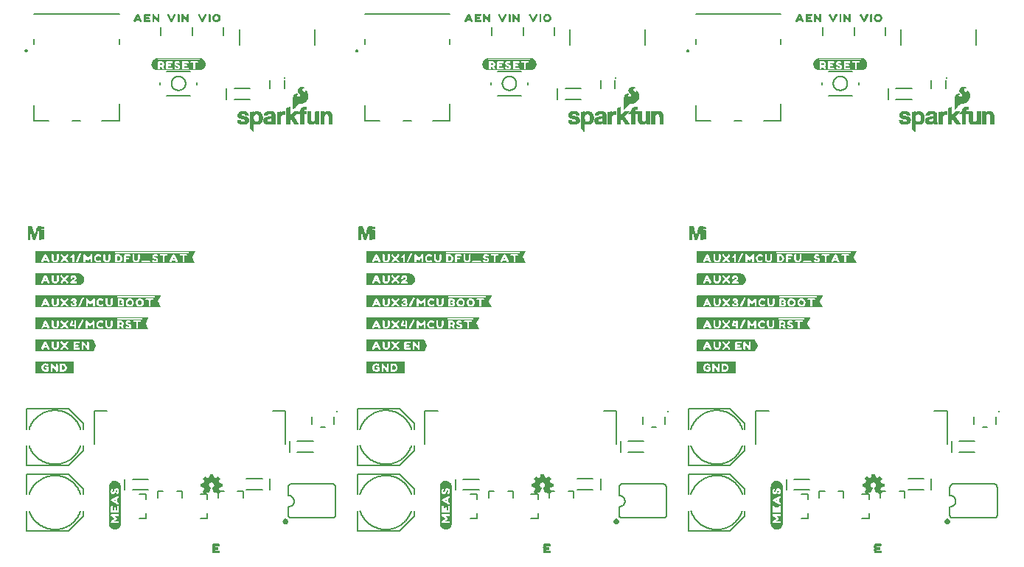
<source format=gto>
G04 EAGLE Gerber RS-274X export*
G75*
%MOMM*%
%FSLAX34Y34*%
%LPD*%
%INSilkscreen Top*%
%IPPOS*%
%AMOC8*
5,1,8,0,0,1.08239X$1,22.5*%
G01*
%ADD10C,0.203200*%
%ADD11C,0.300000*%
%ADD12C,0.152400*%
%ADD13C,0.127000*%
%ADD14C,0.200000*%
%ADD15R,0.640000X0.040000*%
%ADD16R,0.800000X0.040000*%
%ADD17R,0.840000X0.040000*%
%ADD18R,0.280000X0.040000*%
%ADD19R,0.600000X0.040000*%
%ADD20R,0.680000X0.040000*%
%ADD21R,0.760000X0.040000*%
%ADD22C,0.254000*%

G36*
X965406Y360160D02*
X965406Y360160D01*
X965415Y360156D01*
X965815Y360356D01*
X965826Y360377D01*
X965835Y360384D01*
X965831Y360388D01*
X965842Y360409D01*
X965833Y360413D01*
X965838Y360422D01*
X962838Y366522D01*
X962837Y366522D01*
X962549Y367100D01*
X965937Y373677D01*
X965937Y373679D01*
X965938Y373679D01*
X965937Y373681D01*
X965938Y373681D01*
X965936Y373684D01*
X965927Y373736D01*
X965910Y373733D01*
X965902Y373749D01*
X965302Y373849D01*
X965296Y373846D01*
X965293Y373849D01*
X782893Y373849D01*
X782884Y373842D01*
X782881Y373842D01*
X782875Y373846D01*
X782375Y373646D01*
X782359Y373619D01*
X782346Y373609D01*
X782350Y373604D01*
X782344Y373600D01*
X782344Y360800D01*
X782348Y360795D01*
X782345Y360792D01*
X782445Y360192D01*
X782488Y360151D01*
X782491Y360154D01*
X782493Y360151D01*
X965393Y360151D01*
X965406Y360160D01*
G37*
G36*
X585422Y360160D02*
X585422Y360160D01*
X585431Y360156D01*
X585831Y360356D01*
X585842Y360377D01*
X585851Y360384D01*
X585847Y360388D01*
X585858Y360409D01*
X585849Y360413D01*
X585854Y360422D01*
X582854Y366522D01*
X582853Y366522D01*
X582565Y367100D01*
X585953Y373677D01*
X585953Y373679D01*
X585954Y373679D01*
X585953Y373681D01*
X585954Y373681D01*
X585952Y373684D01*
X585943Y373736D01*
X585926Y373733D01*
X585918Y373749D01*
X585318Y373849D01*
X585312Y373846D01*
X585309Y373849D01*
X402909Y373849D01*
X402900Y373842D01*
X402897Y373842D01*
X402891Y373846D01*
X402391Y373646D01*
X402375Y373619D01*
X402362Y373609D01*
X402366Y373604D01*
X402360Y373600D01*
X402360Y360800D01*
X402364Y360795D01*
X402361Y360792D01*
X402461Y360192D01*
X402504Y360151D01*
X402507Y360154D01*
X402509Y360151D01*
X585409Y360151D01*
X585422Y360160D01*
G37*
G36*
X205413Y360160D02*
X205413Y360160D01*
X205422Y360156D01*
X205822Y360356D01*
X205832Y360377D01*
X205841Y360384D01*
X205838Y360388D01*
X205848Y360409D01*
X205840Y360413D01*
X205844Y360422D01*
X202844Y366522D01*
X202555Y367100D01*
X205944Y373677D01*
X205944Y373679D01*
X205945Y373679D01*
X205944Y373681D01*
X205945Y373681D01*
X205943Y373684D01*
X205934Y373736D01*
X205916Y373733D01*
X205908Y373749D01*
X205308Y373849D01*
X205303Y373846D01*
X205300Y373849D01*
X22900Y373849D01*
X22891Y373842D01*
X22887Y373842D01*
X22882Y373846D01*
X22382Y373646D01*
X22366Y373619D01*
X22353Y373609D01*
X22356Y373604D01*
X22351Y373600D01*
X22351Y360800D01*
X22354Y360795D01*
X22351Y360792D01*
X22451Y360192D01*
X22495Y360151D01*
X22498Y360154D01*
X22500Y360151D01*
X205400Y360151D01*
X205413Y360160D01*
G37*
G36*
X166547Y309387D02*
X166547Y309387D01*
X166547Y309388D01*
X166548Y309388D01*
X166648Y309788D01*
X166638Y309810D01*
X166644Y309822D01*
X163647Y315815D01*
X163551Y316393D01*
X166544Y322478D01*
X166544Y322481D01*
X166546Y322482D01*
X166746Y322982D01*
X166745Y322985D01*
X166747Y322987D01*
X166743Y322993D01*
X166730Y323039D01*
X166712Y323034D01*
X166700Y323049D01*
X22600Y323049D01*
X22562Y323020D01*
X22554Y323018D01*
X22354Y322518D01*
X22355Y322516D01*
X22353Y322514D01*
X22357Y322508D01*
X22358Y322505D01*
X22351Y322500D01*
X22351Y309600D01*
X22380Y309562D01*
X22382Y309554D01*
X22882Y309354D01*
X22895Y309358D01*
X22900Y309351D01*
X166500Y309351D01*
X166547Y309387D01*
G37*
G36*
X926541Y309387D02*
X926541Y309387D01*
X926540Y309388D01*
X926541Y309388D01*
X926641Y309788D01*
X926632Y309810D01*
X926637Y309822D01*
X923641Y315815D01*
X923545Y316393D01*
X926538Y322478D01*
X926537Y322481D01*
X926539Y322482D01*
X926739Y322982D01*
X926738Y322985D01*
X926741Y322987D01*
X926736Y322993D01*
X926723Y323039D01*
X926705Y323034D01*
X926693Y323049D01*
X782593Y323049D01*
X782555Y323020D01*
X782548Y323018D01*
X782348Y322518D01*
X782348Y322516D01*
X782346Y322514D01*
X782350Y322508D01*
X782351Y322505D01*
X782344Y322500D01*
X782344Y309600D01*
X782373Y309562D01*
X782375Y309554D01*
X782875Y309354D01*
X782888Y309358D01*
X782893Y309351D01*
X926493Y309351D01*
X926541Y309387D01*
G37*
G36*
X546557Y309387D02*
X546557Y309387D01*
X546556Y309388D01*
X546557Y309388D01*
X546657Y309788D01*
X546648Y309810D01*
X546653Y309822D01*
X543657Y315815D01*
X543561Y316393D01*
X546554Y322478D01*
X546553Y322481D01*
X546555Y322482D01*
X546755Y322982D01*
X546754Y322985D01*
X546757Y322987D01*
X546752Y322993D01*
X546739Y323039D01*
X546721Y323034D01*
X546709Y323049D01*
X402609Y323049D01*
X402571Y323020D01*
X402564Y323018D01*
X402364Y322518D01*
X402364Y322516D01*
X402362Y322514D01*
X402366Y322508D01*
X402367Y322505D01*
X402360Y322500D01*
X402360Y309600D01*
X402389Y309562D01*
X402391Y309554D01*
X402891Y309354D01*
X402904Y309358D01*
X402909Y309351D01*
X546509Y309351D01*
X546557Y309387D01*
G37*
G36*
X532131Y283967D02*
X532131Y283967D01*
X532144Y283965D01*
X532444Y284265D01*
X532446Y284277D01*
X532452Y284282D01*
X532447Y284289D01*
X532452Y284318D01*
X532453Y284322D01*
X529455Y290319D01*
X529263Y290896D01*
X532253Y296978D01*
X532553Y297578D01*
X532553Y297580D01*
X532552Y297583D01*
X532557Y297587D01*
X532550Y297595D01*
X532543Y297636D01*
X532522Y297633D01*
X532509Y297649D01*
X402809Y297649D01*
X402800Y297642D01*
X402792Y297636D01*
X402780Y297639D01*
X402380Y297339D01*
X402374Y297320D01*
X402362Y297311D01*
X402367Y297305D01*
X402360Y297300D01*
X402360Y284400D01*
X402373Y284382D01*
X402370Y284370D01*
X402670Y283970D01*
X402701Y283962D01*
X402709Y283951D01*
X532109Y283951D01*
X532131Y283967D01*
G37*
G36*
X912115Y283967D02*
X912115Y283967D01*
X912128Y283965D01*
X912428Y284265D01*
X912430Y284277D01*
X912436Y284282D01*
X912431Y284289D01*
X912436Y284318D01*
X912437Y284322D01*
X909439Y290319D01*
X909247Y290896D01*
X912237Y296978D01*
X912537Y297578D01*
X912537Y297580D01*
X912536Y297583D01*
X912541Y297587D01*
X912534Y297595D01*
X912527Y297636D01*
X912506Y297633D01*
X912493Y297649D01*
X782793Y297649D01*
X782784Y297642D01*
X782776Y297636D01*
X782764Y297639D01*
X782364Y297339D01*
X782358Y297320D01*
X782346Y297311D01*
X782351Y297305D01*
X782344Y297300D01*
X782344Y284400D01*
X782357Y284382D01*
X782354Y284370D01*
X782654Y283970D01*
X782685Y283962D01*
X782693Y283951D01*
X912093Y283951D01*
X912115Y283967D01*
G37*
G36*
X152121Y283967D02*
X152121Y283967D01*
X152135Y283965D01*
X152435Y284265D01*
X152437Y284277D01*
X152443Y284282D01*
X152438Y284289D01*
X152442Y284318D01*
X152444Y284322D01*
X149446Y290319D01*
X149253Y290896D01*
X152244Y296978D01*
X152544Y297578D01*
X152544Y297580D01*
X152543Y297583D01*
X152547Y297587D01*
X152541Y297595D01*
X152533Y297636D01*
X152513Y297633D01*
X152500Y297649D01*
X22800Y297649D01*
X22791Y297642D01*
X22782Y297636D01*
X22770Y297639D01*
X22370Y297339D01*
X22365Y297320D01*
X22353Y297311D01*
X22357Y297305D01*
X22351Y297300D01*
X22351Y284400D01*
X22364Y284382D01*
X22361Y284370D01*
X22661Y283970D01*
X22692Y283962D01*
X22700Y283951D01*
X152100Y283951D01*
X152121Y283967D01*
G37*
G36*
X88925Y258570D02*
X88925Y258570D01*
X88938Y258569D01*
X89338Y259069D01*
X89339Y259077D01*
X89344Y259078D01*
X92344Y265178D01*
X92343Y265183D01*
X92347Y265186D01*
X92341Y265194D01*
X92340Y265199D01*
X92349Y265208D01*
X92249Y265808D01*
X92241Y265815D01*
X92244Y265822D01*
X89244Y271922D01*
X89227Y271931D01*
X89225Y271942D01*
X88725Y272242D01*
X88713Y272241D01*
X88712Y272242D01*
X88705Y272242D01*
X88700Y272249D01*
X22800Y272249D01*
X22791Y272242D01*
X22782Y272236D01*
X22770Y272239D01*
X22370Y271939D01*
X22365Y271920D01*
X22353Y271911D01*
X22357Y271905D01*
X22351Y271900D01*
X22351Y259100D01*
X22359Y259089D01*
X22354Y259082D01*
X22554Y258582D01*
X22595Y258557D01*
X22600Y258551D01*
X88900Y258551D01*
X88925Y258570D01*
G37*
G36*
X848918Y258570D02*
X848918Y258570D01*
X848932Y258569D01*
X849332Y259069D01*
X849332Y259077D01*
X849338Y259078D01*
X852338Y265178D01*
X852337Y265183D01*
X852341Y265186D01*
X852335Y265194D01*
X852334Y265199D01*
X852342Y265208D01*
X852242Y265808D01*
X852234Y265815D01*
X852238Y265822D01*
X849238Y271922D01*
X849220Y271931D01*
X849219Y271942D01*
X848719Y272242D01*
X848706Y272241D01*
X848705Y272242D01*
X848699Y272242D01*
X848693Y272249D01*
X782793Y272249D01*
X782784Y272242D01*
X782776Y272236D01*
X782764Y272239D01*
X782364Y271939D01*
X782358Y271920D01*
X782346Y271911D01*
X782351Y271905D01*
X782344Y271900D01*
X782344Y259100D01*
X782352Y259089D01*
X782348Y259082D01*
X782548Y258582D01*
X782589Y258557D01*
X782593Y258551D01*
X848893Y258551D01*
X848918Y258570D01*
G37*
G36*
X468934Y258570D02*
X468934Y258570D01*
X468948Y258569D01*
X469348Y259069D01*
X469348Y259077D01*
X469354Y259078D01*
X472354Y265178D01*
X472353Y265183D01*
X472357Y265186D01*
X472351Y265194D01*
X472350Y265199D01*
X472358Y265208D01*
X472258Y265808D01*
X472250Y265815D01*
X472254Y265822D01*
X469254Y271922D01*
X469236Y271931D01*
X469235Y271942D01*
X468735Y272242D01*
X468722Y272241D01*
X468721Y272242D01*
X468715Y272242D01*
X468709Y272249D01*
X402809Y272249D01*
X402800Y272242D01*
X402792Y272236D01*
X402780Y272239D01*
X402380Y271939D01*
X402374Y271920D01*
X402362Y271911D01*
X402367Y271905D01*
X402360Y271900D01*
X402360Y259100D01*
X402368Y259089D01*
X402364Y259082D01*
X402564Y258582D01*
X402605Y258557D01*
X402609Y258551D01*
X468909Y258551D01*
X468934Y258570D01*
G37*
G36*
X211304Y582154D02*
X211304Y582154D01*
X211307Y582151D01*
X212007Y582251D01*
X212008Y582252D01*
X212008Y582251D01*
X212608Y582351D01*
X213307Y582451D01*
X213315Y582459D01*
X213322Y582456D01*
X215122Y583356D01*
X215125Y583363D01*
X215131Y583362D01*
X215631Y583762D01*
X215632Y583766D01*
X215635Y583765D01*
X216635Y584765D01*
X216636Y584772D01*
X216641Y584773D01*
X217041Y585373D01*
X217041Y585377D01*
X217044Y585378D01*
X217644Y586578D01*
X217643Y586583D01*
X217647Y586584D01*
X217847Y587184D01*
X217845Y587191D01*
X217849Y587193D01*
X218049Y588593D01*
X218046Y588598D01*
X218049Y588600D01*
X218049Y589900D01*
X218043Y589908D01*
X218047Y589914D01*
X217847Y590614D01*
X217846Y590615D01*
X217847Y590616D01*
X217447Y591816D01*
X217442Y591819D01*
X217444Y591822D01*
X217144Y592422D01*
X217140Y592424D01*
X217141Y592427D01*
X216741Y593027D01*
X216738Y593028D01*
X216738Y593031D01*
X216338Y593531D01*
X216334Y593532D01*
X216335Y593535D01*
X215835Y594035D01*
X215831Y594035D01*
X215831Y594038D01*
X215331Y594438D01*
X215327Y594439D01*
X215327Y594441D01*
X214727Y594841D01*
X214723Y594841D01*
X214722Y594844D01*
X213522Y595444D01*
X213515Y595443D01*
X213514Y595447D01*
X212814Y595647D01*
X212810Y595646D01*
X212808Y595649D01*
X212208Y595749D01*
X212207Y595748D01*
X212207Y595749D01*
X211507Y595849D01*
X211502Y595846D01*
X211500Y595849D01*
X162700Y595849D01*
X162696Y595846D01*
X162693Y595849D01*
X161293Y595649D01*
X161290Y595645D01*
X161288Y595645D01*
X161287Y595645D01*
X161284Y595647D01*
X160685Y595447D01*
X159986Y595247D01*
X159982Y595242D01*
X159978Y595244D01*
X159378Y594944D01*
X159375Y594937D01*
X159369Y594938D01*
X158871Y594540D01*
X158273Y594141D01*
X158272Y594138D01*
X158269Y594138D01*
X157769Y593738D01*
X157767Y593731D01*
X157762Y593731D01*
X157362Y593231D01*
X157361Y593227D01*
X157359Y593227D01*
X156959Y592627D01*
X156959Y592623D01*
X156956Y592622D01*
X156356Y591422D01*
X156357Y591415D01*
X156353Y591414D01*
X156153Y590714D01*
X156154Y590710D01*
X156151Y590708D01*
X156051Y590108D01*
X156052Y590107D01*
X156051Y590107D01*
X155951Y589407D01*
X155953Y589404D01*
X155954Y589402D01*
X155951Y589400D01*
X155951Y588100D01*
X155957Y588092D01*
X155953Y588086D01*
X156353Y586686D01*
X156354Y586685D01*
X156353Y586684D01*
X156553Y586084D01*
X156558Y586081D01*
X156556Y586078D01*
X156856Y585478D01*
X156863Y585475D01*
X156862Y585469D01*
X157260Y584971D01*
X157659Y584373D01*
X157669Y584369D01*
X157669Y584362D01*
X158169Y583962D01*
X158768Y583462D01*
X158774Y583462D01*
X158775Y583458D01*
X159274Y583158D01*
X159873Y582759D01*
X159882Y582760D01*
X159884Y582753D01*
X160484Y582553D01*
X160486Y582554D01*
X160486Y582553D01*
X161186Y582353D01*
X161191Y582355D01*
X161193Y582351D01*
X161892Y582251D01*
X162492Y582151D01*
X162497Y582154D01*
X162500Y582151D01*
X211300Y582151D01*
X211304Y582154D01*
G37*
G36*
X971298Y582154D02*
X971298Y582154D01*
X971300Y582151D01*
X972000Y582251D01*
X972001Y582252D01*
X972002Y582251D01*
X972602Y582351D01*
X973300Y582451D01*
X973308Y582459D01*
X973315Y582456D01*
X975115Y583356D01*
X975119Y583363D01*
X975124Y583362D01*
X975624Y583762D01*
X975625Y583766D01*
X975628Y583765D01*
X976628Y584765D01*
X976629Y584772D01*
X976634Y584773D01*
X977034Y585373D01*
X977034Y585377D01*
X977037Y585378D01*
X977637Y586578D01*
X977637Y586583D01*
X977640Y586584D01*
X977840Y587184D01*
X977838Y587191D01*
X977842Y587193D01*
X978042Y588593D01*
X978040Y588598D01*
X978043Y588600D01*
X978043Y589900D01*
X978037Y589908D01*
X978041Y589914D01*
X977841Y590614D01*
X977839Y590615D01*
X977840Y590616D01*
X977440Y591816D01*
X977436Y591819D01*
X977437Y591822D01*
X977137Y592422D01*
X977133Y592424D01*
X977134Y592427D01*
X976734Y593027D01*
X976731Y593028D01*
X976732Y593031D01*
X976332Y593531D01*
X976328Y593532D01*
X976328Y593535D01*
X975828Y594035D01*
X975824Y594035D01*
X975824Y594038D01*
X975324Y594438D01*
X975321Y594439D01*
X975321Y594441D01*
X974721Y594841D01*
X974716Y594841D01*
X974715Y594844D01*
X973515Y595444D01*
X973509Y595443D01*
X973507Y595447D01*
X972807Y595647D01*
X972803Y595646D01*
X972802Y595649D01*
X972202Y595749D01*
X972201Y595748D01*
X972200Y595749D01*
X971500Y595849D01*
X971496Y595846D01*
X971493Y595849D01*
X922693Y595849D01*
X922689Y595846D01*
X922686Y595849D01*
X921286Y595649D01*
X921283Y595645D01*
X921281Y595645D01*
X921278Y595647D01*
X920679Y595447D01*
X919980Y595247D01*
X919976Y595242D01*
X919971Y595244D01*
X919371Y594944D01*
X919368Y594937D01*
X919363Y594938D01*
X918864Y594540D01*
X918266Y594141D01*
X918265Y594138D01*
X918263Y594138D01*
X917763Y593738D01*
X917761Y593731D01*
X917755Y593731D01*
X917355Y593231D01*
X917355Y593227D01*
X917352Y593227D01*
X916952Y592627D01*
X916953Y592623D01*
X916949Y592622D01*
X916349Y591422D01*
X916351Y591415D01*
X916346Y591414D01*
X916146Y590714D01*
X916148Y590710D01*
X916145Y590708D01*
X916045Y590108D01*
X916045Y590107D01*
X915945Y589407D01*
X915946Y589404D01*
X915947Y589402D01*
X915944Y589400D01*
X915944Y588100D01*
X915950Y588092D01*
X915946Y588086D01*
X916346Y586686D01*
X916347Y586685D01*
X916347Y586684D01*
X916547Y586084D01*
X916551Y586081D01*
X916549Y586078D01*
X916849Y585478D01*
X916856Y585475D01*
X916855Y585469D01*
X917254Y584971D01*
X917652Y584373D01*
X917663Y584369D01*
X917663Y584362D01*
X918163Y583962D01*
X918762Y583462D01*
X918768Y583462D01*
X918768Y583458D01*
X919267Y583158D01*
X919866Y582759D01*
X919876Y582760D01*
X919878Y582753D01*
X920478Y582553D01*
X920479Y582554D01*
X920480Y582553D01*
X921180Y582353D01*
X921185Y582355D01*
X921186Y582351D01*
X921885Y582251D01*
X922485Y582151D01*
X922491Y582154D01*
X922493Y582151D01*
X971293Y582151D01*
X971298Y582154D01*
G37*
G36*
X591314Y582154D02*
X591314Y582154D01*
X591316Y582151D01*
X592016Y582251D01*
X592017Y582252D01*
X592018Y582251D01*
X592618Y582351D01*
X593316Y582451D01*
X593324Y582459D01*
X593331Y582456D01*
X595131Y583356D01*
X595135Y583363D01*
X595140Y583362D01*
X595640Y583762D01*
X595641Y583766D01*
X595644Y583765D01*
X596644Y584765D01*
X596645Y584772D01*
X596650Y584773D01*
X597050Y585373D01*
X597050Y585377D01*
X597053Y585378D01*
X597653Y586578D01*
X597653Y586583D01*
X597656Y586584D01*
X597856Y587184D01*
X597854Y587191D01*
X597858Y587193D01*
X598058Y588593D01*
X598056Y588598D01*
X598059Y588600D01*
X598059Y589900D01*
X598053Y589908D01*
X598057Y589914D01*
X597857Y590614D01*
X597855Y590615D01*
X597856Y590616D01*
X597456Y591816D01*
X597452Y591819D01*
X597453Y591822D01*
X597153Y592422D01*
X597149Y592424D01*
X597150Y592427D01*
X596750Y593027D01*
X596747Y593028D01*
X596748Y593031D01*
X596348Y593531D01*
X596344Y593532D01*
X596344Y593535D01*
X595844Y594035D01*
X595840Y594035D01*
X595840Y594038D01*
X595340Y594438D01*
X595337Y594439D01*
X595337Y594441D01*
X594737Y594841D01*
X594732Y594841D01*
X594731Y594844D01*
X593531Y595444D01*
X593525Y595443D01*
X593523Y595447D01*
X592823Y595647D01*
X592819Y595646D01*
X592818Y595649D01*
X592218Y595749D01*
X592217Y595748D01*
X592216Y595749D01*
X591516Y595849D01*
X591512Y595846D01*
X591509Y595849D01*
X542709Y595849D01*
X542705Y595846D01*
X542702Y595849D01*
X541302Y595649D01*
X541299Y595645D01*
X541297Y595645D01*
X541294Y595647D01*
X540695Y595447D01*
X539996Y595247D01*
X539992Y595242D01*
X539987Y595244D01*
X539387Y594944D01*
X539384Y594937D01*
X539379Y594938D01*
X538880Y594540D01*
X538282Y594141D01*
X538281Y594138D01*
X538279Y594138D01*
X537779Y593738D01*
X537777Y593731D01*
X537771Y593731D01*
X537371Y593231D01*
X537371Y593227D01*
X537368Y593227D01*
X536968Y592627D01*
X536969Y592623D01*
X536965Y592622D01*
X536365Y591422D01*
X536367Y591415D01*
X536362Y591414D01*
X536162Y590714D01*
X536164Y590710D01*
X536161Y590708D01*
X536061Y590108D01*
X536061Y590107D01*
X535961Y589407D01*
X535962Y589404D01*
X535963Y589402D01*
X535960Y589400D01*
X535960Y588100D01*
X535966Y588092D01*
X535962Y588086D01*
X536362Y586686D01*
X536363Y586685D01*
X536363Y586684D01*
X536563Y586084D01*
X536567Y586081D01*
X536565Y586078D01*
X536865Y585478D01*
X536872Y585475D01*
X536871Y585469D01*
X537270Y584971D01*
X537668Y584373D01*
X537679Y584369D01*
X537679Y584362D01*
X538179Y583962D01*
X538778Y583462D01*
X538784Y583462D01*
X538784Y583458D01*
X539283Y583158D01*
X539882Y582759D01*
X539892Y582760D01*
X539894Y582753D01*
X540494Y582553D01*
X540495Y582554D01*
X540496Y582553D01*
X541196Y582353D01*
X541201Y582355D01*
X541202Y582351D01*
X541901Y582251D01*
X542501Y582151D01*
X542507Y582154D01*
X542509Y582151D01*
X591309Y582151D01*
X591314Y582154D01*
G37*
G36*
X452214Y334754D02*
X452214Y334754D01*
X452218Y334751D01*
X452818Y334851D01*
X453516Y334951D01*
X453520Y334955D01*
X453523Y334953D01*
X454223Y335153D01*
X454227Y335158D01*
X454231Y335156D01*
X455431Y335756D01*
X455435Y335763D01*
X455440Y335762D01*
X456440Y336562D01*
X456441Y336566D01*
X456444Y336565D01*
X456944Y337065D01*
X456945Y337072D01*
X456950Y337073D01*
X457349Y337671D01*
X457748Y338169D01*
X457748Y338177D01*
X457753Y338178D01*
X458053Y338778D01*
X458053Y338780D01*
X458055Y338781D01*
X458355Y339481D01*
X458353Y339489D01*
X458358Y339492D01*
X458458Y340089D01*
X458657Y340786D01*
X458654Y340793D01*
X458657Y340795D01*
X458655Y340797D01*
X458659Y340800D01*
X458659Y342100D01*
X458655Y342104D01*
X458658Y342107D01*
X458558Y342807D01*
X458555Y342811D01*
X458557Y342814D01*
X458357Y343514D01*
X458355Y343515D01*
X458356Y343516D01*
X458156Y344116D01*
X458152Y344119D01*
X458153Y344122D01*
X457553Y345322D01*
X457547Y345325D01*
X457548Y345331D01*
X457149Y345829D01*
X456750Y346427D01*
X456740Y346431D01*
X456740Y346438D01*
X456240Y346838D01*
X456237Y346839D01*
X456237Y346841D01*
X455037Y347641D01*
X455032Y347641D01*
X455031Y347644D01*
X454431Y347944D01*
X454426Y347943D01*
X454425Y347947D01*
X453825Y348147D01*
X453819Y348145D01*
X453816Y348149D01*
X453118Y348249D01*
X452518Y348349D01*
X452517Y348348D01*
X452516Y348349D01*
X451816Y348449D01*
X451812Y348446D01*
X451809Y348449D01*
X402709Y348449D01*
X402684Y348430D01*
X402670Y348430D01*
X402370Y348030D01*
X402370Y348018D01*
X402362Y348012D01*
X402367Y348005D01*
X402360Y348000D01*
X402360Y335100D01*
X402380Y335074D01*
X402380Y335061D01*
X402780Y334761D01*
X402802Y334761D01*
X402809Y334751D01*
X452209Y334751D01*
X452214Y334754D01*
G37*
G36*
X832198Y334754D02*
X832198Y334754D01*
X832202Y334751D01*
X832802Y334851D01*
X833500Y334951D01*
X833504Y334955D01*
X833507Y334953D01*
X834207Y335153D01*
X834211Y335158D01*
X834215Y335156D01*
X835415Y335756D01*
X835419Y335763D01*
X835424Y335762D01*
X836424Y336562D01*
X836425Y336566D01*
X836428Y336565D01*
X836928Y337065D01*
X836929Y337072D01*
X836934Y337073D01*
X837333Y337671D01*
X837732Y338169D01*
X837732Y338177D01*
X837737Y338178D01*
X838037Y338778D01*
X838037Y338780D01*
X838039Y338781D01*
X838339Y339481D01*
X838337Y339489D01*
X838342Y339492D01*
X838442Y340089D01*
X838641Y340786D01*
X838638Y340793D01*
X838641Y340795D01*
X838639Y340797D01*
X838643Y340800D01*
X838643Y342100D01*
X838639Y342104D01*
X838642Y342107D01*
X838542Y342807D01*
X838539Y342811D01*
X838541Y342814D01*
X838341Y343514D01*
X838339Y343515D01*
X838340Y343516D01*
X838140Y344116D01*
X838136Y344119D01*
X838137Y344122D01*
X837537Y345322D01*
X837531Y345325D01*
X837532Y345331D01*
X837133Y345829D01*
X836734Y346427D01*
X836724Y346431D01*
X836724Y346438D01*
X836224Y346838D01*
X836221Y346839D01*
X836221Y346841D01*
X835021Y347641D01*
X835016Y347641D01*
X835015Y347644D01*
X834415Y347944D01*
X834410Y347943D01*
X834409Y347947D01*
X833809Y348147D01*
X833803Y348145D01*
X833800Y348149D01*
X833102Y348249D01*
X832502Y348349D01*
X832501Y348348D01*
X832500Y348349D01*
X831800Y348449D01*
X831796Y348446D01*
X831793Y348449D01*
X782693Y348449D01*
X782668Y348430D01*
X782654Y348430D01*
X782354Y348030D01*
X782354Y348018D01*
X782346Y348012D01*
X782351Y348005D01*
X782344Y348000D01*
X782344Y335100D01*
X782364Y335074D01*
X782364Y335061D01*
X782764Y334761D01*
X782786Y334761D01*
X782793Y334751D01*
X832193Y334751D01*
X832198Y334754D01*
G37*
G36*
X72205Y334754D02*
X72205Y334754D01*
X72208Y334751D01*
X72808Y334851D01*
X73507Y334951D01*
X73511Y334955D01*
X73514Y334953D01*
X74214Y335153D01*
X74218Y335158D01*
X74222Y335156D01*
X75422Y335756D01*
X75425Y335763D01*
X75431Y335762D01*
X76431Y336562D01*
X76432Y336566D01*
X76435Y336565D01*
X76935Y337065D01*
X76936Y337072D01*
X76941Y337073D01*
X77340Y337671D01*
X77738Y338169D01*
X77739Y338177D01*
X77744Y338178D01*
X78044Y338778D01*
X78044Y338780D01*
X78045Y338781D01*
X78345Y339481D01*
X78343Y339489D01*
X78349Y339492D01*
X78448Y340089D01*
X78647Y340786D01*
X78645Y340793D01*
X78647Y340795D01*
X78646Y340797D01*
X78649Y340800D01*
X78649Y342100D01*
X78646Y342104D01*
X78649Y342107D01*
X78549Y342807D01*
X78545Y342811D01*
X78547Y342814D01*
X78347Y343514D01*
X78346Y343515D01*
X78347Y343516D01*
X78147Y344116D01*
X78142Y344119D01*
X78144Y344122D01*
X77544Y345322D01*
X77537Y345325D01*
X77538Y345331D01*
X77140Y345829D01*
X76741Y346427D01*
X76731Y346431D01*
X76731Y346438D01*
X76231Y346838D01*
X76227Y346839D01*
X76227Y346841D01*
X75027Y347641D01*
X75023Y347641D01*
X75022Y347644D01*
X74422Y347944D01*
X74417Y347943D01*
X74416Y347947D01*
X73816Y348147D01*
X73809Y348145D01*
X73807Y348149D01*
X73108Y348249D01*
X72508Y348349D01*
X72507Y348348D01*
X72507Y348349D01*
X71807Y348449D01*
X71802Y348446D01*
X71800Y348449D01*
X22700Y348449D01*
X22674Y348430D01*
X22661Y348430D01*
X22361Y348030D01*
X22361Y348018D01*
X22353Y348012D01*
X22358Y348005D01*
X22351Y348000D01*
X22351Y335100D01*
X22370Y335074D01*
X22370Y335061D01*
X22770Y334761D01*
X22792Y334761D01*
X22800Y334751D01*
X72200Y334751D01*
X72205Y334754D01*
G37*
G36*
X114604Y54054D02*
X114604Y54054D01*
X114607Y54051D01*
X115307Y54151D01*
X115311Y54155D01*
X115314Y54153D01*
X116014Y54353D01*
X116015Y54354D01*
X116016Y54353D01*
X116616Y54553D01*
X116619Y54558D01*
X116622Y54556D01*
X117822Y55156D01*
X117827Y55166D01*
X117835Y55165D01*
X118333Y55663D01*
X118831Y56062D01*
X118832Y56066D01*
X118835Y56065D01*
X119335Y56565D01*
X119336Y56572D01*
X119341Y56573D01*
X119741Y57173D01*
X119741Y57175D01*
X119742Y57175D01*
X120042Y57675D01*
X120042Y57680D01*
X120045Y57681D01*
X120345Y58381D01*
X120345Y58384D01*
X120347Y58384D01*
X120547Y58984D01*
X120546Y58986D01*
X120547Y58986D01*
X120747Y59686D01*
X120746Y59690D01*
X120749Y59692D01*
X120849Y60292D01*
X120846Y60297D01*
X120849Y60300D01*
X120849Y103700D01*
X120846Y103704D01*
X120849Y103707D01*
X120749Y104407D01*
X120744Y104412D01*
X120747Y104416D01*
X120547Y105015D01*
X120347Y105714D01*
X120342Y105718D01*
X120344Y105722D01*
X119744Y106922D01*
X119737Y106925D01*
X119738Y106931D01*
X119338Y107431D01*
X119334Y107432D01*
X119335Y107435D01*
X118335Y108435D01*
X118331Y108435D01*
X118331Y108438D01*
X117831Y108838D01*
X117823Y108839D01*
X117822Y108844D01*
X116622Y109444D01*
X116615Y109443D01*
X116614Y109447D01*
X115915Y109647D01*
X115316Y109847D01*
X115309Y109845D01*
X115307Y109849D01*
X114607Y109949D01*
X114602Y109946D01*
X114600Y109949D01*
X113300Y109949D01*
X113296Y109946D01*
X113293Y109949D01*
X112593Y109849D01*
X112589Y109845D01*
X112586Y109847D01*
X111886Y109647D01*
X111882Y109642D01*
X111878Y109644D01*
X110078Y108744D01*
X110075Y108737D01*
X110069Y108738D01*
X109569Y108338D01*
X109568Y108334D01*
X109565Y108335D01*
X108565Y107335D01*
X108564Y107323D01*
X108556Y107322D01*
X108257Y106725D01*
X107859Y106127D01*
X107859Y106122D01*
X107858Y106121D01*
X107860Y106119D01*
X107860Y106118D01*
X107853Y106116D01*
X107453Y104916D01*
X107454Y104914D01*
X107453Y104914D01*
X107253Y104214D01*
X107255Y104209D01*
X107251Y104207D01*
X107151Y103507D01*
X107154Y103502D01*
X107151Y103500D01*
X107151Y60400D01*
X107154Y60395D01*
X107151Y60392D01*
X107251Y59792D01*
X107255Y59789D01*
X107253Y59786D01*
X107453Y59086D01*
X107454Y59085D01*
X107453Y59084D01*
X107653Y58485D01*
X107853Y57786D01*
X107864Y57778D01*
X107862Y57769D01*
X108260Y57271D01*
X108659Y56673D01*
X108662Y56672D01*
X108662Y56669D01*
X109062Y56169D01*
X109066Y56168D01*
X109065Y56165D01*
X109565Y55665D01*
X109569Y55665D01*
X109569Y55662D01*
X110069Y55262D01*
X110073Y55261D01*
X110073Y55259D01*
X110673Y54859D01*
X110677Y54859D01*
X110678Y54856D01*
X111278Y54556D01*
X111283Y54557D01*
X111284Y54553D01*
X111884Y54353D01*
X111886Y54354D01*
X111886Y54353D01*
X112586Y54153D01*
X112591Y54155D01*
X112593Y54151D01*
X113293Y54051D01*
X113298Y54054D01*
X113300Y54051D01*
X114600Y54051D01*
X114604Y54054D01*
G37*
G36*
X874598Y54054D02*
X874598Y54054D01*
X874600Y54051D01*
X875300Y54151D01*
X875304Y54155D01*
X875307Y54153D01*
X876007Y54353D01*
X876008Y54354D01*
X876009Y54353D01*
X876609Y54553D01*
X876612Y54558D01*
X876615Y54556D01*
X877815Y55156D01*
X877821Y55166D01*
X877828Y55165D01*
X878326Y55663D01*
X878824Y56062D01*
X878825Y56066D01*
X878828Y56065D01*
X879328Y56565D01*
X879329Y56572D01*
X879334Y56573D01*
X879734Y57173D01*
X879734Y57175D01*
X879736Y57175D01*
X880036Y57675D01*
X880035Y57680D01*
X880039Y57681D01*
X880339Y58381D01*
X880338Y58384D01*
X880340Y58384D01*
X880540Y58984D01*
X880540Y58986D01*
X880541Y58986D01*
X880741Y59686D01*
X880739Y59690D01*
X880742Y59692D01*
X880842Y60292D01*
X880839Y60297D01*
X880843Y60300D01*
X880843Y103700D01*
X880839Y103704D01*
X880842Y103707D01*
X880742Y104407D01*
X880737Y104412D01*
X880740Y104416D01*
X880540Y105015D01*
X880341Y105714D01*
X880335Y105718D01*
X880337Y105722D01*
X879737Y106922D01*
X879731Y106925D01*
X879732Y106931D01*
X879332Y107431D01*
X879328Y107432D01*
X879328Y107435D01*
X878328Y108435D01*
X878324Y108435D01*
X878324Y108438D01*
X877824Y108838D01*
X877816Y108839D01*
X877815Y108844D01*
X876615Y109444D01*
X876609Y109443D01*
X876607Y109447D01*
X875908Y109647D01*
X875309Y109847D01*
X875303Y109845D01*
X875300Y109849D01*
X874600Y109949D01*
X874596Y109946D01*
X874593Y109949D01*
X873293Y109949D01*
X873289Y109946D01*
X873286Y109949D01*
X872586Y109849D01*
X872583Y109845D01*
X872580Y109847D01*
X871880Y109647D01*
X871876Y109642D01*
X871871Y109644D01*
X870071Y108744D01*
X870068Y108737D01*
X870063Y108738D01*
X869563Y108338D01*
X869562Y108334D01*
X869559Y108335D01*
X868559Y107335D01*
X868557Y107323D01*
X868549Y107322D01*
X868251Y106725D01*
X867852Y106127D01*
X867853Y106122D01*
X867851Y106121D01*
X867853Y106119D01*
X867853Y106118D01*
X867847Y106116D01*
X867447Y104916D01*
X867447Y104914D01*
X867446Y104914D01*
X867246Y104214D01*
X867248Y104209D01*
X867245Y104207D01*
X867145Y103507D01*
X867147Y103502D01*
X867144Y103500D01*
X867144Y60400D01*
X867148Y60395D01*
X867145Y60392D01*
X867245Y59792D01*
X867248Y59789D01*
X867246Y59786D01*
X867446Y59086D01*
X867447Y59085D01*
X867447Y59084D01*
X867646Y58485D01*
X867846Y57786D01*
X867857Y57778D01*
X867855Y57769D01*
X868254Y57271D01*
X868652Y56673D01*
X868656Y56672D01*
X868655Y56669D01*
X869055Y56169D01*
X869059Y56168D01*
X869059Y56165D01*
X869559Y55665D01*
X869563Y55665D01*
X869563Y55662D01*
X870063Y55262D01*
X870066Y55261D01*
X870066Y55259D01*
X870666Y54859D01*
X870671Y54859D01*
X870671Y54856D01*
X871271Y54556D01*
X871277Y54557D01*
X871278Y54553D01*
X871878Y54353D01*
X871879Y54354D01*
X871880Y54353D01*
X872580Y54153D01*
X872585Y54155D01*
X872586Y54151D01*
X873286Y54051D01*
X873291Y54054D01*
X873293Y54051D01*
X874593Y54051D01*
X874598Y54054D01*
G37*
G36*
X494614Y54054D02*
X494614Y54054D01*
X494616Y54051D01*
X495316Y54151D01*
X495320Y54155D01*
X495323Y54153D01*
X496023Y54353D01*
X496024Y54354D01*
X496025Y54353D01*
X496625Y54553D01*
X496628Y54558D01*
X496631Y54556D01*
X497831Y55156D01*
X497837Y55166D01*
X497844Y55165D01*
X498342Y55663D01*
X498840Y56062D01*
X498841Y56066D01*
X498844Y56065D01*
X499344Y56565D01*
X499345Y56572D01*
X499350Y56573D01*
X499750Y57173D01*
X499750Y57175D01*
X499752Y57175D01*
X500052Y57675D01*
X500051Y57680D01*
X500055Y57681D01*
X500355Y58381D01*
X500354Y58384D01*
X500356Y58384D01*
X500556Y58984D01*
X500556Y58986D01*
X500557Y58986D01*
X500757Y59686D01*
X500755Y59690D01*
X500758Y59692D01*
X500858Y60292D01*
X500855Y60297D01*
X500859Y60300D01*
X500859Y103700D01*
X500855Y103704D01*
X500858Y103707D01*
X500758Y104407D01*
X500753Y104412D01*
X500756Y104416D01*
X500556Y105015D01*
X500357Y105714D01*
X500351Y105718D01*
X500353Y105722D01*
X499753Y106922D01*
X499747Y106925D01*
X499748Y106931D01*
X499348Y107431D01*
X499344Y107432D01*
X499344Y107435D01*
X498344Y108435D01*
X498340Y108435D01*
X498340Y108438D01*
X497840Y108838D01*
X497832Y108839D01*
X497831Y108844D01*
X496631Y109444D01*
X496625Y109443D01*
X496623Y109447D01*
X495924Y109647D01*
X495325Y109847D01*
X495319Y109845D01*
X495316Y109849D01*
X494616Y109949D01*
X494612Y109946D01*
X494609Y109949D01*
X493309Y109949D01*
X493305Y109946D01*
X493302Y109949D01*
X492602Y109849D01*
X492599Y109845D01*
X492596Y109847D01*
X491896Y109647D01*
X491892Y109642D01*
X491887Y109644D01*
X490087Y108744D01*
X490084Y108737D01*
X490079Y108738D01*
X489579Y108338D01*
X489578Y108334D01*
X489575Y108335D01*
X488575Y107335D01*
X488573Y107323D01*
X488565Y107322D01*
X488267Y106725D01*
X487868Y106127D01*
X487869Y106122D01*
X487867Y106121D01*
X487869Y106119D01*
X487869Y106118D01*
X487863Y106116D01*
X487463Y104916D01*
X487463Y104914D01*
X487462Y104914D01*
X487262Y104214D01*
X487264Y104209D01*
X487261Y104207D01*
X487161Y103507D01*
X487163Y103502D01*
X487160Y103500D01*
X487160Y60400D01*
X487164Y60395D01*
X487161Y60392D01*
X487261Y59792D01*
X487264Y59789D01*
X487262Y59786D01*
X487462Y59086D01*
X487463Y59085D01*
X487463Y59084D01*
X487662Y58485D01*
X487862Y57786D01*
X487873Y57778D01*
X487871Y57769D01*
X488270Y57271D01*
X488668Y56673D01*
X488672Y56672D01*
X488671Y56669D01*
X489071Y56169D01*
X489075Y56168D01*
X489075Y56165D01*
X489575Y55665D01*
X489579Y55665D01*
X489579Y55662D01*
X490079Y55262D01*
X490082Y55261D01*
X490082Y55259D01*
X490682Y54859D01*
X490687Y54859D01*
X490687Y54856D01*
X491287Y54556D01*
X491293Y54557D01*
X491294Y54553D01*
X491894Y54353D01*
X491895Y54354D01*
X491896Y54353D01*
X492596Y54153D01*
X492601Y54155D01*
X492602Y54151D01*
X493302Y54051D01*
X493307Y54054D01*
X493309Y54051D01*
X494609Y54051D01*
X494614Y54054D01*
G37*
G36*
X827041Y233187D02*
X827041Y233187D01*
X827035Y233194D01*
X827043Y233200D01*
X827043Y246700D01*
X827007Y246747D01*
X827003Y246745D01*
X827002Y246749D01*
X826402Y246849D01*
X826396Y246846D01*
X826393Y246849D01*
X782393Y246849D01*
X782346Y246813D01*
X782349Y246809D01*
X782346Y246806D01*
X782348Y246803D01*
X782344Y246800D01*
X782344Y233300D01*
X782380Y233253D01*
X782383Y233255D01*
X782385Y233251D01*
X782985Y233151D01*
X782991Y233154D01*
X782993Y233151D01*
X826993Y233151D01*
X827041Y233187D01*
G37*
G36*
X447057Y233187D02*
X447057Y233187D01*
X447051Y233194D01*
X447059Y233200D01*
X447059Y246700D01*
X447023Y246747D01*
X447019Y246745D01*
X447018Y246749D01*
X446418Y246849D01*
X446412Y246846D01*
X446409Y246849D01*
X402409Y246849D01*
X402362Y246813D01*
X402365Y246809D01*
X402362Y246806D01*
X402364Y246803D01*
X402360Y246800D01*
X402360Y233300D01*
X402396Y233253D01*
X402399Y233255D01*
X402401Y233251D01*
X403001Y233151D01*
X403007Y233154D01*
X403009Y233151D01*
X447009Y233151D01*
X447057Y233187D01*
G37*
G36*
X67047Y233187D02*
X67047Y233187D01*
X67042Y233194D01*
X67049Y233200D01*
X67049Y246700D01*
X67013Y246747D01*
X67010Y246745D01*
X67008Y246749D01*
X66408Y246849D01*
X66403Y246846D01*
X66400Y246849D01*
X22400Y246849D01*
X22353Y246813D01*
X22356Y246809D01*
X22353Y246806D01*
X22355Y246803D01*
X22351Y246800D01*
X22351Y233300D01*
X22387Y233253D01*
X22390Y233255D01*
X22392Y233251D01*
X22992Y233151D01*
X22997Y233154D01*
X23000Y233151D01*
X67000Y233151D01*
X67047Y233187D01*
G37*
G36*
X232614Y94707D02*
X232614Y94707D01*
X232684Y94713D01*
X232699Y94722D01*
X232716Y94725D01*
X232822Y94797D01*
X232832Y94803D01*
X232833Y94805D01*
X232834Y94806D01*
X235134Y97106D01*
X235142Y97119D01*
X235143Y97120D01*
X235145Y97122D01*
X235147Y97126D01*
X235166Y97142D01*
X235192Y97199D01*
X235225Y97253D01*
X235228Y97277D01*
X235238Y97300D01*
X235236Y97362D01*
X235242Y97425D01*
X235233Y97448D01*
X235232Y97473D01*
X235192Y97555D01*
X235180Y97586D01*
X235174Y97592D01*
X235169Y97601D01*
X233224Y100195D01*
X233234Y100206D01*
X233253Y100236D01*
X233305Y100304D01*
X233405Y100504D01*
X233409Y100520D01*
X233418Y100533D01*
X233444Y100667D01*
X233445Y100672D01*
X233445Y100673D01*
X233445Y100674D01*
X233445Y100684D01*
X233478Y100749D01*
X233534Y100806D01*
X233553Y100836D01*
X233605Y100904D01*
X233705Y101104D01*
X233709Y101120D01*
X233718Y101133D01*
X233744Y101267D01*
X233745Y101272D01*
X233745Y101273D01*
X233745Y101274D01*
X233745Y101284D01*
X233905Y101604D01*
X233909Y101620D01*
X233918Y101633D01*
X233944Y101767D01*
X233945Y101772D01*
X233945Y101773D01*
X233945Y101774D01*
X233945Y101784D01*
X234005Y101904D01*
X234009Y101920D01*
X234018Y101933D01*
X234044Y102067D01*
X234045Y102072D01*
X234045Y102073D01*
X234045Y102074D01*
X234045Y102084D01*
X234105Y102204D01*
X234109Y102220D01*
X234118Y102233D01*
X234138Y102336D01*
X237430Y102900D01*
X237448Y102907D01*
X237467Y102908D01*
X237527Y102941D01*
X237589Y102967D01*
X237602Y102982D01*
X237619Y102991D01*
X237658Y103047D01*
X237702Y103098D01*
X237707Y103117D01*
X237718Y103133D01*
X237740Y103244D01*
X237745Y103266D01*
X237744Y103270D01*
X237745Y103274D01*
X237745Y106474D01*
X237741Y106493D01*
X237743Y106514D01*
X237732Y106546D01*
X237731Y106553D01*
X237726Y106562D01*
X237721Y106577D01*
X237706Y106642D01*
X237693Y106658D01*
X237686Y106677D01*
X237638Y106724D01*
X237596Y106776D01*
X237577Y106784D01*
X237563Y106798D01*
X237461Y106836D01*
X237438Y106846D01*
X237433Y106846D01*
X237428Y106848D01*
X234145Y107395D01*
X234145Y107474D01*
X234128Y107548D01*
X234114Y107623D01*
X234108Y107633D01*
X234106Y107642D01*
X234083Y107670D01*
X234045Y107725D01*
X234045Y107774D01*
X234028Y107848D01*
X234014Y107923D01*
X234008Y107933D01*
X234006Y107942D01*
X233983Y107970D01*
X233934Y108042D01*
X233878Y108098D01*
X233845Y108163D01*
X233845Y108274D01*
X233828Y108348D01*
X233814Y108423D01*
X233808Y108433D01*
X233806Y108442D01*
X233783Y108470D01*
X233745Y108525D01*
X233745Y108574D01*
X233728Y108648D01*
X233714Y108723D01*
X233708Y108733D01*
X233706Y108742D01*
X233683Y108770D01*
X233634Y108842D01*
X233578Y108898D01*
X233505Y109043D01*
X233482Y109071D01*
X233445Y109125D01*
X233445Y109174D01*
X233428Y109248D01*
X233414Y109323D01*
X233408Y109333D01*
X233406Y109342D01*
X233383Y109370D01*
X233334Y109442D01*
X233278Y109498D01*
X233238Y109578D01*
X235173Y112251D01*
X235183Y112275D01*
X235200Y112294D01*
X235216Y112354D01*
X235240Y112411D01*
X235238Y112436D01*
X235245Y112461D01*
X235233Y112522D01*
X235229Y112584D01*
X235216Y112606D01*
X235211Y112631D01*
X235160Y112703D01*
X235142Y112733D01*
X235135Y112738D01*
X235128Y112748D01*
X232828Y114948D01*
X232817Y114954D01*
X232809Y114965D01*
X232743Y114998D01*
X232679Y115036D01*
X232666Y115037D01*
X232655Y115042D01*
X232581Y115043D01*
X232507Y115048D01*
X232495Y115043D01*
X232482Y115043D01*
X232351Y114986D01*
X229677Y113142D01*
X229536Y113213D01*
X229520Y113217D01*
X229507Y113226D01*
X229373Y113252D01*
X229367Y113253D01*
X229366Y113253D01*
X229356Y113253D01*
X229291Y113285D01*
X229234Y113342D01*
X229204Y113361D01*
X229136Y113413D01*
X228936Y113513D01*
X228920Y113517D01*
X228907Y113526D01*
X228773Y113552D01*
X228767Y113553D01*
X228766Y113553D01*
X228756Y113553D01*
X228691Y113585D01*
X228634Y113642D01*
X228569Y113682D01*
X228507Y113726D01*
X228495Y113728D01*
X228487Y113733D01*
X228452Y113736D01*
X228366Y113753D01*
X228256Y113753D01*
X228136Y113813D01*
X228120Y113817D01*
X228107Y113826D01*
X227973Y113852D01*
X227967Y113853D01*
X227966Y113853D01*
X227956Y113853D01*
X227836Y113913D01*
X227820Y113917D01*
X227807Y113926D01*
X227673Y113952D01*
X227667Y113953D01*
X227666Y113953D01*
X227656Y113953D01*
X227536Y114013D01*
X227520Y114017D01*
X227507Y114026D01*
X227490Y114029D01*
X226940Y117238D01*
X226932Y117256D01*
X226931Y117275D01*
X226899Y117334D01*
X226872Y117397D01*
X226858Y117410D01*
X226848Y117427D01*
X226793Y117466D01*
X226741Y117510D01*
X226722Y117515D01*
X226707Y117526D01*
X226596Y117547D01*
X226574Y117553D01*
X226570Y117552D01*
X226566Y117553D01*
X223366Y117553D01*
X223347Y117549D01*
X223328Y117551D01*
X223264Y117529D01*
X223198Y117513D01*
X223183Y117501D01*
X223164Y117495D01*
X223117Y117447D01*
X223064Y117403D01*
X223056Y117386D01*
X223043Y117372D01*
X223003Y117266D01*
X222994Y117245D01*
X222994Y117242D01*
X222992Y117238D01*
X222434Y113982D01*
X222376Y113953D01*
X222266Y113953D01*
X222192Y113936D01*
X222116Y113922D01*
X222107Y113916D01*
X222098Y113913D01*
X222070Y113891D01*
X222014Y113853D01*
X221966Y113853D01*
X221950Y113849D01*
X221934Y113852D01*
X221803Y113815D01*
X221798Y113813D01*
X221797Y113813D01*
X221796Y113813D01*
X221676Y113753D01*
X221666Y113753D01*
X221650Y113749D01*
X221634Y113752D01*
X221503Y113715D01*
X221498Y113713D01*
X221497Y113713D01*
X221496Y113713D01*
X221296Y113613D01*
X221269Y113590D01*
X221214Y113553D01*
X221166Y113553D01*
X221092Y113536D01*
X221016Y113522D01*
X221007Y113516D01*
X220998Y113513D01*
X220970Y113491D01*
X220898Y113442D01*
X220841Y113385D01*
X220696Y113313D01*
X220669Y113290D01*
X220614Y113253D01*
X220566Y113253D01*
X220492Y113236D01*
X220416Y113222D01*
X220407Y113216D01*
X220398Y113213D01*
X220370Y113191D01*
X220298Y113142D01*
X220280Y113124D01*
X217581Y114986D01*
X217565Y114992D01*
X217553Y115004D01*
X217486Y115023D01*
X217420Y115049D01*
X217403Y115048D01*
X217387Y115052D01*
X217318Y115040D01*
X217248Y115034D01*
X217233Y115025D01*
X217216Y115022D01*
X217110Y114950D01*
X217100Y114944D01*
X217099Y114943D01*
X217098Y114942D01*
X214898Y112742D01*
X214889Y112727D01*
X214875Y112717D01*
X214844Y112654D01*
X214807Y112595D01*
X214805Y112578D01*
X214797Y112563D01*
X214797Y112492D01*
X214790Y112423D01*
X214796Y112407D01*
X214796Y112389D01*
X214848Y112272D01*
X214852Y112261D01*
X214853Y112260D01*
X214854Y112258D01*
X216705Y109575D01*
X216703Y109560D01*
X216687Y109474D01*
X216687Y109424D01*
X216679Y109411D01*
X216627Y109343D01*
X216554Y109198D01*
X216498Y109142D01*
X216458Y109077D01*
X216414Y109014D01*
X216412Y109003D01*
X216407Y108995D01*
X216403Y108960D01*
X216387Y108874D01*
X216387Y108824D01*
X216379Y108811D01*
X216327Y108743D01*
X216227Y108543D01*
X216223Y108528D01*
X216214Y108514D01*
X216197Y108427D01*
X216194Y108419D01*
X216194Y108411D01*
X216188Y108380D01*
X216187Y108375D01*
X216187Y108374D01*
X216187Y108363D01*
X216027Y108043D01*
X216023Y108028D01*
X216014Y108014D01*
X215988Y107880D01*
X215987Y107875D01*
X215987Y107874D01*
X215987Y107863D01*
X215927Y107743D01*
X215923Y107728D01*
X215914Y107714D01*
X215905Y107669D01*
X215901Y107661D01*
X215902Y107651D01*
X215888Y107580D01*
X215887Y107575D01*
X215887Y107574D01*
X215887Y107563D01*
X215827Y107443D01*
X215823Y107428D01*
X215814Y107414D01*
X215811Y107398D01*
X212602Y106848D01*
X212584Y106840D01*
X212565Y106839D01*
X212505Y106807D01*
X212443Y106780D01*
X212430Y106765D01*
X212413Y106756D01*
X212374Y106701D01*
X212330Y106649D01*
X212325Y106630D01*
X212314Y106614D01*
X212298Y106533D01*
X212294Y106523D01*
X212294Y106512D01*
X212292Y106503D01*
X212287Y106481D01*
X212288Y106478D01*
X212287Y106474D01*
X212287Y103274D01*
X212291Y103255D01*
X212289Y103236D01*
X212311Y103171D01*
X212326Y103105D01*
X212339Y103090D01*
X212345Y103072D01*
X212393Y103024D01*
X212436Y102972D01*
X212454Y102964D01*
X212468Y102950D01*
X212574Y102910D01*
X212594Y102901D01*
X212598Y102901D01*
X212602Y102900D01*
X215858Y102342D01*
X215887Y102284D01*
X215887Y102174D01*
X215904Y102099D01*
X215918Y102024D01*
X215924Y102014D01*
X215926Y102005D01*
X215949Y101978D01*
X215987Y101922D01*
X215987Y101874D01*
X216000Y101818D01*
X216001Y101799D01*
X216006Y101789D01*
X216018Y101724D01*
X216024Y101714D01*
X216026Y101705D01*
X216049Y101678D01*
X216098Y101606D01*
X216154Y101549D01*
X216187Y101484D01*
X216187Y101374D01*
X216204Y101299D01*
X216218Y101224D01*
X216224Y101214D01*
X216226Y101205D01*
X216249Y101178D01*
X216287Y101122D01*
X216287Y101074D01*
X216304Y100999D01*
X216318Y100924D01*
X216324Y100914D01*
X216326Y100905D01*
X216349Y100878D01*
X216398Y100806D01*
X216454Y100749D01*
X216527Y100604D01*
X216550Y100576D01*
X216593Y100513D01*
X216595Y100509D01*
X216596Y100509D01*
X216598Y100506D01*
X216654Y100449D01*
X216687Y100384D01*
X216687Y100374D01*
X216690Y100358D01*
X216688Y100342D01*
X216700Y100300D01*
X216701Y100282D01*
X216710Y100265D01*
X216725Y100211D01*
X216725Y100209D01*
X214857Y97594D01*
X214851Y97579D01*
X214840Y97568D01*
X214819Y97500D01*
X214792Y97434D01*
X214793Y97418D01*
X214788Y97403D01*
X214799Y97333D01*
X214804Y97261D01*
X214812Y97248D01*
X214814Y97232D01*
X214889Y97116D01*
X214891Y97112D01*
X214892Y97112D01*
X217092Y94812D01*
X217110Y94800D01*
X217123Y94783D01*
X217182Y94753D01*
X217237Y94717D01*
X217258Y94715D01*
X217277Y94705D01*
X217343Y94705D01*
X217409Y94697D01*
X217429Y94704D01*
X217450Y94704D01*
X217545Y94746D01*
X217572Y94755D01*
X217575Y94759D01*
X217581Y94761D01*
X220302Y96638D01*
X220325Y96621D01*
X220337Y96619D01*
X220345Y96614D01*
X220380Y96611D01*
X220395Y96608D01*
X220398Y96606D01*
X220463Y96565D01*
X220525Y96521D01*
X220537Y96519D01*
X220545Y96514D01*
X220580Y96511D01*
X220595Y96508D01*
X220598Y96506D01*
X220663Y96465D01*
X220725Y96421D01*
X220737Y96419D01*
X220745Y96414D01*
X220780Y96411D01*
X220795Y96408D01*
X220798Y96406D01*
X220863Y96365D01*
X220925Y96321D01*
X220937Y96319D01*
X220945Y96314D01*
X220980Y96311D01*
X220995Y96308D01*
X220998Y96306D01*
X221063Y96265D01*
X221125Y96221D01*
X221137Y96219D01*
X221145Y96214D01*
X221180Y96211D01*
X221195Y96208D01*
X221198Y96206D01*
X221263Y96165D01*
X221325Y96121D01*
X221337Y96119D01*
X221345Y96114D01*
X221380Y96111D01*
X221466Y96094D01*
X221516Y96094D01*
X221537Y96081D01*
X221570Y96049D01*
X221609Y96036D01*
X221645Y96014D01*
X221690Y96010D01*
X221734Y95996D01*
X221776Y96002D01*
X221817Y95998D01*
X221860Y96014D01*
X221905Y96021D01*
X221940Y96045D01*
X221979Y96060D01*
X222010Y96093D01*
X222047Y96120D01*
X222073Y96162D01*
X222096Y96187D01*
X222103Y96212D01*
X222122Y96242D01*
X224122Y101642D01*
X224129Y101699D01*
X224145Y101754D01*
X224139Y101784D01*
X224143Y101814D01*
X224124Y101868D01*
X224114Y101925D01*
X224096Y101949D01*
X224086Y101977D01*
X224045Y102017D01*
X224011Y102063D01*
X223981Y102080D01*
X223962Y102098D01*
X223930Y102108D01*
X223886Y102133D01*
X223612Y102225D01*
X223291Y102385D01*
X223134Y102542D01*
X223104Y102561D01*
X223036Y102613D01*
X222891Y102685D01*
X222778Y102798D01*
X222705Y102943D01*
X222682Y102971D01*
X222634Y103042D01*
X222478Y103198D01*
X222317Y103519D01*
X222226Y103794D01*
X222214Y103813D01*
X222205Y103843D01*
X222045Y104163D01*
X222045Y104374D01*
X222037Y104409D01*
X222026Y104494D01*
X221945Y104735D01*
X221945Y105212D01*
X222310Y106306D01*
X222661Y106832D01*
X222808Y106979D01*
X223076Y107158D01*
X223098Y107181D01*
X223134Y107206D01*
X223308Y107379D01*
X223534Y107530D01*
X223786Y107614D01*
X223804Y107625D01*
X223818Y107628D01*
X223831Y107639D01*
X223876Y107658D01*
X224081Y107794D01*
X224266Y107794D01*
X224301Y107803D01*
X224358Y107806D01*
X224713Y107894D01*
X225304Y107894D01*
X225546Y107814D01*
X225582Y107811D01*
X225666Y107794D01*
X225851Y107794D01*
X226056Y107658D01*
X226091Y107645D01*
X226140Y107617D01*
X226142Y107616D01*
X226143Y107616D01*
X226146Y107614D01*
X226398Y107530D01*
X226925Y107179D01*
X227271Y106832D01*
X227622Y106306D01*
X227706Y106054D01*
X227726Y106022D01*
X227750Y105963D01*
X227887Y105759D01*
X227887Y105574D01*
X227895Y105539D01*
X227906Y105454D01*
X227987Y105212D01*
X227987Y104435D01*
X227906Y104194D01*
X227903Y104158D01*
X227887Y104074D01*
X227887Y103963D01*
X227827Y103843D01*
X227821Y103821D01*
X227806Y103794D01*
X227715Y103519D01*
X227654Y103398D01*
X227498Y103242D01*
X227479Y103211D01*
X227427Y103143D01*
X227354Y102998D01*
X227041Y102685D01*
X226896Y102613D01*
X226869Y102590D01*
X226798Y102542D01*
X226641Y102385D01*
X226096Y102113D01*
X226073Y102093D01*
X226044Y102081D01*
X226007Y102038D01*
X225963Y102002D01*
X225951Y101974D01*
X225931Y101951D01*
X225916Y101896D01*
X225893Y101844D01*
X225895Y101813D01*
X225887Y101783D01*
X225899Y101709D01*
X225901Y101671D01*
X225908Y101659D01*
X225910Y101642D01*
X227910Y96242D01*
X227922Y96225D01*
X227926Y96205D01*
X227969Y96154D01*
X228006Y96098D01*
X228024Y96087D01*
X228036Y96072D01*
X228098Y96045D01*
X228156Y96011D01*
X228176Y96010D01*
X228194Y96001D01*
X228261Y96004D01*
X228328Y96000D01*
X228347Y96007D01*
X228367Y96008D01*
X228426Y96040D01*
X228488Y96066D01*
X228501Y96082D01*
X228519Y96091D01*
X228532Y96110D01*
X228540Y96112D01*
X228616Y96125D01*
X228625Y96132D01*
X228634Y96134D01*
X228662Y96157D01*
X228734Y96206D01*
X228741Y96212D01*
X228816Y96225D01*
X228825Y96232D01*
X228834Y96234D01*
X228862Y96257D01*
X228934Y96306D01*
X228941Y96312D01*
X229016Y96325D01*
X229025Y96332D01*
X229034Y96334D01*
X229062Y96357D01*
X229118Y96394D01*
X229166Y96394D01*
X229240Y96412D01*
X229316Y96425D01*
X229325Y96432D01*
X229334Y96434D01*
X229362Y96457D01*
X229434Y96506D01*
X229441Y96512D01*
X229516Y96525D01*
X229525Y96532D01*
X229534Y96534D01*
X229562Y96557D01*
X229634Y96606D01*
X229652Y96623D01*
X232351Y94761D01*
X232367Y94755D01*
X232379Y94744D01*
X232447Y94724D01*
X232512Y94698D01*
X232529Y94700D01*
X232545Y94695D01*
X232614Y94707D01*
G37*
G36*
X992608Y94707D02*
X992608Y94707D01*
X992678Y94713D01*
X992692Y94722D01*
X992709Y94725D01*
X992815Y94797D01*
X992825Y94803D01*
X992826Y94805D01*
X992828Y94806D01*
X995128Y97106D01*
X995136Y97119D01*
X995137Y97120D01*
X995138Y97122D01*
X995141Y97126D01*
X995160Y97142D01*
X995186Y97199D01*
X995219Y97253D01*
X995221Y97277D01*
X995231Y97300D01*
X995229Y97362D01*
X995235Y97425D01*
X995226Y97448D01*
X995226Y97473D01*
X995186Y97555D01*
X995173Y97586D01*
X995167Y97592D01*
X995163Y97601D01*
X993217Y100195D01*
X993228Y100206D01*
X993246Y100236D01*
X993299Y100304D01*
X993399Y100504D01*
X993402Y100520D01*
X993412Y100533D01*
X993437Y100667D01*
X993439Y100672D01*
X993439Y100673D01*
X993439Y100674D01*
X993439Y100684D01*
X993471Y100749D01*
X993528Y100806D01*
X993546Y100836D01*
X993599Y100904D01*
X993699Y101104D01*
X993702Y101120D01*
X993712Y101133D01*
X993737Y101267D01*
X993739Y101272D01*
X993739Y101273D01*
X993739Y101274D01*
X993739Y101284D01*
X993899Y101604D01*
X993902Y101620D01*
X993912Y101633D01*
X993937Y101767D01*
X993939Y101772D01*
X993939Y101773D01*
X993939Y101774D01*
X993939Y101784D01*
X993999Y101904D01*
X994002Y101920D01*
X994012Y101933D01*
X994037Y102067D01*
X994039Y102072D01*
X994039Y102073D01*
X994039Y102074D01*
X994039Y102084D01*
X994099Y102204D01*
X994102Y102220D01*
X994112Y102233D01*
X994131Y102336D01*
X997424Y102900D01*
X997441Y102907D01*
X997461Y102908D01*
X997520Y102941D01*
X997583Y102967D01*
X997596Y102982D01*
X997613Y102991D01*
X997651Y103047D01*
X997696Y103098D01*
X997701Y103117D01*
X997712Y103133D01*
X997733Y103244D01*
X997739Y103266D01*
X997738Y103270D01*
X997739Y103274D01*
X997739Y106474D01*
X997734Y106493D01*
X997737Y106514D01*
X997725Y106546D01*
X997725Y106553D01*
X997720Y106562D01*
X997715Y106577D01*
X997699Y106642D01*
X997686Y106658D01*
X997680Y106677D01*
X997632Y106724D01*
X997589Y106776D01*
X997570Y106784D01*
X997556Y106798D01*
X997454Y106836D01*
X997431Y106846D01*
X997427Y106846D01*
X997422Y106848D01*
X994139Y107395D01*
X994139Y107474D01*
X994121Y107548D01*
X994108Y107623D01*
X994101Y107633D01*
X994099Y107642D01*
X994077Y107670D01*
X994039Y107725D01*
X994039Y107774D01*
X994021Y107848D01*
X994008Y107923D01*
X994001Y107933D01*
X993999Y107942D01*
X993977Y107970D01*
X993928Y108042D01*
X993871Y108098D01*
X993839Y108163D01*
X993839Y108274D01*
X993821Y108348D01*
X993808Y108423D01*
X993801Y108433D01*
X993799Y108442D01*
X993777Y108470D01*
X993739Y108525D01*
X993739Y108574D01*
X993721Y108648D01*
X993708Y108723D01*
X993701Y108733D01*
X993699Y108742D01*
X993677Y108770D01*
X993628Y108842D01*
X993571Y108898D01*
X993499Y109043D01*
X993476Y109071D01*
X993439Y109125D01*
X993439Y109174D01*
X993421Y109248D01*
X993408Y109323D01*
X993401Y109333D01*
X993399Y109342D01*
X993377Y109370D01*
X993328Y109442D01*
X993271Y109498D01*
X993231Y109578D01*
X995167Y112251D01*
X995177Y112275D01*
X995194Y112294D01*
X995210Y112354D01*
X995233Y112411D01*
X995232Y112436D01*
X995238Y112461D01*
X995226Y112522D01*
X995222Y112584D01*
X995210Y112606D01*
X995204Y112631D01*
X995153Y112703D01*
X995136Y112733D01*
X995128Y112738D01*
X995122Y112748D01*
X992822Y114948D01*
X992810Y114954D01*
X992803Y114965D01*
X992737Y114998D01*
X992673Y115036D01*
X992660Y115037D01*
X992648Y115042D01*
X992574Y115043D01*
X992500Y115048D01*
X992488Y115043D01*
X992475Y115043D01*
X992344Y114986D01*
X989671Y113142D01*
X989529Y113213D01*
X989513Y113217D01*
X989500Y113226D01*
X989366Y113252D01*
X989361Y113253D01*
X989360Y113253D01*
X989359Y113253D01*
X989349Y113253D01*
X989284Y113285D01*
X989228Y113342D01*
X989197Y113361D01*
X989129Y113413D01*
X988929Y113513D01*
X988913Y113517D01*
X988900Y113526D01*
X988766Y113552D01*
X988761Y113553D01*
X988760Y113553D01*
X988759Y113553D01*
X988749Y113553D01*
X988684Y113585D01*
X988628Y113642D01*
X988563Y113682D01*
X988500Y113726D01*
X988489Y113728D01*
X988481Y113733D01*
X988445Y113736D01*
X988359Y113753D01*
X988249Y113753D01*
X988129Y113813D01*
X988113Y113817D01*
X988100Y113826D01*
X987966Y113852D01*
X987961Y113853D01*
X987960Y113853D01*
X987959Y113853D01*
X987949Y113853D01*
X987829Y113913D01*
X987813Y113917D01*
X987800Y113926D01*
X987666Y113952D01*
X987661Y113953D01*
X987660Y113953D01*
X987659Y113953D01*
X987649Y113953D01*
X987529Y114013D01*
X987513Y114017D01*
X987500Y114026D01*
X987483Y114029D01*
X986933Y117238D01*
X986926Y117256D01*
X986925Y117275D01*
X986892Y117334D01*
X986866Y117397D01*
X986851Y117410D01*
X986842Y117427D01*
X986786Y117466D01*
X986735Y117510D01*
X986716Y117515D01*
X986700Y117526D01*
X986589Y117547D01*
X986567Y117553D01*
X986564Y117552D01*
X986559Y117553D01*
X983359Y117553D01*
X983341Y117549D01*
X983321Y117551D01*
X983257Y117529D01*
X983191Y117513D01*
X983176Y117501D01*
X983158Y117495D01*
X983110Y117447D01*
X983058Y117403D01*
X983050Y117386D01*
X983036Y117372D01*
X982996Y117266D01*
X982987Y117245D01*
X982987Y117242D01*
X982986Y117238D01*
X982427Y113982D01*
X982370Y113953D01*
X982259Y113953D01*
X982185Y113936D01*
X982110Y113922D01*
X982100Y113916D01*
X982091Y113913D01*
X982064Y113891D01*
X982008Y113853D01*
X981959Y113853D01*
X981944Y113849D01*
X981928Y113852D01*
X981796Y113815D01*
X981791Y113813D01*
X981790Y113813D01*
X981670Y113753D01*
X981659Y113753D01*
X981644Y113749D01*
X981628Y113752D01*
X981496Y113715D01*
X981491Y113713D01*
X981490Y113713D01*
X981290Y113613D01*
X981262Y113590D01*
X981208Y113553D01*
X981159Y113553D01*
X981085Y113536D01*
X981010Y113522D01*
X981000Y113516D01*
X980991Y113513D01*
X980964Y113491D01*
X980891Y113442D01*
X980835Y113385D01*
X980690Y113313D01*
X980662Y113290D01*
X980608Y113253D01*
X980559Y113253D01*
X980485Y113236D01*
X980410Y113222D01*
X980400Y113216D01*
X980391Y113213D01*
X980364Y113191D01*
X980291Y113142D01*
X980274Y113124D01*
X977575Y114986D01*
X977559Y114992D01*
X977546Y115004D01*
X977479Y115023D01*
X977414Y115049D01*
X977397Y115048D01*
X977380Y115052D01*
X977311Y115040D01*
X977241Y115034D01*
X977227Y115025D01*
X977210Y115022D01*
X977104Y114950D01*
X977093Y114944D01*
X977093Y114943D01*
X977091Y114942D01*
X974891Y112742D01*
X974882Y112727D01*
X974869Y112717D01*
X974837Y112654D01*
X974800Y112595D01*
X974798Y112578D01*
X974791Y112563D01*
X974790Y112492D01*
X974784Y112423D01*
X974790Y112407D01*
X974790Y112389D01*
X974841Y112272D01*
X974845Y112261D01*
X974846Y112260D01*
X974847Y112258D01*
X976698Y109575D01*
X976697Y109560D01*
X976680Y109474D01*
X976680Y109424D01*
X976672Y109411D01*
X976620Y109343D01*
X976548Y109198D01*
X976491Y109142D01*
X976451Y109077D01*
X976407Y109014D01*
X976405Y109003D01*
X976400Y108995D01*
X976397Y108960D01*
X976380Y108874D01*
X976380Y108824D01*
X976372Y108811D01*
X976320Y108743D01*
X976220Y108543D01*
X976216Y108528D01*
X976207Y108514D01*
X976190Y108427D01*
X976187Y108419D01*
X976187Y108411D01*
X976181Y108380D01*
X976180Y108375D01*
X976180Y108374D01*
X976180Y108363D01*
X976020Y108043D01*
X976016Y108028D01*
X976007Y108014D01*
X975981Y107880D01*
X975980Y107875D01*
X975980Y107874D01*
X975980Y107863D01*
X975920Y107743D01*
X975916Y107728D01*
X975907Y107714D01*
X975899Y107669D01*
X975895Y107661D01*
X975895Y107651D01*
X975881Y107580D01*
X975880Y107575D01*
X975880Y107574D01*
X975880Y107563D01*
X975820Y107443D01*
X975816Y107428D01*
X975807Y107414D01*
X975804Y107398D01*
X972595Y106848D01*
X972577Y106840D01*
X972558Y106839D01*
X972499Y106807D01*
X972436Y106780D01*
X972423Y106765D01*
X972406Y106756D01*
X972367Y106701D01*
X972323Y106649D01*
X972318Y106630D01*
X972307Y106614D01*
X972292Y106533D01*
X972287Y106523D01*
X972287Y106512D01*
X972286Y106503D01*
X972280Y106481D01*
X972281Y106478D01*
X972280Y106474D01*
X972280Y103274D01*
X972285Y103255D01*
X972282Y103236D01*
X972304Y103171D01*
X972320Y103105D01*
X972332Y103090D01*
X972338Y103072D01*
X972387Y103024D01*
X972430Y102972D01*
X972448Y102964D01*
X972461Y102950D01*
X972567Y102910D01*
X972588Y102901D01*
X972591Y102901D01*
X972595Y102900D01*
X975851Y102342D01*
X975880Y102284D01*
X975880Y102174D01*
X975898Y102099D01*
X975911Y102024D01*
X975917Y102014D01*
X975920Y102005D01*
X975942Y101978D01*
X975980Y101922D01*
X975980Y101874D01*
X975993Y101818D01*
X975994Y101799D01*
X975999Y101789D01*
X976011Y101724D01*
X976017Y101714D01*
X976020Y101705D01*
X976042Y101678D01*
X976091Y101606D01*
X976148Y101549D01*
X976180Y101484D01*
X976180Y101374D01*
X976198Y101299D01*
X976211Y101224D01*
X976217Y101214D01*
X976220Y101205D01*
X976242Y101178D01*
X976280Y101122D01*
X976280Y101074D01*
X976298Y100999D01*
X976311Y100924D01*
X976317Y100914D01*
X976320Y100905D01*
X976342Y100878D01*
X976391Y100806D01*
X976448Y100749D01*
X976520Y100604D01*
X976543Y100576D01*
X976586Y100513D01*
X976588Y100509D01*
X976589Y100509D01*
X976591Y100506D01*
X976648Y100449D01*
X976680Y100384D01*
X976680Y100374D01*
X976684Y100358D01*
X976682Y100342D01*
X976693Y100300D01*
X976694Y100282D01*
X976703Y100265D01*
X976718Y100211D01*
X976719Y100209D01*
X974851Y97594D01*
X974845Y97579D01*
X974834Y97568D01*
X974812Y97500D01*
X974785Y97434D01*
X974786Y97418D01*
X974781Y97403D01*
X974792Y97333D01*
X974797Y97261D01*
X974805Y97248D01*
X974808Y97232D01*
X974883Y97116D01*
X974885Y97112D01*
X977085Y94812D01*
X977103Y94800D01*
X977116Y94783D01*
X977175Y94753D01*
X977230Y94717D01*
X977251Y94715D01*
X977271Y94705D01*
X977337Y94705D01*
X977402Y94697D01*
X977422Y94704D01*
X977444Y94704D01*
X977538Y94746D01*
X977565Y94755D01*
X977569Y94759D01*
X977575Y94761D01*
X980295Y96638D01*
X980319Y96621D01*
X980330Y96619D01*
X980338Y96614D01*
X980373Y96611D01*
X980389Y96608D01*
X980391Y96606D01*
X980456Y96565D01*
X980519Y96521D01*
X980530Y96519D01*
X980538Y96514D01*
X980573Y96511D01*
X980589Y96508D01*
X980591Y96506D01*
X980656Y96465D01*
X980719Y96421D01*
X980730Y96419D01*
X980738Y96414D01*
X980773Y96411D01*
X980789Y96408D01*
X980791Y96406D01*
X980856Y96365D01*
X980919Y96321D01*
X980930Y96319D01*
X980938Y96314D01*
X980973Y96311D01*
X980989Y96308D01*
X980991Y96306D01*
X981056Y96265D01*
X981119Y96221D01*
X981130Y96219D01*
X981138Y96214D01*
X981173Y96211D01*
X981189Y96208D01*
X981191Y96206D01*
X981256Y96165D01*
X981319Y96121D01*
X981330Y96119D01*
X981338Y96114D01*
X981373Y96111D01*
X981459Y96094D01*
X981509Y96094D01*
X981530Y96081D01*
X981563Y96049D01*
X981603Y96036D01*
X981638Y96014D01*
X981684Y96010D01*
X981727Y95996D01*
X981769Y96002D01*
X981811Y95998D01*
X981853Y96014D01*
X981899Y96021D01*
X981933Y96045D01*
X981972Y96060D01*
X982003Y96093D01*
X982041Y96120D01*
X982067Y96162D01*
X982089Y96187D01*
X982097Y96212D01*
X982115Y96242D01*
X984115Y101642D01*
X984122Y101699D01*
X984138Y101754D01*
X984133Y101784D01*
X984137Y101814D01*
X984118Y101868D01*
X984107Y101925D01*
X984089Y101949D01*
X984080Y101977D01*
X984039Y102017D01*
X984004Y102063D01*
X983974Y102080D01*
X983956Y102098D01*
X983924Y102108D01*
X983879Y102133D01*
X983605Y102225D01*
X983284Y102385D01*
X983128Y102542D01*
X983097Y102561D01*
X983029Y102613D01*
X982884Y102685D01*
X982771Y102798D01*
X982699Y102943D01*
X982676Y102971D01*
X982628Y103042D01*
X982471Y103198D01*
X982311Y103519D01*
X982219Y103794D01*
X982207Y103813D01*
X982199Y103843D01*
X982039Y104163D01*
X982039Y104374D01*
X982030Y104409D01*
X982019Y104494D01*
X981939Y104735D01*
X981939Y105212D01*
X982303Y106306D01*
X982654Y106832D01*
X982801Y106979D01*
X983070Y107158D01*
X983091Y107181D01*
X983128Y107206D01*
X983301Y107379D01*
X983528Y107530D01*
X983779Y107614D01*
X983798Y107625D01*
X983811Y107628D01*
X983824Y107639D01*
X983870Y107658D01*
X984074Y107794D01*
X984259Y107794D01*
X984294Y107803D01*
X984351Y107806D01*
X984706Y107894D01*
X985298Y107894D01*
X985539Y107814D01*
X985575Y107811D01*
X985659Y107794D01*
X985845Y107794D01*
X986049Y107658D01*
X986084Y107645D01*
X986133Y107617D01*
X986135Y107616D01*
X986136Y107616D01*
X986139Y107614D01*
X986391Y107530D01*
X986918Y107179D01*
X987265Y106832D01*
X987616Y106306D01*
X987700Y106054D01*
X987719Y106022D01*
X987744Y105963D01*
X987880Y105759D01*
X987880Y105574D01*
X987888Y105539D01*
X987900Y105454D01*
X987980Y105212D01*
X987980Y104435D01*
X987900Y104194D01*
X987896Y104158D01*
X987880Y104074D01*
X987880Y103963D01*
X987820Y103843D01*
X987815Y103821D01*
X987800Y103794D01*
X987708Y103519D01*
X987648Y103398D01*
X987491Y103242D01*
X987472Y103211D01*
X987420Y103143D01*
X987348Y102998D01*
X987035Y102685D01*
X986890Y102613D01*
X986862Y102590D01*
X986791Y102542D01*
X986635Y102385D01*
X986090Y102113D01*
X986066Y102093D01*
X986037Y102081D01*
X986000Y102038D01*
X985957Y102002D01*
X985944Y101974D01*
X985924Y101951D01*
X985910Y101896D01*
X985887Y101844D01*
X985888Y101813D01*
X985880Y101783D01*
X985893Y101709D01*
X985894Y101671D01*
X985901Y101659D01*
X985904Y101642D01*
X987904Y96242D01*
X987915Y96225D01*
X987920Y96205D01*
X987962Y96154D01*
X987999Y96098D01*
X988017Y96087D01*
X988030Y96072D01*
X988091Y96045D01*
X988149Y96011D01*
X988169Y96010D01*
X988188Y96001D01*
X988255Y96004D01*
X988322Y96000D01*
X988340Y96007D01*
X988361Y96008D01*
X988419Y96040D01*
X988481Y96066D01*
X988495Y96082D01*
X988513Y96091D01*
X988526Y96110D01*
X988534Y96112D01*
X988609Y96125D01*
X988619Y96132D01*
X988628Y96134D01*
X988655Y96157D01*
X988728Y96206D01*
X988734Y96212D01*
X988809Y96225D01*
X988819Y96232D01*
X988828Y96234D01*
X988855Y96257D01*
X988928Y96306D01*
X988934Y96312D01*
X989009Y96325D01*
X989019Y96332D01*
X989028Y96334D01*
X989055Y96357D01*
X989111Y96394D01*
X989159Y96394D01*
X989234Y96412D01*
X989309Y96425D01*
X989319Y96432D01*
X989328Y96434D01*
X989355Y96457D01*
X989428Y96506D01*
X989434Y96512D01*
X989509Y96525D01*
X989519Y96532D01*
X989528Y96534D01*
X989555Y96557D01*
X989628Y96606D01*
X989645Y96623D01*
X992344Y94761D01*
X992360Y94755D01*
X992373Y94744D01*
X992440Y94724D01*
X992505Y94698D01*
X992522Y94700D01*
X992539Y94695D01*
X992608Y94707D01*
G37*
G36*
X612624Y94707D02*
X612624Y94707D01*
X612694Y94713D01*
X612708Y94722D01*
X612725Y94725D01*
X612831Y94797D01*
X612841Y94803D01*
X612842Y94805D01*
X612844Y94806D01*
X615144Y97106D01*
X615152Y97119D01*
X615153Y97120D01*
X615154Y97122D01*
X615157Y97126D01*
X615176Y97142D01*
X615202Y97199D01*
X615235Y97253D01*
X615237Y97277D01*
X615247Y97300D01*
X615245Y97362D01*
X615251Y97425D01*
X615242Y97448D01*
X615242Y97473D01*
X615202Y97555D01*
X615189Y97586D01*
X615183Y97592D01*
X615179Y97601D01*
X613233Y100195D01*
X613244Y100206D01*
X613262Y100236D01*
X613315Y100304D01*
X613415Y100504D01*
X613418Y100520D01*
X613428Y100533D01*
X613453Y100667D01*
X613455Y100672D01*
X613455Y100673D01*
X613455Y100674D01*
X613455Y100684D01*
X613487Y100749D01*
X613544Y100806D01*
X613562Y100836D01*
X613615Y100904D01*
X613715Y101104D01*
X613718Y101120D01*
X613728Y101133D01*
X613753Y101267D01*
X613755Y101272D01*
X613755Y101273D01*
X613755Y101274D01*
X613755Y101284D01*
X613915Y101604D01*
X613918Y101620D01*
X613928Y101633D01*
X613953Y101767D01*
X613955Y101772D01*
X613955Y101773D01*
X613955Y101774D01*
X613955Y101784D01*
X614015Y101904D01*
X614018Y101920D01*
X614028Y101933D01*
X614053Y102067D01*
X614055Y102072D01*
X614055Y102073D01*
X614055Y102074D01*
X614055Y102084D01*
X614115Y102204D01*
X614118Y102220D01*
X614128Y102233D01*
X614147Y102336D01*
X617440Y102900D01*
X617457Y102907D01*
X617477Y102908D01*
X617536Y102941D01*
X617599Y102967D01*
X617612Y102982D01*
X617629Y102991D01*
X617667Y103047D01*
X617712Y103098D01*
X617717Y103117D01*
X617728Y103133D01*
X617749Y103244D01*
X617755Y103266D01*
X617754Y103270D01*
X617755Y103274D01*
X617755Y106474D01*
X617750Y106493D01*
X617753Y106514D01*
X617741Y106546D01*
X617741Y106553D01*
X617736Y106562D01*
X617731Y106577D01*
X617715Y106642D01*
X617702Y106658D01*
X617696Y106677D01*
X617648Y106724D01*
X617605Y106776D01*
X617586Y106784D01*
X617572Y106798D01*
X617470Y106836D01*
X617447Y106846D01*
X617443Y106846D01*
X617438Y106848D01*
X614155Y107395D01*
X614155Y107474D01*
X614137Y107548D01*
X614124Y107623D01*
X614117Y107633D01*
X614115Y107642D01*
X614093Y107670D01*
X614055Y107725D01*
X614055Y107774D01*
X614037Y107848D01*
X614024Y107923D01*
X614017Y107933D01*
X614015Y107942D01*
X613993Y107970D01*
X613944Y108042D01*
X613887Y108098D01*
X613855Y108163D01*
X613855Y108274D01*
X613837Y108348D01*
X613824Y108423D01*
X613817Y108433D01*
X613815Y108442D01*
X613793Y108470D01*
X613755Y108525D01*
X613755Y108574D01*
X613737Y108648D01*
X613724Y108723D01*
X613717Y108733D01*
X613715Y108742D01*
X613693Y108770D01*
X613644Y108842D01*
X613587Y108898D01*
X613515Y109043D01*
X613492Y109071D01*
X613455Y109125D01*
X613455Y109174D01*
X613437Y109248D01*
X613424Y109323D01*
X613417Y109333D01*
X613415Y109342D01*
X613393Y109370D01*
X613344Y109442D01*
X613287Y109498D01*
X613247Y109578D01*
X615183Y112251D01*
X615193Y112275D01*
X615210Y112294D01*
X615226Y112354D01*
X615249Y112411D01*
X615248Y112436D01*
X615254Y112461D01*
X615242Y112522D01*
X615238Y112584D01*
X615226Y112606D01*
X615220Y112631D01*
X615169Y112703D01*
X615152Y112733D01*
X615144Y112738D01*
X615138Y112748D01*
X612838Y114948D01*
X612826Y114954D01*
X612819Y114965D01*
X612753Y114998D01*
X612689Y115036D01*
X612676Y115037D01*
X612664Y115042D01*
X612590Y115043D01*
X612516Y115048D01*
X612504Y115043D01*
X612491Y115043D01*
X612360Y114986D01*
X609687Y113142D01*
X609545Y113213D01*
X609529Y113217D01*
X609516Y113226D01*
X609382Y113252D01*
X609377Y113253D01*
X609376Y113253D01*
X609375Y113253D01*
X609365Y113253D01*
X609300Y113285D01*
X609244Y113342D01*
X609213Y113361D01*
X609145Y113413D01*
X608945Y113513D01*
X608929Y113517D01*
X608916Y113526D01*
X608782Y113552D01*
X608777Y113553D01*
X608776Y113553D01*
X608775Y113553D01*
X608765Y113553D01*
X608700Y113585D01*
X608644Y113642D01*
X608579Y113682D01*
X608516Y113726D01*
X608505Y113728D01*
X608497Y113733D01*
X608461Y113736D01*
X608375Y113753D01*
X608265Y113753D01*
X608145Y113813D01*
X608129Y113817D01*
X608116Y113826D01*
X607982Y113852D01*
X607977Y113853D01*
X607976Y113853D01*
X607975Y113853D01*
X607965Y113853D01*
X607845Y113913D01*
X607829Y113917D01*
X607816Y113926D01*
X607682Y113952D01*
X607677Y113953D01*
X607676Y113953D01*
X607675Y113953D01*
X607665Y113953D01*
X607545Y114013D01*
X607529Y114017D01*
X607516Y114026D01*
X607499Y114029D01*
X606949Y117238D01*
X606942Y117256D01*
X606941Y117275D01*
X606908Y117334D01*
X606882Y117397D01*
X606867Y117410D01*
X606858Y117427D01*
X606802Y117466D01*
X606751Y117510D01*
X606732Y117515D01*
X606716Y117526D01*
X606605Y117547D01*
X606583Y117553D01*
X606580Y117552D01*
X606575Y117553D01*
X603375Y117553D01*
X603357Y117549D01*
X603337Y117551D01*
X603273Y117529D01*
X603207Y117513D01*
X603192Y117501D01*
X603174Y117495D01*
X603126Y117447D01*
X603074Y117403D01*
X603066Y117386D01*
X603052Y117372D01*
X603012Y117266D01*
X603003Y117245D01*
X603003Y117242D01*
X603002Y117238D01*
X602443Y113982D01*
X602386Y113953D01*
X602275Y113953D01*
X602201Y113936D01*
X602126Y113922D01*
X602116Y113916D01*
X602107Y113913D01*
X602080Y113891D01*
X602024Y113853D01*
X601975Y113853D01*
X601960Y113849D01*
X601944Y113852D01*
X601812Y113815D01*
X601807Y113813D01*
X601806Y113813D01*
X601686Y113753D01*
X601675Y113753D01*
X601660Y113749D01*
X601644Y113752D01*
X601512Y113715D01*
X601507Y113713D01*
X601506Y113713D01*
X601306Y113613D01*
X601278Y113590D01*
X601224Y113553D01*
X601175Y113553D01*
X601101Y113536D01*
X601026Y113522D01*
X601016Y113516D01*
X601007Y113513D01*
X600980Y113491D01*
X600907Y113442D01*
X600851Y113385D01*
X600706Y113313D01*
X600678Y113290D01*
X600624Y113253D01*
X600575Y113253D01*
X600501Y113236D01*
X600426Y113222D01*
X600416Y113216D01*
X600407Y113213D01*
X600380Y113191D01*
X600307Y113142D01*
X600290Y113124D01*
X597591Y114986D01*
X597575Y114992D01*
X597562Y115004D01*
X597495Y115023D01*
X597430Y115049D01*
X597413Y115048D01*
X597396Y115052D01*
X597327Y115040D01*
X597257Y115034D01*
X597243Y115025D01*
X597226Y115022D01*
X597120Y114950D01*
X597109Y114944D01*
X597109Y114943D01*
X597107Y114942D01*
X594907Y112742D01*
X594898Y112727D01*
X594885Y112717D01*
X594853Y112654D01*
X594816Y112595D01*
X594814Y112578D01*
X594807Y112563D01*
X594806Y112492D01*
X594800Y112423D01*
X594806Y112407D01*
X594806Y112389D01*
X594857Y112272D01*
X594861Y112261D01*
X594862Y112260D01*
X594863Y112258D01*
X596714Y109575D01*
X596713Y109560D01*
X596696Y109474D01*
X596696Y109424D01*
X596688Y109411D01*
X596636Y109343D01*
X596564Y109198D01*
X596507Y109142D01*
X596467Y109077D01*
X596423Y109014D01*
X596421Y109003D01*
X596416Y108995D01*
X596413Y108960D01*
X596396Y108874D01*
X596396Y108824D01*
X596388Y108811D01*
X596336Y108743D01*
X596236Y108543D01*
X596232Y108528D01*
X596223Y108514D01*
X596206Y108427D01*
X596203Y108419D01*
X596203Y108411D01*
X596197Y108380D01*
X596196Y108375D01*
X596196Y108374D01*
X596196Y108363D01*
X596036Y108043D01*
X596032Y108028D01*
X596023Y108014D01*
X595997Y107880D01*
X595996Y107875D01*
X595996Y107874D01*
X595996Y107863D01*
X595936Y107743D01*
X595932Y107728D01*
X595923Y107714D01*
X595915Y107669D01*
X595911Y107661D01*
X595911Y107651D01*
X595897Y107580D01*
X595896Y107575D01*
X595896Y107574D01*
X595896Y107563D01*
X595836Y107443D01*
X595832Y107428D01*
X595823Y107414D01*
X595820Y107398D01*
X592611Y106848D01*
X592593Y106840D01*
X592574Y106839D01*
X592515Y106807D01*
X592452Y106780D01*
X592439Y106765D01*
X592422Y106756D01*
X592383Y106701D01*
X592339Y106649D01*
X592334Y106630D01*
X592323Y106614D01*
X592308Y106533D01*
X592303Y106523D01*
X592303Y106512D01*
X592302Y106503D01*
X592296Y106481D01*
X592297Y106478D01*
X592296Y106474D01*
X592296Y103274D01*
X592301Y103255D01*
X592298Y103236D01*
X592320Y103171D01*
X592336Y103105D01*
X592348Y103090D01*
X592354Y103072D01*
X592403Y103024D01*
X592446Y102972D01*
X592464Y102964D01*
X592477Y102950D01*
X592583Y102910D01*
X592604Y102901D01*
X592607Y102901D01*
X592611Y102900D01*
X595867Y102342D01*
X595896Y102284D01*
X595896Y102174D01*
X595914Y102099D01*
X595927Y102024D01*
X595933Y102014D01*
X595936Y102005D01*
X595958Y101978D01*
X595996Y101922D01*
X595996Y101874D01*
X596009Y101818D01*
X596010Y101799D01*
X596015Y101789D01*
X596027Y101724D01*
X596033Y101714D01*
X596036Y101705D01*
X596058Y101678D01*
X596107Y101606D01*
X596164Y101549D01*
X596196Y101484D01*
X596196Y101374D01*
X596214Y101299D01*
X596227Y101224D01*
X596233Y101214D01*
X596236Y101205D01*
X596258Y101178D01*
X596296Y101122D01*
X596296Y101074D01*
X596314Y100999D01*
X596327Y100924D01*
X596333Y100914D01*
X596336Y100905D01*
X596358Y100878D01*
X596407Y100806D01*
X596464Y100749D01*
X596536Y100604D01*
X596559Y100576D01*
X596602Y100513D01*
X596604Y100509D01*
X596605Y100509D01*
X596607Y100506D01*
X596664Y100449D01*
X596696Y100384D01*
X596696Y100374D01*
X596700Y100358D01*
X596698Y100342D01*
X596709Y100300D01*
X596710Y100282D01*
X596719Y100265D01*
X596734Y100211D01*
X596735Y100209D01*
X594867Y97594D01*
X594861Y97579D01*
X594850Y97568D01*
X594828Y97500D01*
X594801Y97434D01*
X594802Y97418D01*
X594797Y97403D01*
X594808Y97333D01*
X594813Y97261D01*
X594821Y97248D01*
X594824Y97232D01*
X594899Y97116D01*
X594901Y97112D01*
X597101Y94812D01*
X597119Y94800D01*
X597132Y94783D01*
X597191Y94753D01*
X597246Y94717D01*
X597267Y94715D01*
X597287Y94705D01*
X597353Y94705D01*
X597418Y94697D01*
X597438Y94704D01*
X597460Y94704D01*
X597554Y94746D01*
X597581Y94755D01*
X597585Y94759D01*
X597591Y94761D01*
X600311Y96638D01*
X600335Y96621D01*
X600346Y96619D01*
X600354Y96614D01*
X600389Y96611D01*
X600405Y96608D01*
X600407Y96606D01*
X600472Y96565D01*
X600535Y96521D01*
X600546Y96519D01*
X600554Y96514D01*
X600589Y96511D01*
X600605Y96508D01*
X600607Y96506D01*
X600672Y96465D01*
X600735Y96421D01*
X600746Y96419D01*
X600754Y96414D01*
X600789Y96411D01*
X600805Y96408D01*
X600807Y96406D01*
X600872Y96365D01*
X600935Y96321D01*
X600946Y96319D01*
X600954Y96314D01*
X600989Y96311D01*
X601005Y96308D01*
X601007Y96306D01*
X601072Y96265D01*
X601135Y96221D01*
X601146Y96219D01*
X601154Y96214D01*
X601189Y96211D01*
X601205Y96208D01*
X601207Y96206D01*
X601272Y96165D01*
X601335Y96121D01*
X601346Y96119D01*
X601354Y96114D01*
X601389Y96111D01*
X601475Y96094D01*
X601525Y96094D01*
X601546Y96081D01*
X601579Y96049D01*
X601619Y96036D01*
X601654Y96014D01*
X601700Y96010D01*
X601743Y95996D01*
X601785Y96002D01*
X601827Y95998D01*
X601869Y96014D01*
X601915Y96021D01*
X601949Y96045D01*
X601988Y96060D01*
X602019Y96093D01*
X602057Y96120D01*
X602083Y96162D01*
X602105Y96187D01*
X602113Y96212D01*
X602131Y96242D01*
X604131Y101642D01*
X604138Y101699D01*
X604154Y101754D01*
X604149Y101784D01*
X604153Y101814D01*
X604134Y101868D01*
X604123Y101925D01*
X604105Y101949D01*
X604096Y101977D01*
X604055Y102017D01*
X604020Y102063D01*
X603990Y102080D01*
X603972Y102098D01*
X603940Y102108D01*
X603895Y102133D01*
X603621Y102225D01*
X603300Y102385D01*
X603144Y102542D01*
X603113Y102561D01*
X603045Y102613D01*
X602900Y102685D01*
X602787Y102798D01*
X602715Y102943D01*
X602692Y102971D01*
X602644Y103042D01*
X602487Y103198D01*
X602327Y103519D01*
X602235Y103794D01*
X602223Y103813D01*
X602215Y103843D01*
X602055Y104163D01*
X602055Y104374D01*
X602046Y104409D01*
X602035Y104494D01*
X601955Y104735D01*
X601955Y105212D01*
X602319Y106306D01*
X602670Y106832D01*
X602817Y106979D01*
X603086Y107158D01*
X603107Y107181D01*
X603144Y107206D01*
X603317Y107379D01*
X603544Y107530D01*
X603795Y107614D01*
X603814Y107625D01*
X603827Y107628D01*
X603840Y107639D01*
X603886Y107658D01*
X604090Y107794D01*
X604275Y107794D01*
X604310Y107803D01*
X604367Y107806D01*
X604722Y107894D01*
X605314Y107894D01*
X605555Y107814D01*
X605591Y107811D01*
X605675Y107794D01*
X605861Y107794D01*
X606065Y107658D01*
X606100Y107645D01*
X606149Y107617D01*
X606151Y107616D01*
X606152Y107616D01*
X606155Y107614D01*
X606407Y107530D01*
X606934Y107179D01*
X607281Y106832D01*
X607632Y106306D01*
X607716Y106054D01*
X607735Y106022D01*
X607760Y105963D01*
X607896Y105759D01*
X607896Y105574D01*
X607904Y105539D01*
X607916Y105454D01*
X607996Y105212D01*
X607996Y104435D01*
X607916Y104194D01*
X607912Y104158D01*
X607896Y104074D01*
X607896Y103963D01*
X607836Y103843D01*
X607831Y103821D01*
X607816Y103794D01*
X607724Y103519D01*
X607664Y103398D01*
X607507Y103242D01*
X607488Y103211D01*
X607436Y103143D01*
X607364Y102998D01*
X607051Y102685D01*
X606906Y102613D01*
X606878Y102590D01*
X606807Y102542D01*
X606651Y102385D01*
X606106Y102113D01*
X606082Y102093D01*
X606053Y102081D01*
X606016Y102038D01*
X605973Y102002D01*
X605960Y101974D01*
X605940Y101951D01*
X605926Y101896D01*
X605903Y101844D01*
X605904Y101813D01*
X605896Y101783D01*
X605909Y101709D01*
X605910Y101671D01*
X605917Y101659D01*
X605920Y101642D01*
X607920Y96242D01*
X607931Y96225D01*
X607936Y96205D01*
X607978Y96154D01*
X608015Y96098D01*
X608033Y96087D01*
X608046Y96072D01*
X608107Y96045D01*
X608165Y96011D01*
X608185Y96010D01*
X608204Y96001D01*
X608271Y96004D01*
X608338Y96000D01*
X608356Y96007D01*
X608377Y96008D01*
X608435Y96040D01*
X608497Y96066D01*
X608511Y96082D01*
X608529Y96091D01*
X608542Y96110D01*
X608550Y96112D01*
X608625Y96125D01*
X608635Y96132D01*
X608644Y96134D01*
X608671Y96157D01*
X608744Y96206D01*
X608750Y96212D01*
X608825Y96225D01*
X608835Y96232D01*
X608844Y96234D01*
X608871Y96257D01*
X608944Y96306D01*
X608950Y96312D01*
X609025Y96325D01*
X609035Y96332D01*
X609044Y96334D01*
X609071Y96357D01*
X609127Y96394D01*
X609175Y96394D01*
X609250Y96412D01*
X609325Y96425D01*
X609335Y96432D01*
X609344Y96434D01*
X609371Y96457D01*
X609444Y96506D01*
X609450Y96512D01*
X609525Y96525D01*
X609535Y96532D01*
X609544Y96534D01*
X609571Y96557D01*
X609644Y96606D01*
X609661Y96623D01*
X612360Y94761D01*
X612376Y94755D01*
X612389Y94744D01*
X612456Y94724D01*
X612521Y94698D01*
X612538Y94700D01*
X612555Y94695D01*
X612624Y94707D01*
G37*
G36*
X319036Y536886D02*
X319036Y536886D01*
X319063Y536883D01*
X319120Y536905D01*
X319179Y536919D01*
X319199Y536936D01*
X319225Y536946D01*
X319283Y537005D01*
X319312Y537029D01*
X319317Y537039D01*
X319326Y537049D01*
X319506Y537318D01*
X319779Y537591D01*
X319791Y537611D01*
X319814Y537632D01*
X320098Y538010D01*
X320579Y538491D01*
X320587Y538504D01*
X320602Y538517D01*
X321091Y539103D01*
X321679Y539691D01*
X321693Y539714D01*
X321719Y539739D01*
X322201Y540414D01*
X323479Y541691D01*
X323487Y541704D01*
X323502Y541717D01*
X323978Y542287D01*
X324928Y543047D01*
X325344Y543297D01*
X325841Y543380D01*
X327710Y543380D01*
X327736Y543386D01*
X327773Y543385D01*
X328973Y543585D01*
X328988Y543592D01*
X329010Y543593D01*
X330110Y543893D01*
X330127Y543902D01*
X330151Y543907D01*
X331151Y544307D01*
X331173Y544322D01*
X331206Y544334D01*
X332206Y544934D01*
X332226Y544954D01*
X332260Y544974D01*
X333060Y545674D01*
X333067Y545683D01*
X333079Y545691D01*
X333879Y546491D01*
X333890Y546509D01*
X333910Y546527D01*
X334610Y547427D01*
X334621Y547450D01*
X334642Y547475D01*
X335642Y549275D01*
X335652Y549310D01*
X335676Y549358D01*
X336176Y551158D01*
X336178Y551192D01*
X336190Y551239D01*
X336290Y553039D01*
X336283Y553075D01*
X336284Y553130D01*
X335984Y554730D01*
X335973Y554754D01*
X335968Y554788D01*
X335468Y556188D01*
X335452Y556213D01*
X335438Y556252D01*
X334738Y557452D01*
X334717Y557474D01*
X334694Y557513D01*
X333894Y558413D01*
X333890Y558416D01*
X333780Y558500D01*
X332980Y558900D01*
X332970Y558902D01*
X332964Y558907D01*
X332925Y558914D01*
X332882Y558933D01*
X332847Y558932D01*
X332812Y558940D01*
X332761Y558929D01*
X332709Y558927D01*
X332678Y558910D01*
X332643Y558901D01*
X332603Y558869D01*
X332557Y558844D01*
X332536Y558815D01*
X332509Y558792D01*
X332487Y558745D01*
X332457Y558702D01*
X332449Y558661D01*
X332437Y558634D01*
X332437Y558628D01*
X332437Y558626D01*
X332438Y558601D01*
X332430Y558560D01*
X332430Y557822D01*
X332291Y557404D01*
X332142Y557305D01*
X331948Y557240D01*
X331400Y557240D01*
X330701Y557590D01*
X330430Y557771D01*
X330038Y558064D01*
X330029Y558068D01*
X330021Y558076D01*
X329752Y558256D01*
X329523Y558485D01*
X329350Y558830D01*
X329337Y558846D01*
X329326Y558871D01*
X329163Y559116D01*
X329079Y559452D01*
X329073Y559464D01*
X329071Y559480D01*
X329011Y559660D01*
X329062Y559814D01*
X329150Y559990D01*
X329156Y560013D01*
X329171Y560040D01*
X329255Y560292D01*
X329390Y560495D01*
X329711Y560735D01*
X329990Y560875D01*
X330034Y560897D01*
X330485Y560987D01*
X330492Y560991D01*
X330502Y560991D01*
X330857Y561080D01*
X331048Y561080D01*
X331290Y560999D01*
X331327Y560996D01*
X331410Y560980D01*
X331710Y560980D01*
X331735Y560986D01*
X331761Y560983D01*
X331819Y561005D01*
X331879Y561019D01*
X331899Y561036D01*
X331923Y561045D01*
X331965Y561090D01*
X332012Y561129D01*
X332023Y561153D01*
X332040Y561172D01*
X332058Y561231D01*
X332083Y561288D01*
X332082Y561313D01*
X332090Y561338D01*
X332079Y561399D01*
X332077Y561461D01*
X332064Y561483D01*
X332060Y561509D01*
X332012Y561580D01*
X331994Y561613D01*
X331986Y561619D01*
X331979Y561629D01*
X331879Y561729D01*
X331859Y561741D01*
X331838Y561764D01*
X331438Y562064D01*
X331412Y562076D01*
X331380Y562100D01*
X330780Y562400D01*
X330763Y562404D01*
X330744Y562416D01*
X329944Y562716D01*
X329937Y562717D01*
X329930Y562721D01*
X329030Y563021D01*
X328993Y563024D01*
X328910Y563040D01*
X327910Y563040D01*
X327882Y563034D01*
X327842Y563034D01*
X326742Y562834D01*
X326707Y562819D01*
X326628Y562794D01*
X325528Y562194D01*
X325502Y562171D01*
X325457Y562144D01*
X324557Y561344D01*
X324538Y561316D01*
X324501Y561281D01*
X324001Y560581D01*
X323986Y560545D01*
X323949Y560480D01*
X323649Y559580D01*
X323646Y559543D01*
X323630Y559460D01*
X323630Y558660D01*
X323637Y558627D01*
X323639Y558578D01*
X323839Y557678D01*
X323856Y557642D01*
X323878Y557575D01*
X324378Y556675D01*
X324400Y556651D01*
X324424Y556610D01*
X325124Y555810D01*
X325125Y555809D01*
X325126Y555807D01*
X325275Y555639D01*
X325613Y555259D01*
X325924Y554909D01*
X326584Y554155D01*
X326830Y553582D01*
X326830Y553022D01*
X326671Y552545D01*
X326350Y552144D01*
X325854Y551813D01*
X325163Y551640D01*
X324448Y551640D01*
X324019Y551726D01*
X323588Y551898D01*
X323352Y552056D01*
X323123Y552285D01*
X322962Y552606D01*
X322890Y552822D01*
X322890Y552998D01*
X322955Y553192D01*
X323106Y553418D01*
X323415Y553728D01*
X323630Y553799D01*
X323650Y553812D01*
X323680Y553820D01*
X324080Y554020D01*
X324109Y554044D01*
X324179Y554091D01*
X324279Y554191D01*
X324292Y554212D01*
X324311Y554228D01*
X324337Y554285D01*
X324370Y554338D01*
X324373Y554363D01*
X324383Y554386D01*
X324381Y554449D01*
X324387Y554511D01*
X324378Y554534D01*
X324377Y554559D01*
X324347Y554614D01*
X324325Y554673D01*
X324307Y554690D01*
X324295Y554712D01*
X324225Y554766D01*
X324198Y554790D01*
X324189Y554793D01*
X324180Y554800D01*
X323980Y554900D01*
X323965Y554904D01*
X323952Y554913D01*
X323818Y554939D01*
X323812Y554940D01*
X323811Y554940D01*
X323810Y554940D01*
X323657Y554940D01*
X323302Y555029D01*
X323266Y555029D01*
X323210Y555040D01*
X322410Y555040D01*
X322384Y555034D01*
X322348Y555035D01*
X321748Y554935D01*
X321717Y554922D01*
X321669Y554913D01*
X320669Y554513D01*
X320638Y554491D01*
X320582Y554464D01*
X320198Y554176D01*
X319714Y553886D01*
X319700Y553872D01*
X319681Y553863D01*
X319611Y553786D01*
X319590Y553765D01*
X319588Y553760D01*
X319584Y553756D01*
X319284Y553256D01*
X319280Y553243D01*
X319270Y553230D01*
X318970Y552630D01*
X318964Y552607D01*
X318949Y552580D01*
X318749Y551980D01*
X318746Y551947D01*
X318732Y551902D01*
X318532Y550102D01*
X318534Y550083D01*
X318530Y550060D01*
X318530Y537260D01*
X318541Y537210D01*
X318543Y537159D01*
X318561Y537127D01*
X318569Y537091D01*
X318602Y537052D01*
X318626Y537007D01*
X318656Y536986D01*
X318679Y536958D01*
X318726Y536937D01*
X318768Y536907D01*
X318810Y536899D01*
X318838Y536887D01*
X318868Y536888D01*
X318910Y536880D01*
X319010Y536880D01*
X319036Y536886D01*
G37*
G36*
X699046Y536886D02*
X699046Y536886D01*
X699072Y536883D01*
X699129Y536905D01*
X699188Y536919D01*
X699209Y536936D01*
X699234Y536946D01*
X699293Y537005D01*
X699322Y537029D01*
X699326Y537039D01*
X699336Y537049D01*
X699515Y537318D01*
X699788Y537591D01*
X699801Y537611D01*
X699824Y537632D01*
X700107Y538010D01*
X700588Y538491D01*
X700596Y538504D01*
X700612Y538517D01*
X701101Y539103D01*
X701688Y539691D01*
X701702Y539714D01*
X701729Y539739D01*
X702211Y540414D01*
X703488Y541691D01*
X703496Y541704D01*
X703512Y541717D01*
X703987Y542287D01*
X704937Y543047D01*
X705353Y543297D01*
X705851Y543380D01*
X707719Y543380D01*
X707746Y543386D01*
X707782Y543385D01*
X708982Y543585D01*
X708998Y543592D01*
X709019Y543593D01*
X710119Y543893D01*
X710136Y543902D01*
X710161Y543907D01*
X711161Y544307D01*
X711182Y544322D01*
X711215Y544334D01*
X712215Y544934D01*
X712236Y544954D01*
X712270Y544974D01*
X713070Y545674D01*
X713077Y545683D01*
X713088Y545691D01*
X713888Y546491D01*
X713899Y546509D01*
X713920Y546527D01*
X714620Y547427D01*
X714630Y547450D01*
X714652Y547475D01*
X715652Y549275D01*
X715662Y549310D01*
X715686Y549358D01*
X716186Y551158D01*
X716187Y551192D01*
X716199Y551239D01*
X716299Y553039D01*
X716293Y553075D01*
X716293Y553130D01*
X715993Y554730D01*
X715983Y554754D01*
X715978Y554788D01*
X715478Y556188D01*
X715461Y556213D01*
X715448Y556252D01*
X714748Y557452D01*
X714726Y557474D01*
X714704Y557513D01*
X713904Y558413D01*
X713899Y558416D01*
X713789Y558500D01*
X712989Y558900D01*
X712980Y558902D01*
X712974Y558907D01*
X712934Y558914D01*
X712892Y558933D01*
X712856Y558932D01*
X712821Y558940D01*
X712770Y558929D01*
X712719Y558927D01*
X712687Y558910D01*
X712652Y558901D01*
X712612Y558869D01*
X712567Y558844D01*
X712546Y558815D01*
X712518Y558792D01*
X712497Y558745D01*
X712467Y558702D01*
X712459Y558661D01*
X712446Y558634D01*
X712447Y558628D01*
X712446Y558626D01*
X712447Y558601D01*
X712439Y558560D01*
X712439Y557822D01*
X712300Y557404D01*
X712151Y557305D01*
X711958Y557240D01*
X711409Y557240D01*
X710711Y557590D01*
X710439Y557771D01*
X710048Y558064D01*
X710039Y558068D01*
X710030Y558076D01*
X709762Y558256D01*
X709532Y558485D01*
X709360Y558830D01*
X709346Y558846D01*
X709336Y558871D01*
X709172Y559116D01*
X709088Y559452D01*
X709082Y559464D01*
X709080Y559480D01*
X709020Y559660D01*
X709072Y559814D01*
X709160Y559990D01*
X709165Y560013D01*
X709180Y560040D01*
X709264Y560292D01*
X709400Y560495D01*
X709720Y560735D01*
X710000Y560875D01*
X710044Y560897D01*
X710494Y560987D01*
X710502Y560991D01*
X710512Y560991D01*
X710866Y561080D01*
X711058Y561080D01*
X711299Y560999D01*
X711337Y560996D01*
X711419Y560980D01*
X711719Y560980D01*
X711745Y560986D01*
X711770Y560983D01*
X711828Y561005D01*
X711888Y561019D01*
X711908Y561036D01*
X711932Y561045D01*
X711974Y561090D01*
X712022Y561129D01*
X712032Y561153D01*
X712050Y561172D01*
X712067Y561231D01*
X712093Y561288D01*
X712092Y561313D01*
X712099Y561338D01*
X712088Y561399D01*
X712086Y561461D01*
X712074Y561483D01*
X712069Y561509D01*
X712021Y561580D01*
X712003Y561613D01*
X711995Y561619D01*
X711988Y561629D01*
X711888Y561729D01*
X711868Y561741D01*
X711848Y561764D01*
X711448Y562064D01*
X711421Y562076D01*
X711389Y562100D01*
X710789Y562400D01*
X710772Y562404D01*
X710753Y562416D01*
X709953Y562716D01*
X709947Y562717D01*
X709940Y562721D01*
X709040Y563021D01*
X709002Y563024D01*
X708919Y563040D01*
X707919Y563040D01*
X707891Y563034D01*
X707851Y563034D01*
X706751Y562834D01*
X706716Y562819D01*
X706637Y562794D01*
X705537Y562194D01*
X705511Y562171D01*
X705467Y562144D01*
X704567Y561344D01*
X704547Y561316D01*
X704510Y561281D01*
X704010Y560581D01*
X703995Y560545D01*
X703959Y560480D01*
X703659Y559580D01*
X703655Y559543D01*
X703639Y559460D01*
X703639Y558660D01*
X703647Y558627D01*
X703648Y558578D01*
X703848Y557678D01*
X703865Y557642D01*
X703887Y557575D01*
X704387Y556675D01*
X704409Y556651D01*
X704433Y556610D01*
X705133Y555810D01*
X705134Y555809D01*
X705135Y555807D01*
X705285Y555639D01*
X705623Y555259D01*
X705933Y554909D01*
X706594Y554155D01*
X706839Y553582D01*
X706839Y553022D01*
X706680Y552545D01*
X706359Y552144D01*
X705863Y551813D01*
X705173Y551640D01*
X704457Y551640D01*
X704028Y551726D01*
X703597Y551898D01*
X703362Y552056D01*
X703132Y552285D01*
X702972Y552606D01*
X702900Y552822D01*
X702900Y552998D01*
X702964Y553192D01*
X703115Y553418D01*
X703425Y553728D01*
X703640Y553799D01*
X703660Y553812D01*
X703689Y553820D01*
X704089Y554020D01*
X704118Y554044D01*
X704188Y554091D01*
X704288Y554191D01*
X704301Y554212D01*
X704321Y554228D01*
X704347Y554285D01*
X704380Y554338D01*
X704382Y554363D01*
X704392Y554386D01*
X704390Y554449D01*
X704396Y554511D01*
X704387Y554534D01*
X704386Y554559D01*
X704357Y554614D01*
X704335Y554673D01*
X704316Y554690D01*
X704304Y554712D01*
X704234Y554766D01*
X704208Y554790D01*
X704199Y554793D01*
X704189Y554800D01*
X703989Y554900D01*
X703974Y554904D01*
X703962Y554913D01*
X703828Y554939D01*
X703821Y554940D01*
X703820Y554940D01*
X703819Y554940D01*
X703666Y554940D01*
X703312Y555029D01*
X703275Y555029D01*
X703219Y555040D01*
X702419Y555040D01*
X702393Y555034D01*
X702357Y555035D01*
X701757Y554935D01*
X701726Y554922D01*
X701678Y554913D01*
X700678Y554513D01*
X700647Y554491D01*
X700591Y554464D01*
X700207Y554176D01*
X699724Y553886D01*
X699709Y553872D01*
X699690Y553863D01*
X699621Y553786D01*
X699599Y553765D01*
X699598Y553760D01*
X699593Y553756D01*
X699293Y553256D01*
X699289Y553243D01*
X699279Y553230D01*
X698979Y552630D01*
X698974Y552607D01*
X698959Y552580D01*
X698759Y551980D01*
X698756Y551947D01*
X698741Y551902D01*
X698541Y550102D01*
X698544Y550083D01*
X698539Y550060D01*
X698539Y537260D01*
X698551Y537210D01*
X698553Y537159D01*
X698570Y537127D01*
X698579Y537091D01*
X698611Y537052D01*
X698635Y537007D01*
X698665Y536986D01*
X698689Y536958D01*
X698735Y536937D01*
X698777Y536907D01*
X698819Y536899D01*
X698847Y536887D01*
X698878Y536888D01*
X698919Y536880D01*
X699019Y536880D01*
X699046Y536886D01*
G37*
G36*
X1079030Y536886D02*
X1079030Y536886D01*
X1079056Y536883D01*
X1079113Y536905D01*
X1079172Y536919D01*
X1079193Y536936D01*
X1079218Y536946D01*
X1079277Y537005D01*
X1079306Y537029D01*
X1079310Y537039D01*
X1079320Y537049D01*
X1079499Y537318D01*
X1079772Y537591D01*
X1079785Y537611D01*
X1079808Y537632D01*
X1080091Y538010D01*
X1080572Y538491D01*
X1080580Y538504D01*
X1080596Y538517D01*
X1081085Y539103D01*
X1081672Y539691D01*
X1081686Y539714D01*
X1081713Y539739D01*
X1082195Y540413D01*
X1083472Y541691D01*
X1083480Y541704D01*
X1083496Y541717D01*
X1083971Y542287D01*
X1084921Y543047D01*
X1085337Y543297D01*
X1085835Y543380D01*
X1087703Y543380D01*
X1087730Y543386D01*
X1087766Y543385D01*
X1088966Y543585D01*
X1088982Y543592D01*
X1089003Y543593D01*
X1090103Y543893D01*
X1090120Y543902D01*
X1090145Y543907D01*
X1091145Y544307D01*
X1091166Y544322D01*
X1091199Y544334D01*
X1092199Y544934D01*
X1092220Y544954D01*
X1092254Y544974D01*
X1093054Y545674D01*
X1093061Y545683D01*
X1093072Y545691D01*
X1093872Y546491D01*
X1093883Y546509D01*
X1093904Y546527D01*
X1094604Y547427D01*
X1094614Y547450D01*
X1094636Y547475D01*
X1095636Y549275D01*
X1095646Y549310D01*
X1095670Y549358D01*
X1096170Y551158D01*
X1096171Y551192D01*
X1096183Y551239D01*
X1096283Y553039D01*
X1096277Y553075D01*
X1096277Y553130D01*
X1095977Y554730D01*
X1095967Y554754D01*
X1095962Y554788D01*
X1095462Y556188D01*
X1095445Y556213D01*
X1095432Y556252D01*
X1094732Y557452D01*
X1094710Y557474D01*
X1094688Y557513D01*
X1093888Y558413D01*
X1093883Y558416D01*
X1093773Y558500D01*
X1092973Y558900D01*
X1092964Y558902D01*
X1092958Y558907D01*
X1092918Y558914D01*
X1092876Y558933D01*
X1092840Y558932D01*
X1092805Y558940D01*
X1092754Y558929D01*
X1092703Y558927D01*
X1092671Y558910D01*
X1092636Y558901D01*
X1092596Y558869D01*
X1092551Y558844D01*
X1092530Y558815D01*
X1092502Y558792D01*
X1092481Y558745D01*
X1092451Y558702D01*
X1092443Y558661D01*
X1092430Y558634D01*
X1092431Y558628D01*
X1092430Y558626D01*
X1092431Y558601D01*
X1092423Y558560D01*
X1092423Y557822D01*
X1092284Y557404D01*
X1092135Y557305D01*
X1091942Y557240D01*
X1091393Y557240D01*
X1090695Y557590D01*
X1090423Y557771D01*
X1090032Y558064D01*
X1090023Y558068D01*
X1090014Y558076D01*
X1089746Y558256D01*
X1089516Y558485D01*
X1089344Y558830D01*
X1089330Y558846D01*
X1089320Y558871D01*
X1089156Y559116D01*
X1089072Y559452D01*
X1089066Y559464D01*
X1089064Y559480D01*
X1089004Y559660D01*
X1089056Y559814D01*
X1089144Y559990D01*
X1089149Y560013D01*
X1089164Y560040D01*
X1089248Y560292D01*
X1089384Y560495D01*
X1089704Y560735D01*
X1089984Y560875D01*
X1090028Y560897D01*
X1090478Y560987D01*
X1090486Y560991D01*
X1090496Y560991D01*
X1090850Y561080D01*
X1091042Y561080D01*
X1091283Y560999D01*
X1091321Y560996D01*
X1091403Y560980D01*
X1091703Y560980D01*
X1091729Y560986D01*
X1091754Y560983D01*
X1091812Y561005D01*
X1091872Y561019D01*
X1091892Y561036D01*
X1091916Y561045D01*
X1091958Y561090D01*
X1092006Y561129D01*
X1092016Y561153D01*
X1092034Y561172D01*
X1092051Y561231D01*
X1092077Y561288D01*
X1092076Y561313D01*
X1092083Y561338D01*
X1092072Y561399D01*
X1092070Y561461D01*
X1092058Y561483D01*
X1092053Y561509D01*
X1092005Y561580D01*
X1091987Y561613D01*
X1091979Y561619D01*
X1091972Y561629D01*
X1091872Y561729D01*
X1091852Y561741D01*
X1091832Y561764D01*
X1091432Y562064D01*
X1091405Y562076D01*
X1091373Y562100D01*
X1090773Y562400D01*
X1090756Y562404D01*
X1090737Y562416D01*
X1089937Y562716D01*
X1089931Y562717D01*
X1089924Y562721D01*
X1089024Y563021D01*
X1088986Y563024D01*
X1088903Y563040D01*
X1087903Y563040D01*
X1087875Y563034D01*
X1087835Y563034D01*
X1086735Y562834D01*
X1086700Y562819D01*
X1086621Y562794D01*
X1085521Y562194D01*
X1085495Y562171D01*
X1085451Y562144D01*
X1084551Y561344D01*
X1084531Y561316D01*
X1084494Y561281D01*
X1083994Y560581D01*
X1083979Y560545D01*
X1083943Y560480D01*
X1083643Y559580D01*
X1083639Y559543D01*
X1083623Y559460D01*
X1083623Y558660D01*
X1083631Y558627D01*
X1083632Y558578D01*
X1083832Y557678D01*
X1083849Y557642D01*
X1083871Y557575D01*
X1084371Y556675D01*
X1084393Y556651D01*
X1084417Y556610D01*
X1085117Y555810D01*
X1085118Y555809D01*
X1085119Y555807D01*
X1085269Y555639D01*
X1085607Y555259D01*
X1085917Y554909D01*
X1086578Y554155D01*
X1086823Y553582D01*
X1086823Y553022D01*
X1086664Y552545D01*
X1086343Y552144D01*
X1085847Y551813D01*
X1085157Y551640D01*
X1084441Y551640D01*
X1084012Y551726D01*
X1083581Y551898D01*
X1083346Y552056D01*
X1083116Y552285D01*
X1082956Y552606D01*
X1082884Y552822D01*
X1082884Y552998D01*
X1082948Y553192D01*
X1083099Y553418D01*
X1083409Y553728D01*
X1083624Y553799D01*
X1083644Y553812D01*
X1083673Y553820D01*
X1084073Y554020D01*
X1084102Y554044D01*
X1084172Y554091D01*
X1084272Y554191D01*
X1084285Y554212D01*
X1084305Y554228D01*
X1084331Y554285D01*
X1084364Y554338D01*
X1084366Y554363D01*
X1084376Y554386D01*
X1084374Y554449D01*
X1084380Y554511D01*
X1084371Y554534D01*
X1084370Y554559D01*
X1084341Y554614D01*
X1084319Y554673D01*
X1084300Y554690D01*
X1084288Y554712D01*
X1084218Y554766D01*
X1084192Y554790D01*
X1084183Y554793D01*
X1084173Y554800D01*
X1083973Y554900D01*
X1083958Y554904D01*
X1083946Y554913D01*
X1083812Y554939D01*
X1083805Y554940D01*
X1083804Y554940D01*
X1083803Y554940D01*
X1083650Y554940D01*
X1083296Y555029D01*
X1083259Y555029D01*
X1083203Y555040D01*
X1082403Y555040D01*
X1082377Y555034D01*
X1082341Y555035D01*
X1081741Y554935D01*
X1081710Y554922D01*
X1081662Y554913D01*
X1080662Y554513D01*
X1080631Y554491D01*
X1080575Y554464D01*
X1080191Y554176D01*
X1079708Y553886D01*
X1079693Y553872D01*
X1079674Y553863D01*
X1079605Y553786D01*
X1079583Y553765D01*
X1079582Y553760D01*
X1079577Y553756D01*
X1079277Y553256D01*
X1079273Y553243D01*
X1079263Y553230D01*
X1078963Y552630D01*
X1078958Y552607D01*
X1078943Y552580D01*
X1078743Y551980D01*
X1078740Y551947D01*
X1078725Y551902D01*
X1078525Y550102D01*
X1078528Y550083D01*
X1078523Y550060D01*
X1078523Y537260D01*
X1078535Y537210D01*
X1078537Y537159D01*
X1078554Y537127D01*
X1078563Y537091D01*
X1078595Y537052D01*
X1078619Y537007D01*
X1078649Y536986D01*
X1078673Y536958D01*
X1078719Y536937D01*
X1078761Y536907D01*
X1078803Y536899D01*
X1078831Y536887D01*
X1078862Y536888D01*
X1078903Y536880D01*
X1079003Y536880D01*
X1079030Y536886D01*
G37*
G36*
X653294Y511392D02*
X653294Y511392D01*
X653320Y511393D01*
X653374Y511423D01*
X653432Y511445D01*
X653450Y511464D01*
X653472Y511476D01*
X653508Y511527D01*
X653550Y511572D01*
X653557Y511597D01*
X653572Y511618D01*
X653588Y511702D01*
X653599Y511738D01*
X653597Y511748D01*
X653600Y511760D01*
X653600Y521001D01*
X653822Y520722D01*
X653845Y520705D01*
X653924Y520634D01*
X654924Y520034D01*
X654936Y520030D01*
X654949Y520020D01*
X655549Y519720D01*
X655588Y519711D01*
X655657Y519685D01*
X657457Y519385D01*
X657496Y519387D01*
X657570Y519383D01*
X659070Y519583D01*
X659098Y519594D01*
X659140Y519599D01*
X660340Y519999D01*
X660373Y520020D01*
X660443Y520052D01*
X661543Y520852D01*
X661560Y520872D01*
X661588Y520891D01*
X662488Y521791D01*
X662509Y521824D01*
X662553Y521878D01*
X663153Y522978D01*
X663158Y522995D01*
X663170Y523014D01*
X663670Y524214D01*
X663675Y524241D01*
X663690Y524275D01*
X663990Y525575D01*
X663990Y525600D01*
X663999Y525633D01*
X664099Y527033D01*
X664095Y527056D01*
X664099Y527085D01*
X663999Y528585D01*
X663992Y528608D01*
X663991Y528640D01*
X663691Y530040D01*
X663685Y530053D01*
X663683Y530072D01*
X663283Y531372D01*
X663264Y531405D01*
X663240Y531464D01*
X662540Y532564D01*
X662521Y532583D01*
X662502Y532614D01*
X661602Y533614D01*
X661571Y533636D01*
X661524Y533681D01*
X660424Y534381D01*
X660391Y534392D01*
X660347Y534418D01*
X658947Y534918D01*
X658909Y534922D01*
X658845Y534939D01*
X657345Y535039D01*
X657333Y535038D01*
X657319Y535040D01*
X656619Y535040D01*
X656593Y535034D01*
X656557Y535035D01*
X655357Y534835D01*
X655345Y534830D01*
X655224Y534786D01*
X654224Y534186D01*
X654208Y534171D01*
X654182Y534157D01*
X653682Y533757D01*
X653670Y533742D01*
X653651Y533729D01*
X653500Y533578D01*
X653500Y534360D01*
X653499Y534361D01*
X653500Y534362D01*
X653480Y534445D01*
X653460Y534529D01*
X653459Y534530D01*
X653459Y534531D01*
X653405Y534595D01*
X653350Y534662D01*
X653349Y534663D01*
X653348Y534664D01*
X653269Y534699D01*
X653192Y534733D01*
X653191Y534733D01*
X653190Y534734D01*
X653045Y534733D01*
X652045Y534533D01*
X652037Y534529D01*
X652027Y534529D01*
X651636Y534431D01*
X651145Y534333D01*
X651137Y534329D01*
X651127Y534329D01*
X650773Y534240D01*
X650319Y534240D01*
X650289Y534233D01*
X650245Y534233D01*
X649745Y534133D01*
X649737Y534129D01*
X649727Y534129D01*
X649327Y534029D01*
X649323Y534027D01*
X649319Y534027D01*
X649246Y533987D01*
X649173Y533950D01*
X649170Y533946D01*
X649167Y533944D01*
X649119Y533877D01*
X649070Y533810D01*
X649069Y533806D01*
X649067Y533802D01*
X649039Y533660D01*
X649039Y515160D01*
X649042Y515150D01*
X649040Y515140D01*
X649052Y515097D01*
X649053Y515082D01*
X649061Y515066D01*
X649079Y514991D01*
X649085Y514983D01*
X649088Y514974D01*
X649182Y514863D01*
X649665Y514476D01*
X650551Y513591D01*
X650566Y513581D01*
X650582Y513563D01*
X652065Y512376D01*
X652951Y511491D01*
X652972Y511478D01*
X652989Y511458D01*
X653045Y511432D01*
X653098Y511400D01*
X653123Y511397D01*
X653147Y511387D01*
X653209Y511389D01*
X653270Y511383D01*
X653294Y511392D01*
G37*
G36*
X273285Y511392D02*
X273285Y511392D01*
X273311Y511393D01*
X273365Y511423D01*
X273423Y511445D01*
X273440Y511464D01*
X273463Y511476D01*
X273498Y511527D01*
X273540Y511572D01*
X273548Y511597D01*
X273563Y511618D01*
X273579Y511702D01*
X273590Y511738D01*
X273588Y511748D01*
X273590Y511760D01*
X273590Y521001D01*
X273813Y520722D01*
X273836Y520705D01*
X273914Y520634D01*
X274914Y520034D01*
X274927Y520030D01*
X274940Y520020D01*
X275540Y519720D01*
X275578Y519711D01*
X275648Y519685D01*
X277448Y519385D01*
X277486Y519387D01*
X277560Y519383D01*
X279060Y519583D01*
X279088Y519594D01*
X279130Y519599D01*
X280330Y519999D01*
X280363Y520020D01*
X280434Y520052D01*
X281534Y520852D01*
X281551Y520872D01*
X281579Y520891D01*
X282479Y521791D01*
X282499Y521824D01*
X282544Y521878D01*
X283144Y522978D01*
X283149Y522995D01*
X283161Y523014D01*
X283661Y524214D01*
X283666Y524241D01*
X283681Y524275D01*
X283981Y525575D01*
X283980Y525600D01*
X283989Y525633D01*
X284089Y527033D01*
X284086Y527056D01*
X284089Y527085D01*
X283989Y528585D01*
X283982Y528608D01*
X283982Y528640D01*
X283682Y530040D01*
X283675Y530053D01*
X283673Y530072D01*
X283273Y531372D01*
X283254Y531405D01*
X283231Y531464D01*
X282531Y532564D01*
X282511Y532583D01*
X282493Y532614D01*
X281593Y533614D01*
X281561Y533636D01*
X281514Y533681D01*
X280414Y534381D01*
X280382Y534392D01*
X280338Y534418D01*
X278938Y534918D01*
X278899Y534922D01*
X278835Y534939D01*
X277335Y535039D01*
X277324Y535038D01*
X277310Y535040D01*
X276610Y535040D01*
X276584Y535034D01*
X276548Y535035D01*
X275348Y534835D01*
X275336Y534830D01*
X275214Y534786D01*
X274214Y534186D01*
X274198Y534171D01*
X274172Y534157D01*
X273672Y533757D01*
X273661Y533742D01*
X273641Y533729D01*
X273490Y533578D01*
X273490Y534360D01*
X273490Y534361D01*
X273490Y534362D01*
X273470Y534445D01*
X273451Y534529D01*
X273450Y534530D01*
X273450Y534531D01*
X273396Y534595D01*
X273341Y534662D01*
X273340Y534663D01*
X273339Y534664D01*
X273260Y534699D01*
X273182Y534733D01*
X273181Y534733D01*
X273180Y534734D01*
X273035Y534733D01*
X272035Y534533D01*
X272028Y534529D01*
X272018Y534529D01*
X271627Y534431D01*
X271135Y534333D01*
X271128Y534329D01*
X271118Y534329D01*
X270763Y534240D01*
X270310Y534240D01*
X270280Y534233D01*
X270235Y534233D01*
X269735Y534133D01*
X269728Y534129D01*
X269718Y534129D01*
X269318Y534029D01*
X269314Y534027D01*
X269309Y534027D01*
X269237Y533987D01*
X269164Y533950D01*
X269161Y533946D01*
X269157Y533944D01*
X269110Y533877D01*
X269061Y533810D01*
X269060Y533806D01*
X269057Y533802D01*
X269030Y533660D01*
X269030Y515160D01*
X269032Y515150D01*
X269030Y515140D01*
X269043Y515097D01*
X269043Y515082D01*
X269052Y515066D01*
X269069Y514991D01*
X269076Y514983D01*
X269079Y514974D01*
X269172Y514863D01*
X269656Y514476D01*
X270541Y513591D01*
X270557Y513581D01*
X270572Y513563D01*
X272056Y512376D01*
X272941Y511491D01*
X272963Y511478D01*
X272979Y511458D01*
X273036Y511432D01*
X273088Y511400D01*
X273114Y511397D01*
X273138Y511387D01*
X273199Y511389D01*
X273261Y511383D01*
X273285Y511392D01*
G37*
G36*
X1033278Y511392D02*
X1033278Y511392D01*
X1033304Y511393D01*
X1033358Y511423D01*
X1033416Y511445D01*
X1033434Y511464D01*
X1033456Y511476D01*
X1033492Y511527D01*
X1033534Y511572D01*
X1033541Y511597D01*
X1033556Y511618D01*
X1033572Y511702D01*
X1033583Y511738D01*
X1033581Y511748D01*
X1033584Y511760D01*
X1033584Y521001D01*
X1033806Y520722D01*
X1033829Y520705D01*
X1033908Y520634D01*
X1034908Y520034D01*
X1034920Y520030D01*
X1034933Y520020D01*
X1035533Y519720D01*
X1035572Y519711D01*
X1035641Y519685D01*
X1037441Y519385D01*
X1037480Y519387D01*
X1037554Y519383D01*
X1039054Y519583D01*
X1039082Y519594D01*
X1039124Y519599D01*
X1040324Y519999D01*
X1040357Y520020D01*
X1040427Y520052D01*
X1041527Y520852D01*
X1041544Y520872D01*
X1041572Y520891D01*
X1042472Y521791D01*
X1042493Y521824D01*
X1042537Y521878D01*
X1043137Y522978D01*
X1043142Y522995D01*
X1043154Y523014D01*
X1043654Y524214D01*
X1043659Y524241D01*
X1043674Y524275D01*
X1043974Y525575D01*
X1043974Y525600D01*
X1043983Y525633D01*
X1044083Y527033D01*
X1044079Y527056D01*
X1044083Y527085D01*
X1043983Y528585D01*
X1043976Y528608D01*
X1043975Y528640D01*
X1043675Y530040D01*
X1043669Y530053D01*
X1043667Y530072D01*
X1043267Y531372D01*
X1043248Y531405D01*
X1043224Y531464D01*
X1042524Y532564D01*
X1042505Y532583D01*
X1042486Y532614D01*
X1041586Y533614D01*
X1041555Y533636D01*
X1041508Y533681D01*
X1040408Y534381D01*
X1040375Y534392D01*
X1040331Y534418D01*
X1038931Y534918D01*
X1038893Y534922D01*
X1038829Y534939D01*
X1037329Y535039D01*
X1037317Y535038D01*
X1037303Y535040D01*
X1036603Y535040D01*
X1036577Y535034D01*
X1036541Y535035D01*
X1035341Y534835D01*
X1035329Y534830D01*
X1035208Y534786D01*
X1034208Y534186D01*
X1034192Y534171D01*
X1034166Y534157D01*
X1033666Y533757D01*
X1033654Y533742D01*
X1033635Y533729D01*
X1033484Y533578D01*
X1033484Y534360D01*
X1033483Y534361D01*
X1033484Y534362D01*
X1033464Y534445D01*
X1033444Y534529D01*
X1033443Y534530D01*
X1033443Y534531D01*
X1033389Y534595D01*
X1033334Y534662D01*
X1033333Y534663D01*
X1033332Y534664D01*
X1033253Y534699D01*
X1033176Y534733D01*
X1033175Y534733D01*
X1033174Y534734D01*
X1033029Y534733D01*
X1032029Y534533D01*
X1032021Y534529D01*
X1032011Y534529D01*
X1031620Y534431D01*
X1031129Y534333D01*
X1031121Y534329D01*
X1031111Y534329D01*
X1030757Y534240D01*
X1030303Y534240D01*
X1030273Y534233D01*
X1030229Y534233D01*
X1029729Y534133D01*
X1029721Y534129D01*
X1029711Y534129D01*
X1029311Y534029D01*
X1029307Y534027D01*
X1029303Y534027D01*
X1029230Y533987D01*
X1029157Y533950D01*
X1029154Y533946D01*
X1029151Y533944D01*
X1029103Y533877D01*
X1029054Y533810D01*
X1029053Y533806D01*
X1029051Y533802D01*
X1029023Y533660D01*
X1029023Y515160D01*
X1029026Y515150D01*
X1029024Y515140D01*
X1029036Y515097D01*
X1029037Y515082D01*
X1029045Y515066D01*
X1029063Y514991D01*
X1029069Y514983D01*
X1029072Y514974D01*
X1029166Y514863D01*
X1029649Y514476D01*
X1030535Y513591D01*
X1030550Y513581D01*
X1030566Y513563D01*
X1032049Y512376D01*
X1032935Y511491D01*
X1032956Y511478D01*
X1032973Y511458D01*
X1033029Y511432D01*
X1033082Y511400D01*
X1033107Y511397D01*
X1033131Y511387D01*
X1033193Y511389D01*
X1033254Y511383D01*
X1033278Y511392D01*
G37*
G36*
X788710Y386838D02*
X788710Y386838D01*
X788711Y386837D01*
X789238Y386858D01*
X789257Y386874D01*
X789270Y386872D01*
X789631Y387228D01*
X789634Y387248D01*
X789645Y387254D01*
X789742Y387729D01*
X790198Y387837D01*
X791780Y387837D01*
X791783Y387840D01*
X791785Y387837D01*
X792307Y387891D01*
X792324Y387907D01*
X792337Y387906D01*
X792699Y388272D01*
X792702Y388293D01*
X792712Y388301D01*
X792713Y388302D01*
X792764Y388824D01*
X792762Y388827D01*
X792764Y388829D01*
X792764Y395179D01*
X792764Y395180D01*
X792751Y395708D01*
X792745Y395715D01*
X792748Y395718D01*
X792746Y395720D01*
X792747Y395721D01*
X792744Y395725D01*
X792749Y395728D01*
X792744Y398013D01*
X792734Y398026D01*
X792739Y398036D01*
X792495Y398490D01*
X792471Y398501D01*
X792467Y398514D01*
X791973Y398667D01*
X791963Y398663D01*
X791959Y398669D01*
X789873Y398679D01*
X789657Y399053D01*
X789792Y399477D01*
X790276Y399523D01*
X791860Y399523D01*
X791864Y399527D01*
X791866Y399527D01*
X791869Y399524D01*
X792380Y399620D01*
X792397Y399639D01*
X792411Y399639D01*
X792718Y400051D01*
X792718Y400073D01*
X792728Y400080D01*
X792750Y401135D01*
X792741Y401147D01*
X792746Y401155D01*
X792546Y401631D01*
X792523Y401644D01*
X792520Y401657D01*
X792043Y401854D01*
X792030Y401850D01*
X792024Y401858D01*
X789932Y401859D01*
X789645Y402194D01*
X789422Y402643D01*
X789393Y402658D01*
X789387Y402670D01*
X788879Y402764D01*
X788873Y402761D01*
X788870Y402765D01*
X785698Y402765D01*
X785696Y402763D01*
X785694Y402764D01*
X785171Y402728D01*
X785150Y402710D01*
X785136Y402711D01*
X784809Y402319D01*
X784808Y402305D01*
X784800Y402302D01*
X783852Y399275D01*
X783083Y396746D01*
X783085Y396743D01*
X783082Y396742D01*
X782981Y396279D01*
X782982Y396278D01*
X782981Y396277D01*
X782881Y395767D01*
X782895Y395738D01*
X782874Y395723D01*
X782870Y395721D01*
X782705Y395232D01*
X782706Y395230D01*
X782705Y395229D01*
X782135Y393180D01*
X782136Y393179D01*
X782135Y393179D01*
X781876Y392147D01*
X781877Y392146D01*
X781876Y392145D01*
X781703Y391325D01*
X781056Y394176D01*
X781055Y394176D01*
X781056Y394176D01*
X780803Y395209D01*
X780801Y395211D01*
X780802Y395212D01*
X780650Y395721D01*
X780626Y395739D01*
X780628Y395741D01*
X780619Y395750D01*
X780627Y395761D01*
X779915Y398476D01*
X779200Y401032D01*
X779200Y401033D01*
X778899Y402051D01*
X778894Y402055D01*
X778896Y402059D01*
X778663Y402525D01*
X778636Y402539D01*
X778631Y402551D01*
X778131Y402675D01*
X778123Y402672D01*
X778119Y402676D01*
X774403Y402673D01*
X774389Y402662D01*
X774378Y402666D01*
X773941Y402410D01*
X773929Y402381D01*
X773917Y402374D01*
X773847Y401856D01*
X773850Y401852D01*
X773847Y401849D01*
X773850Y395721D01*
X773849Y395720D01*
X773850Y395719D01*
X773850Y395718D01*
X773849Y395717D01*
X773850Y395716D01*
X773850Y395709D01*
X773847Y395707D01*
X773854Y387324D01*
X773868Y387306D01*
X773864Y387293D01*
X774175Y386900D01*
X774202Y386893D01*
X774210Y386881D01*
X774728Y386839D01*
X774731Y386841D01*
X774732Y386839D01*
X776304Y386839D01*
X776317Y386849D01*
X776326Y386844D01*
X776774Y387073D01*
X776788Y387102D01*
X776800Y387108D01*
X776894Y387613D01*
X776891Y387619D01*
X776895Y387622D01*
X776893Y393385D01*
X776892Y393386D01*
X776893Y393386D01*
X776867Y395481D01*
X776859Y395492D01*
X776869Y395499D01*
X776852Y396197D01*
X776851Y396197D01*
X776852Y396197D01*
X776807Y397789D01*
X776741Y399380D01*
X776741Y399381D01*
X776689Y400221D01*
X776786Y400045D01*
X777123Y398496D01*
X777123Y398495D01*
X777723Y395910D01*
X777744Y395893D01*
X777745Y395892D01*
X777746Y395879D01*
X777750Y395876D01*
X777742Y395866D01*
X777888Y395281D01*
X778779Y391667D01*
X779571Y388576D01*
X779842Y387548D01*
X779846Y387545D01*
X779844Y387543D01*
X780032Y387052D01*
X780056Y387037D01*
X780060Y387024D01*
X780537Y386841D01*
X780550Y386845D01*
X780555Y386838D01*
X782150Y386838D01*
X782153Y386840D01*
X782154Y386838D01*
X782680Y386881D01*
X782701Y386901D01*
X782715Y386900D01*
X783029Y387306D01*
X783029Y387314D01*
X783033Y387317D01*
X783030Y387320D01*
X783037Y387322D01*
X784242Y391402D01*
X784242Y391403D01*
X785376Y395503D01*
X785375Y395507D01*
X786105Y398408D01*
X786105Y398409D01*
X786467Y399950D01*
X786559Y400186D01*
X786578Y399930D01*
X786525Y397818D01*
X786498Y395707D01*
X786500Y395705D01*
X786477Y387577D01*
X786482Y387570D01*
X786478Y387565D01*
X786601Y387065D01*
X786627Y387044D01*
X786630Y387031D01*
X787103Y386841D01*
X787116Y386844D01*
X787121Y386837D01*
X788709Y386837D01*
X788710Y386838D01*
G37*
G36*
X28716Y386838D02*
X28716Y386838D01*
X28717Y386837D01*
X29244Y386858D01*
X29264Y386874D01*
X29277Y386872D01*
X29638Y387228D01*
X29641Y387248D01*
X29652Y387254D01*
X29748Y387729D01*
X30205Y387837D01*
X31786Y387837D01*
X31790Y387840D01*
X31791Y387837D01*
X32314Y387891D01*
X32331Y387907D01*
X32344Y387906D01*
X32706Y388272D01*
X32709Y388293D01*
X32719Y388301D01*
X32720Y388302D01*
X32771Y388824D01*
X32769Y388827D01*
X32771Y388829D01*
X32771Y395179D01*
X32770Y395179D01*
X32771Y395180D01*
X32757Y395708D01*
X32751Y395715D01*
X32754Y395718D01*
X32752Y395720D01*
X32753Y395721D01*
X32751Y395725D01*
X32755Y395728D01*
X32751Y398013D01*
X32741Y398026D01*
X32745Y398036D01*
X32502Y398490D01*
X32478Y398501D01*
X32473Y398514D01*
X31980Y398667D01*
X31970Y398663D01*
X31965Y398669D01*
X29880Y398679D01*
X29663Y399053D01*
X29798Y399477D01*
X30283Y399523D01*
X31866Y399523D01*
X31871Y399527D01*
X31872Y399527D01*
X31875Y399524D01*
X32387Y399620D01*
X32404Y399639D01*
X32417Y399639D01*
X32725Y400051D01*
X32725Y400073D01*
X32735Y400080D01*
X32756Y401135D01*
X32748Y401147D01*
X32752Y401155D01*
X32553Y401631D01*
X32530Y401644D01*
X32526Y401657D01*
X32050Y401854D01*
X32036Y401850D01*
X32031Y401858D01*
X29939Y401859D01*
X29651Y402194D01*
X29429Y402643D01*
X29400Y402658D01*
X29394Y402670D01*
X28885Y402764D01*
X28879Y402761D01*
X28876Y402765D01*
X25704Y402765D01*
X25702Y402763D01*
X25701Y402764D01*
X25177Y402728D01*
X25156Y402710D01*
X25143Y402711D01*
X24815Y402319D01*
X24815Y402305D01*
X24806Y402302D01*
X23859Y399275D01*
X23858Y399275D01*
X23090Y396746D01*
X23091Y396743D01*
X23089Y396742D01*
X22988Y396279D01*
X22988Y396278D01*
X22988Y396277D01*
X22888Y395767D01*
X22902Y395738D01*
X22881Y395723D01*
X22877Y395721D01*
X22712Y395232D01*
X22713Y395230D01*
X22711Y395229D01*
X22142Y393180D01*
X22142Y393179D01*
X21883Y392147D01*
X21883Y392146D01*
X21882Y392145D01*
X21709Y391325D01*
X21062Y394176D01*
X20809Y395209D01*
X20808Y395211D01*
X20809Y395212D01*
X20656Y395721D01*
X20632Y395739D01*
X20635Y395741D01*
X20626Y395750D01*
X20634Y395761D01*
X19922Y398476D01*
X19921Y398476D01*
X19207Y401032D01*
X19206Y401033D01*
X18906Y402051D01*
X18901Y402055D01*
X18903Y402059D01*
X18670Y402525D01*
X18643Y402539D01*
X18637Y402551D01*
X18137Y402675D01*
X18129Y402672D01*
X18126Y402676D01*
X14410Y402673D01*
X14395Y402662D01*
X14385Y402666D01*
X13947Y402410D01*
X13935Y402381D01*
X13923Y402374D01*
X13854Y401856D01*
X13856Y401852D01*
X13854Y401849D01*
X13857Y395721D01*
X13856Y395720D01*
X13857Y395719D01*
X13857Y395718D01*
X13856Y395717D01*
X13857Y395716D01*
X13857Y395709D01*
X13854Y395707D01*
X13860Y387324D01*
X13874Y387306D01*
X13871Y387293D01*
X14181Y386900D01*
X14209Y386893D01*
X14216Y386881D01*
X14734Y386839D01*
X14737Y386841D01*
X14738Y386839D01*
X16310Y386839D01*
X16323Y386849D01*
X16333Y386844D01*
X16780Y387073D01*
X16794Y387102D01*
X16806Y387108D01*
X16900Y387613D01*
X16897Y387619D01*
X16901Y387622D01*
X16899Y393385D01*
X16899Y393386D01*
X16874Y395481D01*
X16866Y395492D01*
X16875Y395499D01*
X16858Y396197D01*
X16813Y397789D01*
X16748Y399380D01*
X16747Y399381D01*
X16748Y399381D01*
X16696Y400221D01*
X16792Y400045D01*
X17129Y398496D01*
X17130Y398495D01*
X17129Y398495D01*
X17730Y395910D01*
X17751Y395893D01*
X17751Y395892D01*
X17753Y395879D01*
X17756Y395876D01*
X17748Y395866D01*
X17895Y395281D01*
X18785Y391667D01*
X19577Y388576D01*
X19849Y387548D01*
X19852Y387545D01*
X19851Y387543D01*
X20039Y387052D01*
X20063Y387037D01*
X20067Y387024D01*
X20544Y386841D01*
X20557Y386845D01*
X20562Y386838D01*
X22157Y386838D01*
X22159Y386840D01*
X22161Y386838D01*
X22686Y386881D01*
X22708Y386901D01*
X22721Y386900D01*
X23036Y387306D01*
X23036Y387314D01*
X23039Y387317D01*
X23037Y387320D01*
X23044Y387322D01*
X24249Y391402D01*
X24248Y391403D01*
X24249Y391403D01*
X25383Y395503D01*
X25381Y395507D01*
X26112Y398408D01*
X26112Y398409D01*
X26473Y399950D01*
X26566Y400186D01*
X26584Y399930D01*
X26532Y397818D01*
X26505Y395707D01*
X26507Y395705D01*
X26483Y387577D01*
X26489Y387570D01*
X26485Y387565D01*
X26608Y387065D01*
X26634Y387044D01*
X26637Y387031D01*
X27109Y386841D01*
X27123Y386844D01*
X27128Y386837D01*
X28715Y386837D01*
X28716Y386838D01*
G37*
G36*
X408726Y386838D02*
X408726Y386838D01*
X408727Y386837D01*
X409254Y386858D01*
X409273Y386874D01*
X409286Y386872D01*
X409647Y387228D01*
X409650Y387248D01*
X409661Y387254D01*
X409758Y387729D01*
X410214Y387837D01*
X411796Y387837D01*
X411799Y387840D01*
X411801Y387837D01*
X412323Y387891D01*
X412340Y387907D01*
X412353Y387906D01*
X412715Y388272D01*
X412718Y388293D01*
X412728Y388301D01*
X412729Y388302D01*
X412780Y388824D01*
X412778Y388827D01*
X412780Y388829D01*
X412780Y395179D01*
X412780Y395180D01*
X412767Y395708D01*
X412761Y395715D01*
X412764Y395718D01*
X412762Y395720D01*
X412763Y395721D01*
X412760Y395725D01*
X412765Y395728D01*
X412760Y398013D01*
X412750Y398026D01*
X412755Y398036D01*
X412511Y398490D01*
X412487Y398501D01*
X412483Y398514D01*
X411989Y398667D01*
X411979Y398663D01*
X411975Y398669D01*
X409889Y398679D01*
X409673Y399053D01*
X409808Y399477D01*
X410292Y399523D01*
X411876Y399523D01*
X411880Y399527D01*
X411882Y399527D01*
X411885Y399524D01*
X412396Y399620D01*
X412413Y399639D01*
X412427Y399639D01*
X412734Y400051D01*
X412734Y400073D01*
X412744Y400080D01*
X412766Y401135D01*
X412757Y401147D01*
X412762Y401155D01*
X412562Y401631D01*
X412539Y401644D01*
X412536Y401657D01*
X412059Y401854D01*
X412046Y401850D01*
X412040Y401858D01*
X409948Y401859D01*
X409661Y402194D01*
X409438Y402643D01*
X409409Y402658D01*
X409403Y402670D01*
X408895Y402764D01*
X408889Y402761D01*
X408886Y402765D01*
X405714Y402765D01*
X405712Y402763D01*
X405710Y402764D01*
X405187Y402728D01*
X405166Y402710D01*
X405152Y402711D01*
X404825Y402319D01*
X404824Y402305D01*
X404816Y402302D01*
X403868Y399275D01*
X403099Y396746D01*
X403101Y396743D01*
X403098Y396742D01*
X402997Y396279D01*
X402998Y396278D01*
X402997Y396277D01*
X402897Y395767D01*
X402911Y395738D01*
X402890Y395723D01*
X402886Y395721D01*
X402721Y395232D01*
X402722Y395230D01*
X402721Y395229D01*
X402151Y393180D01*
X402152Y393179D01*
X402151Y393179D01*
X401892Y392147D01*
X401893Y392146D01*
X401892Y392145D01*
X401719Y391325D01*
X401072Y394176D01*
X401071Y394176D01*
X401072Y394176D01*
X400819Y395209D01*
X400817Y395211D01*
X400818Y395212D01*
X400666Y395721D01*
X400642Y395739D01*
X400644Y395741D01*
X400635Y395750D01*
X400643Y395761D01*
X399931Y398476D01*
X399216Y401032D01*
X399216Y401033D01*
X398915Y402051D01*
X398910Y402055D01*
X398912Y402059D01*
X398679Y402525D01*
X398652Y402539D01*
X398647Y402551D01*
X398147Y402675D01*
X398139Y402672D01*
X398135Y402676D01*
X394419Y402673D01*
X394405Y402662D01*
X394394Y402666D01*
X393957Y402410D01*
X393945Y402381D01*
X393933Y402374D01*
X393863Y401856D01*
X393866Y401852D01*
X393863Y401849D01*
X393866Y395721D01*
X393865Y395720D01*
X393866Y395719D01*
X393866Y395718D01*
X393865Y395717D01*
X393866Y395716D01*
X393866Y395709D01*
X393863Y395707D01*
X393870Y387324D01*
X393884Y387306D01*
X393880Y387293D01*
X394191Y386900D01*
X394218Y386893D01*
X394226Y386881D01*
X394744Y386839D01*
X394747Y386841D01*
X394748Y386839D01*
X396320Y386839D01*
X396333Y386849D01*
X396342Y386844D01*
X396790Y387073D01*
X396804Y387102D01*
X396816Y387108D01*
X396910Y387613D01*
X396907Y387619D01*
X396911Y387622D01*
X396909Y393385D01*
X396908Y393386D01*
X396909Y393386D01*
X396883Y395481D01*
X396875Y395492D01*
X396885Y395499D01*
X396868Y396197D01*
X396867Y396197D01*
X396868Y396197D01*
X396823Y397789D01*
X396757Y399380D01*
X396757Y399381D01*
X396705Y400221D01*
X396802Y400045D01*
X397139Y398496D01*
X397139Y398495D01*
X397739Y395910D01*
X397760Y395893D01*
X397761Y395892D01*
X397762Y395879D01*
X397766Y395876D01*
X397758Y395866D01*
X397904Y395281D01*
X398795Y391667D01*
X399587Y388576D01*
X399858Y387548D01*
X399862Y387545D01*
X399860Y387543D01*
X400048Y387052D01*
X400072Y387037D01*
X400076Y387024D01*
X400553Y386841D01*
X400566Y386845D01*
X400571Y386838D01*
X402166Y386838D01*
X402169Y386840D01*
X402170Y386838D01*
X402696Y386881D01*
X402717Y386901D01*
X402731Y386900D01*
X403045Y387306D01*
X403045Y387314D01*
X403049Y387317D01*
X403046Y387320D01*
X403053Y387322D01*
X404258Y391402D01*
X404258Y391403D01*
X405392Y395503D01*
X405391Y395507D01*
X406121Y398408D01*
X406121Y398409D01*
X406483Y399950D01*
X406575Y400186D01*
X406594Y399930D01*
X406541Y397818D01*
X406514Y395707D01*
X406516Y395705D01*
X406493Y387577D01*
X406498Y387570D01*
X406494Y387565D01*
X406617Y387065D01*
X406643Y387044D01*
X406646Y387031D01*
X407119Y386841D01*
X407132Y386844D01*
X407137Y386837D01*
X408725Y386837D01*
X408726Y386838D01*
G37*
G36*
X670356Y519388D02*
X670356Y519388D01*
X670440Y519399D01*
X670681Y519480D01*
X671019Y519480D01*
X671056Y519488D01*
X671140Y519499D01*
X671381Y519580D01*
X671619Y519580D01*
X671656Y519588D01*
X671740Y519599D01*
X672940Y519999D01*
X672972Y520019D01*
X673030Y520044D01*
X673288Y520215D01*
X673540Y520299D01*
X673572Y520319D01*
X673630Y520344D01*
X673930Y520544D01*
X673952Y520567D01*
X673988Y520591D01*
X674125Y520728D01*
X674139Y520708D01*
X674139Y520560D01*
X674156Y520486D01*
X674169Y520411D01*
X674176Y520401D01*
X674179Y520391D01*
X674202Y520362D01*
X674251Y520291D01*
X674257Y520285D01*
X674269Y520211D01*
X674276Y520201D01*
X674279Y520191D01*
X674302Y520162D01*
X674351Y520091D01*
X674352Y520090D01*
X674353Y520059D01*
X674370Y520027D01*
X674379Y519991D01*
X674411Y519952D01*
X674435Y519907D01*
X674465Y519886D01*
X674489Y519858D01*
X674535Y519837D01*
X674577Y519807D01*
X674619Y519799D01*
X674647Y519787D01*
X674678Y519788D01*
X674719Y519780D01*
X678619Y519780D01*
X678669Y519791D01*
X678720Y519793D01*
X678752Y519811D01*
X678788Y519819D01*
X678828Y519852D01*
X678872Y519876D01*
X678893Y519906D01*
X678922Y519929D01*
X678943Y519976D01*
X678972Y520018D01*
X678980Y520060D01*
X678993Y520088D01*
X678992Y520118D01*
X679000Y520160D01*
X679000Y520260D01*
X678982Y520334D01*
X678969Y520409D01*
X678962Y520419D01*
X678960Y520429D01*
X678936Y520458D01*
X678888Y520529D01*
X678832Y520585D01*
X678800Y520650D01*
X678800Y520860D01*
X678796Y520875D01*
X678798Y520890D01*
X678762Y521022D01*
X678760Y521029D01*
X678760Y521030D01*
X678700Y521150D01*
X678700Y521260D01*
X678696Y521275D01*
X678698Y521290D01*
X678676Y521371D01*
X678676Y521382D01*
X678670Y521392D01*
X678662Y521422D01*
X678660Y521429D01*
X678660Y521430D01*
X678600Y521550D01*
X678600Y522360D01*
X678596Y522375D01*
X678598Y522390D01*
X678562Y522522D01*
X678560Y522529D01*
X678560Y522530D01*
X678500Y522650D01*
X678500Y531260D01*
X678493Y531290D01*
X678492Y531335D01*
X678392Y531835D01*
X678380Y531861D01*
X678372Y531901D01*
X678172Y532401D01*
X678164Y532413D01*
X678160Y532430D01*
X677960Y532830D01*
X677941Y532852D01*
X677924Y532888D01*
X677624Y533288D01*
X677598Y533309D01*
X677592Y533322D01*
X677576Y533333D01*
X677548Y533364D01*
X676348Y534264D01*
X676313Y534279D01*
X676261Y534313D01*
X675761Y534513D01*
X675732Y534517D01*
X675694Y534533D01*
X675228Y534626D01*
X674761Y534813D01*
X674732Y534817D01*
X674694Y534833D01*
X674194Y534933D01*
X674163Y534932D01*
X674119Y534940D01*
X673557Y534940D01*
X673094Y535033D01*
X673063Y535032D01*
X673019Y535040D01*
X670719Y535040D01*
X670689Y535033D01*
X670645Y535033D01*
X670150Y534934D01*
X669557Y534835D01*
X669533Y534825D01*
X669499Y534821D01*
X668922Y534628D01*
X668445Y534533D01*
X668418Y534521D01*
X668378Y534513D01*
X667878Y534313D01*
X667857Y534298D01*
X667824Y534286D01*
X666824Y533686D01*
X666811Y533674D01*
X666791Y533664D01*
X666391Y533364D01*
X666366Y533334D01*
X666315Y533288D01*
X666015Y532888D01*
X666008Y532872D01*
X665993Y532856D01*
X665703Y532372D01*
X665415Y531988D01*
X665400Y531954D01*
X665359Y531880D01*
X665159Y531280D01*
X665157Y531258D01*
X665149Y531240D01*
X665149Y531235D01*
X665144Y531223D01*
X664944Y530023D01*
X664950Y529941D01*
X664953Y529859D01*
X664955Y529855D01*
X664956Y529850D01*
X664996Y529779D01*
X665035Y529707D01*
X665040Y529704D01*
X665042Y529700D01*
X665111Y529654D01*
X665177Y529607D01*
X665183Y529606D01*
X665187Y529604D01*
X665214Y529600D01*
X665319Y529580D01*
X669219Y529580D01*
X669269Y529591D01*
X669320Y529593D01*
X669352Y529611D01*
X669388Y529619D01*
X669428Y529652D01*
X669472Y529676D01*
X669493Y529706D01*
X669522Y529729D01*
X669543Y529776D01*
X669572Y529818D01*
X669580Y529860D01*
X669593Y529888D01*
X669592Y529918D01*
X669600Y529960D01*
X669600Y530370D01*
X669660Y530490D01*
X669665Y530513D01*
X669680Y530540D01*
X669772Y530814D01*
X669832Y530935D01*
X670145Y531248D01*
X670824Y531587D01*
X671009Y531680D01*
X672630Y531680D01*
X672749Y531620D01*
X672764Y531616D01*
X672777Y531607D01*
X672911Y531581D01*
X672918Y531580D01*
X672919Y531580D01*
X673030Y531580D01*
X673436Y531377D01*
X673479Y531290D01*
X673503Y531261D01*
X673551Y531191D01*
X673607Y531135D01*
X673839Y530670D01*
X673839Y529787D01*
X673660Y529548D01*
X673260Y529308D01*
X672707Y529123D01*
X672040Y528933D01*
X671372Y528837D01*
X669577Y528638D01*
X668677Y528538D01*
X668656Y528530D01*
X668627Y528529D01*
X667827Y528329D01*
X667810Y528320D01*
X667786Y528316D01*
X666986Y528016D01*
X666964Y528001D01*
X666931Y527990D01*
X666231Y527590D01*
X666209Y527570D01*
X666172Y527549D01*
X665472Y526949D01*
X665452Y526922D01*
X665389Y526849D01*
X664989Y526149D01*
X664980Y526119D01*
X664959Y526080D01*
X664659Y525180D01*
X664657Y525163D01*
X664654Y525156D01*
X664654Y525151D01*
X664645Y525128D01*
X664445Y524028D01*
X664446Y524018D01*
X664447Y523885D01*
X664539Y523422D01*
X664539Y522960D01*
X664543Y522945D01*
X664540Y522930D01*
X664577Y522798D01*
X664579Y522791D01*
X664579Y522790D01*
X664757Y522436D01*
X664847Y521985D01*
X664847Y521984D01*
X664847Y521983D01*
X664903Y521849D01*
X665103Y521549D01*
X665110Y521542D01*
X665115Y521532D01*
X665409Y521140D01*
X665603Y520849D01*
X665626Y520828D01*
X665651Y520791D01*
X665951Y520491D01*
X665983Y520471D01*
X666049Y520420D01*
X666428Y520231D01*
X666708Y520044D01*
X666728Y520036D01*
X666749Y520020D01*
X667149Y519820D01*
X667163Y519817D01*
X667178Y519807D01*
X667678Y519607D01*
X667701Y519604D01*
X667727Y519591D01*
X668127Y519491D01*
X668164Y519491D01*
X668219Y519480D01*
X668682Y519480D01*
X669145Y519387D01*
X669176Y519388D01*
X669219Y519380D01*
X670319Y519380D01*
X670356Y519388D01*
G37*
G36*
X1050340Y519388D02*
X1050340Y519388D01*
X1050424Y519399D01*
X1050665Y519480D01*
X1051003Y519480D01*
X1051040Y519488D01*
X1051124Y519499D01*
X1051365Y519580D01*
X1051603Y519580D01*
X1051640Y519588D01*
X1051724Y519599D01*
X1052924Y519999D01*
X1052956Y520019D01*
X1053014Y520044D01*
X1053272Y520215D01*
X1053524Y520299D01*
X1053556Y520319D01*
X1053614Y520344D01*
X1053914Y520544D01*
X1053936Y520567D01*
X1053972Y520591D01*
X1054109Y520728D01*
X1054123Y520708D01*
X1054123Y520560D01*
X1054140Y520486D01*
X1054153Y520411D01*
X1054160Y520401D01*
X1054163Y520391D01*
X1054186Y520362D01*
X1054235Y520291D01*
X1054241Y520285D01*
X1054253Y520211D01*
X1054260Y520201D01*
X1054263Y520191D01*
X1054286Y520162D01*
X1054335Y520091D01*
X1054336Y520090D01*
X1054337Y520059D01*
X1054354Y520027D01*
X1054363Y519991D01*
X1054395Y519952D01*
X1054419Y519907D01*
X1054449Y519886D01*
X1054473Y519858D01*
X1054519Y519837D01*
X1054561Y519807D01*
X1054603Y519799D01*
X1054631Y519787D01*
X1054662Y519788D01*
X1054703Y519780D01*
X1058603Y519780D01*
X1058653Y519791D01*
X1058704Y519793D01*
X1058736Y519811D01*
X1058772Y519819D01*
X1058812Y519852D01*
X1058856Y519876D01*
X1058877Y519906D01*
X1058906Y519929D01*
X1058927Y519976D01*
X1058956Y520018D01*
X1058964Y520060D01*
X1058977Y520088D01*
X1058976Y520118D01*
X1058984Y520160D01*
X1058984Y520260D01*
X1058966Y520334D01*
X1058953Y520409D01*
X1058946Y520419D01*
X1058944Y520429D01*
X1058920Y520458D01*
X1058872Y520529D01*
X1058816Y520585D01*
X1058784Y520650D01*
X1058784Y520860D01*
X1058780Y520875D01*
X1058782Y520890D01*
X1058746Y521022D01*
X1058744Y521029D01*
X1058744Y521030D01*
X1058684Y521150D01*
X1058684Y521260D01*
X1058680Y521275D01*
X1058682Y521290D01*
X1058660Y521371D01*
X1058660Y521382D01*
X1058654Y521392D01*
X1058646Y521422D01*
X1058644Y521429D01*
X1058644Y521430D01*
X1058584Y521550D01*
X1058584Y522360D01*
X1058580Y522375D01*
X1058582Y522390D01*
X1058546Y522522D01*
X1058544Y522529D01*
X1058544Y522530D01*
X1058484Y522650D01*
X1058484Y531260D01*
X1058477Y531290D01*
X1058476Y531335D01*
X1058376Y531835D01*
X1058364Y531861D01*
X1058356Y531901D01*
X1058156Y532401D01*
X1058148Y532413D01*
X1058144Y532430D01*
X1057944Y532830D01*
X1057925Y532852D01*
X1057908Y532888D01*
X1057608Y533288D01*
X1057582Y533309D01*
X1057576Y533322D01*
X1057560Y533333D01*
X1057532Y533364D01*
X1056332Y534264D01*
X1056297Y534279D01*
X1056245Y534313D01*
X1055745Y534513D01*
X1055716Y534517D01*
X1055678Y534533D01*
X1055212Y534626D01*
X1054745Y534813D01*
X1054716Y534817D01*
X1054678Y534833D01*
X1054178Y534933D01*
X1054147Y534932D01*
X1054103Y534940D01*
X1053541Y534940D01*
X1053078Y535033D01*
X1053047Y535032D01*
X1053003Y535040D01*
X1050703Y535040D01*
X1050673Y535033D01*
X1050629Y535033D01*
X1050134Y534934D01*
X1049541Y534835D01*
X1049517Y534825D01*
X1049483Y534821D01*
X1048906Y534628D01*
X1048429Y534533D01*
X1048402Y534521D01*
X1048362Y534513D01*
X1047862Y534313D01*
X1047841Y534298D01*
X1047808Y534286D01*
X1046808Y533686D01*
X1046795Y533674D01*
X1046775Y533664D01*
X1046375Y533364D01*
X1046350Y533334D01*
X1046299Y533288D01*
X1045999Y532888D01*
X1045992Y532872D01*
X1045977Y532856D01*
X1045687Y532372D01*
X1045399Y531988D01*
X1045384Y531954D01*
X1045343Y531880D01*
X1045143Y531280D01*
X1045141Y531258D01*
X1045133Y531240D01*
X1045133Y531235D01*
X1045128Y531223D01*
X1044928Y530023D01*
X1044934Y529941D01*
X1044937Y529859D01*
X1044939Y529855D01*
X1044940Y529850D01*
X1044980Y529779D01*
X1045019Y529707D01*
X1045024Y529704D01*
X1045026Y529700D01*
X1045095Y529654D01*
X1045161Y529607D01*
X1045167Y529606D01*
X1045171Y529604D01*
X1045198Y529600D01*
X1045303Y529580D01*
X1049203Y529580D01*
X1049253Y529591D01*
X1049304Y529593D01*
X1049336Y529611D01*
X1049372Y529619D01*
X1049412Y529652D01*
X1049456Y529676D01*
X1049477Y529706D01*
X1049506Y529729D01*
X1049527Y529776D01*
X1049556Y529818D01*
X1049564Y529860D01*
X1049577Y529888D01*
X1049576Y529918D01*
X1049584Y529960D01*
X1049584Y530370D01*
X1049644Y530490D01*
X1049649Y530513D01*
X1049664Y530540D01*
X1049756Y530814D01*
X1049816Y530935D01*
X1050129Y531248D01*
X1050808Y531587D01*
X1050993Y531680D01*
X1052614Y531680D01*
X1052733Y531620D01*
X1052748Y531616D01*
X1052761Y531607D01*
X1052895Y531581D01*
X1052902Y531580D01*
X1052903Y531580D01*
X1053014Y531580D01*
X1053420Y531377D01*
X1053463Y531290D01*
X1053487Y531261D01*
X1053535Y531191D01*
X1053591Y531135D01*
X1053823Y530670D01*
X1053823Y529787D01*
X1053644Y529548D01*
X1053244Y529308D01*
X1052691Y529123D01*
X1052024Y528933D01*
X1051356Y528837D01*
X1049561Y528638D01*
X1048661Y528538D01*
X1048640Y528530D01*
X1048611Y528529D01*
X1047811Y528329D01*
X1047794Y528320D01*
X1047770Y528316D01*
X1046970Y528016D01*
X1046948Y528001D01*
X1046915Y527990D01*
X1046215Y527590D01*
X1046193Y527570D01*
X1046156Y527549D01*
X1045456Y526949D01*
X1045436Y526922D01*
X1045373Y526849D01*
X1044973Y526149D01*
X1044964Y526119D01*
X1044943Y526080D01*
X1044643Y525180D01*
X1044641Y525163D01*
X1044638Y525156D01*
X1044638Y525151D01*
X1044629Y525128D01*
X1044429Y524028D01*
X1044430Y524018D01*
X1044431Y523885D01*
X1044523Y523422D01*
X1044523Y522960D01*
X1044527Y522945D01*
X1044524Y522930D01*
X1044561Y522798D01*
X1044563Y522791D01*
X1044563Y522790D01*
X1044741Y522436D01*
X1044831Y521985D01*
X1044831Y521984D01*
X1044831Y521983D01*
X1044887Y521849D01*
X1045087Y521549D01*
X1045094Y521542D01*
X1045099Y521532D01*
X1045393Y521140D01*
X1045587Y520849D01*
X1045610Y520828D01*
X1045635Y520791D01*
X1045935Y520491D01*
X1045967Y520471D01*
X1046033Y520420D01*
X1046412Y520231D01*
X1046692Y520044D01*
X1046712Y520036D01*
X1046733Y520020D01*
X1047133Y519820D01*
X1047147Y519817D01*
X1047162Y519807D01*
X1047662Y519607D01*
X1047685Y519604D01*
X1047711Y519591D01*
X1048111Y519491D01*
X1048148Y519491D01*
X1048203Y519480D01*
X1048666Y519480D01*
X1049129Y519387D01*
X1049160Y519388D01*
X1049203Y519380D01*
X1050303Y519380D01*
X1050340Y519388D01*
G37*
G36*
X290347Y519388D02*
X290347Y519388D01*
X290430Y519399D01*
X290672Y519480D01*
X291010Y519480D01*
X291047Y519488D01*
X291130Y519499D01*
X291372Y519580D01*
X291610Y519580D01*
X291647Y519588D01*
X291730Y519599D01*
X292930Y519999D01*
X292963Y520019D01*
X293021Y520044D01*
X293279Y520215D01*
X293530Y520299D01*
X293563Y520319D01*
X293621Y520344D01*
X293921Y520544D01*
X293942Y520567D01*
X293979Y520591D01*
X294116Y520728D01*
X294130Y520708D01*
X294130Y520560D01*
X294147Y520486D01*
X294160Y520411D01*
X294167Y520401D01*
X294169Y520391D01*
X294193Y520362D01*
X294241Y520291D01*
X294247Y520285D01*
X294260Y520211D01*
X294267Y520201D01*
X294269Y520191D01*
X294293Y520162D01*
X294341Y520091D01*
X294342Y520090D01*
X294343Y520059D01*
X294361Y520027D01*
X294369Y519991D01*
X294402Y519952D01*
X294426Y519907D01*
X294456Y519886D01*
X294479Y519858D01*
X294526Y519837D01*
X294568Y519807D01*
X294610Y519799D01*
X294638Y519787D01*
X294668Y519788D01*
X294710Y519780D01*
X298610Y519780D01*
X298660Y519791D01*
X298711Y519793D01*
X298743Y519811D01*
X298779Y519819D01*
X298818Y519852D01*
X298863Y519876D01*
X298884Y519906D01*
X298912Y519929D01*
X298933Y519976D01*
X298963Y520018D01*
X298971Y520060D01*
X298983Y520088D01*
X298982Y520118D01*
X298990Y520160D01*
X298990Y520260D01*
X298973Y520334D01*
X298960Y520409D01*
X298953Y520419D01*
X298951Y520429D01*
X298927Y520458D01*
X298879Y520529D01*
X298823Y520585D01*
X298790Y520650D01*
X298790Y520860D01*
X298787Y520875D01*
X298789Y520890D01*
X298752Y521022D01*
X298751Y521029D01*
X298750Y521029D01*
X298750Y521030D01*
X298690Y521150D01*
X298690Y521260D01*
X298687Y521275D01*
X298689Y521290D01*
X298667Y521371D01*
X298666Y521382D01*
X298661Y521392D01*
X298652Y521422D01*
X298651Y521429D01*
X298650Y521429D01*
X298650Y521430D01*
X298590Y521550D01*
X298590Y522360D01*
X298587Y522375D01*
X298589Y522390D01*
X298552Y522522D01*
X298551Y522529D01*
X298550Y522529D01*
X298550Y522530D01*
X298490Y522650D01*
X298490Y531260D01*
X298483Y531290D01*
X298483Y531335D01*
X298383Y531835D01*
X298371Y531861D01*
X298363Y531901D01*
X298163Y532401D01*
X298155Y532413D01*
X298150Y532430D01*
X297950Y532830D01*
X297932Y532852D01*
X297914Y532888D01*
X297614Y533288D01*
X297589Y533309D01*
X297582Y533322D01*
X297567Y533333D01*
X297538Y533364D01*
X296338Y534264D01*
X296303Y534279D01*
X296251Y534313D01*
X295751Y534513D01*
X295722Y534517D01*
X295685Y534533D01*
X295219Y534626D01*
X294751Y534813D01*
X294722Y534817D01*
X294685Y534833D01*
X294185Y534933D01*
X294153Y534932D01*
X294110Y534940D01*
X293548Y534940D01*
X293085Y535033D01*
X293053Y535032D01*
X293010Y535040D01*
X290710Y535040D01*
X290680Y535033D01*
X290635Y535033D01*
X290141Y534934D01*
X289548Y534835D01*
X289524Y534825D01*
X289490Y534821D01*
X288912Y534628D01*
X288435Y534533D01*
X288409Y534521D01*
X288369Y534513D01*
X287869Y534313D01*
X287847Y534298D01*
X287814Y534286D01*
X286814Y533686D01*
X286802Y533674D01*
X286782Y533664D01*
X286382Y533364D01*
X286357Y533334D01*
X286306Y533288D01*
X286006Y532888D01*
X285999Y532872D01*
X285984Y532856D01*
X285694Y532372D01*
X285406Y531988D01*
X285391Y531954D01*
X285349Y531880D01*
X285149Y531280D01*
X285147Y531258D01*
X285139Y531240D01*
X285139Y531235D01*
X285135Y531223D01*
X284935Y530023D01*
X284940Y529941D01*
X284943Y529859D01*
X284946Y529855D01*
X284946Y529850D01*
X284987Y529779D01*
X285026Y529707D01*
X285030Y529704D01*
X285033Y529700D01*
X285101Y529654D01*
X285168Y529607D01*
X285173Y529606D01*
X285177Y529604D01*
X285205Y529600D01*
X285310Y529580D01*
X289210Y529580D01*
X289260Y529591D01*
X289311Y529593D01*
X289343Y529611D01*
X289379Y529619D01*
X289418Y529652D01*
X289463Y529676D01*
X289484Y529706D01*
X289512Y529729D01*
X289533Y529776D01*
X289563Y529818D01*
X289571Y529860D01*
X289583Y529888D01*
X289582Y529918D01*
X289590Y529960D01*
X289590Y530370D01*
X289650Y530490D01*
X289656Y530513D01*
X289671Y530540D01*
X289762Y530814D01*
X289823Y530935D01*
X290135Y531248D01*
X290815Y531587D01*
X291000Y531680D01*
X292620Y531680D01*
X292740Y531620D01*
X292755Y531616D01*
X292768Y531607D01*
X292902Y531581D01*
X292909Y531580D01*
X292910Y531580D01*
X293020Y531580D01*
X293427Y531377D01*
X293470Y531290D01*
X293494Y531261D01*
X293541Y531191D01*
X293598Y531135D01*
X293830Y530670D01*
X293830Y529787D01*
X293651Y529548D01*
X293250Y529308D01*
X292697Y529123D01*
X292031Y528933D01*
X291362Y528837D01*
X289568Y528638D01*
X288668Y528538D01*
X288647Y528530D01*
X288618Y528529D01*
X287818Y528329D01*
X287801Y528320D01*
X287777Y528316D01*
X286977Y528016D01*
X286955Y528001D01*
X286921Y527990D01*
X286221Y527590D01*
X286199Y527570D01*
X286163Y527549D01*
X285463Y526949D01*
X285443Y526922D01*
X285380Y526849D01*
X284980Y526149D01*
X284971Y526119D01*
X284949Y526080D01*
X284649Y525180D01*
X284648Y525163D01*
X284645Y525156D01*
X284645Y525151D01*
X284636Y525128D01*
X284436Y524028D01*
X284436Y524018D01*
X284437Y523885D01*
X284530Y523422D01*
X284530Y522960D01*
X284533Y522945D01*
X284531Y522930D01*
X284568Y522798D01*
X284569Y522791D01*
X284570Y522791D01*
X284570Y522790D01*
X284747Y522436D01*
X284837Y521985D01*
X284838Y521984D01*
X284838Y521983D01*
X284894Y521849D01*
X285094Y521549D01*
X285101Y521542D01*
X285106Y521532D01*
X285400Y521140D01*
X285594Y520849D01*
X285617Y520828D01*
X285641Y520791D01*
X285941Y520491D01*
X285973Y520471D01*
X286040Y520420D01*
X286419Y520231D01*
X286699Y520044D01*
X286719Y520036D01*
X286740Y520020D01*
X287140Y519820D01*
X287154Y519817D01*
X287169Y519807D01*
X287669Y519607D01*
X287691Y519604D01*
X287718Y519591D01*
X288118Y519491D01*
X288154Y519491D01*
X288210Y519480D01*
X288672Y519480D01*
X289135Y519387D01*
X289167Y519388D01*
X289210Y519380D01*
X290310Y519380D01*
X290347Y519388D01*
G37*
G36*
X314860Y519791D02*
X314860Y519791D01*
X314911Y519793D01*
X314943Y519811D01*
X314979Y519819D01*
X315018Y519852D01*
X315063Y519876D01*
X315084Y519906D01*
X315112Y519929D01*
X315133Y519976D01*
X315163Y520018D01*
X315171Y520060D01*
X315183Y520088D01*
X315182Y520118D01*
X315190Y520160D01*
X315190Y524895D01*
X316231Y525866D01*
X319887Y519960D01*
X319910Y519936D01*
X319926Y519907D01*
X319971Y519876D01*
X320009Y519837D01*
X320041Y519827D01*
X320068Y519807D01*
X320136Y519794D01*
X320173Y519782D01*
X320190Y519784D01*
X320210Y519780D01*
X324910Y519780D01*
X324982Y519797D01*
X325054Y519808D01*
X325065Y519816D01*
X325079Y519819D01*
X325135Y519866D01*
X325195Y519909D01*
X325202Y519921D01*
X325212Y519929D01*
X325242Y519997D01*
X325277Y520061D01*
X325278Y520075D01*
X325283Y520088D01*
X325280Y520161D01*
X325283Y520234D01*
X325277Y520248D01*
X325277Y520261D01*
X325258Y520295D01*
X325228Y520368D01*
X319499Y529107D01*
X324576Y534089D01*
X324591Y534112D01*
X324612Y534129D01*
X324637Y534184D01*
X324669Y534235D01*
X324672Y534262D01*
X324683Y534288D01*
X324681Y534348D01*
X324687Y534407D01*
X324678Y534433D01*
X324677Y534461D01*
X324648Y534513D01*
X324627Y534570D01*
X324607Y534589D01*
X324594Y534613D01*
X324545Y534647D01*
X324501Y534689D01*
X324475Y534697D01*
X324452Y534713D01*
X324372Y534728D01*
X324336Y534739D01*
X324324Y534738D01*
X324310Y534740D01*
X319710Y534740D01*
X319632Y534722D01*
X319554Y534707D01*
X319548Y534702D01*
X319541Y534701D01*
X319516Y534680D01*
X319436Y534623D01*
X315190Y530205D01*
X315190Y539660D01*
X315177Y539716D01*
X315173Y539773D01*
X315158Y539799D01*
X315151Y539829D01*
X315114Y539873D01*
X315085Y539923D01*
X315060Y539939D01*
X315041Y539962D01*
X314988Y539986D01*
X314940Y540017D01*
X314910Y540021D01*
X314882Y540033D01*
X314825Y540031D01*
X314768Y540038D01*
X314735Y540028D01*
X314709Y540027D01*
X314679Y540010D01*
X314630Y539995D01*
X310730Y537895D01*
X310696Y537865D01*
X310657Y537844D01*
X310632Y537809D01*
X310600Y537780D01*
X310583Y537739D01*
X310557Y537702D01*
X310548Y537652D01*
X310534Y537620D01*
X310536Y537594D01*
X310530Y537560D01*
X310530Y520160D01*
X310541Y520110D01*
X310543Y520059D01*
X310561Y520027D01*
X310569Y519991D01*
X310602Y519952D01*
X310626Y519907D01*
X310656Y519886D01*
X310679Y519858D01*
X310726Y519837D01*
X310768Y519807D01*
X310810Y519799D01*
X310838Y519787D01*
X310868Y519788D01*
X310910Y519780D01*
X314810Y519780D01*
X314860Y519791D01*
G37*
G36*
X694869Y519791D02*
X694869Y519791D01*
X694920Y519793D01*
X694952Y519811D01*
X694988Y519819D01*
X695028Y519852D01*
X695072Y519876D01*
X695093Y519906D01*
X695122Y519929D01*
X695143Y519976D01*
X695172Y520018D01*
X695180Y520060D01*
X695193Y520088D01*
X695192Y520118D01*
X695200Y520160D01*
X695200Y524895D01*
X696240Y525866D01*
X699896Y519960D01*
X699920Y519936D01*
X699935Y519907D01*
X699980Y519876D01*
X700018Y519837D01*
X700050Y519827D01*
X700077Y519807D01*
X700145Y519794D01*
X700183Y519782D01*
X700199Y519784D01*
X700219Y519780D01*
X704919Y519780D01*
X704991Y519797D01*
X705063Y519808D01*
X705075Y519816D01*
X705088Y519819D01*
X705145Y519866D01*
X705205Y519909D01*
X705211Y519921D01*
X705222Y519929D01*
X705252Y519997D01*
X705287Y520061D01*
X705287Y520075D01*
X705293Y520088D01*
X705290Y520161D01*
X705292Y520234D01*
X705287Y520248D01*
X705286Y520261D01*
X705268Y520295D01*
X705237Y520368D01*
X699509Y529107D01*
X704586Y534089D01*
X704601Y534112D01*
X704622Y534129D01*
X704646Y534184D01*
X704679Y534235D01*
X704681Y534262D01*
X704693Y534288D01*
X704690Y534348D01*
X704697Y534407D01*
X704687Y534433D01*
X704686Y534461D01*
X704657Y534513D01*
X704637Y534570D01*
X704617Y534589D01*
X704603Y534613D01*
X704554Y534647D01*
X704511Y534689D01*
X704484Y534697D01*
X704462Y534713D01*
X704382Y534728D01*
X704345Y534739D01*
X704334Y534738D01*
X704319Y534740D01*
X699719Y534740D01*
X699642Y534722D01*
X699564Y534707D01*
X699557Y534702D01*
X699551Y534701D01*
X699525Y534680D01*
X699445Y534623D01*
X695200Y530205D01*
X695200Y539660D01*
X695187Y539716D01*
X695182Y539773D01*
X695167Y539799D01*
X695160Y539829D01*
X695124Y539873D01*
X695095Y539923D01*
X695069Y539939D01*
X695050Y539962D01*
X694998Y539986D01*
X694950Y540017D01*
X694919Y540021D01*
X694892Y540033D01*
X694835Y540031D01*
X694777Y540038D01*
X694745Y540028D01*
X694719Y540027D01*
X694688Y540010D01*
X694639Y539995D01*
X690739Y537895D01*
X690706Y537865D01*
X690667Y537844D01*
X690642Y537809D01*
X690609Y537780D01*
X690592Y537739D01*
X690567Y537702D01*
X690557Y537652D01*
X690544Y537620D01*
X690546Y537594D01*
X690539Y537560D01*
X690539Y520160D01*
X690551Y520110D01*
X690553Y520059D01*
X690570Y520027D01*
X690579Y519991D01*
X690611Y519952D01*
X690635Y519907D01*
X690665Y519886D01*
X690689Y519858D01*
X690735Y519837D01*
X690777Y519807D01*
X690819Y519799D01*
X690847Y519787D01*
X690878Y519788D01*
X690919Y519780D01*
X694819Y519780D01*
X694869Y519791D01*
G37*
G36*
X1074853Y519791D02*
X1074853Y519791D01*
X1074904Y519793D01*
X1074936Y519811D01*
X1074972Y519819D01*
X1075012Y519852D01*
X1075056Y519876D01*
X1075077Y519906D01*
X1075106Y519929D01*
X1075127Y519976D01*
X1075156Y520018D01*
X1075164Y520060D01*
X1075177Y520088D01*
X1075176Y520118D01*
X1075184Y520160D01*
X1075184Y524895D01*
X1076224Y525866D01*
X1079880Y519960D01*
X1079904Y519936D01*
X1079919Y519907D01*
X1079964Y519876D01*
X1080002Y519837D01*
X1080034Y519827D01*
X1080061Y519807D01*
X1080129Y519794D01*
X1080167Y519782D01*
X1080183Y519784D01*
X1080203Y519780D01*
X1084903Y519780D01*
X1084975Y519797D01*
X1085047Y519808D01*
X1085059Y519816D01*
X1085072Y519819D01*
X1085129Y519866D01*
X1085189Y519909D01*
X1085195Y519921D01*
X1085206Y519929D01*
X1085236Y519997D01*
X1085271Y520061D01*
X1085271Y520075D01*
X1085277Y520088D01*
X1085274Y520161D01*
X1085276Y520234D01*
X1085271Y520248D01*
X1085270Y520261D01*
X1085252Y520295D01*
X1085221Y520368D01*
X1079493Y529107D01*
X1084570Y534089D01*
X1084585Y534112D01*
X1084606Y534129D01*
X1084630Y534184D01*
X1084663Y534235D01*
X1084665Y534262D01*
X1084677Y534288D01*
X1084674Y534348D01*
X1084681Y534407D01*
X1084671Y534433D01*
X1084670Y534461D01*
X1084641Y534513D01*
X1084621Y534570D01*
X1084601Y534589D01*
X1084587Y534613D01*
X1084538Y534647D01*
X1084495Y534689D01*
X1084468Y534697D01*
X1084446Y534713D01*
X1084366Y534728D01*
X1084329Y534739D01*
X1084318Y534738D01*
X1084303Y534740D01*
X1079703Y534740D01*
X1079626Y534722D01*
X1079548Y534707D01*
X1079541Y534702D01*
X1079535Y534701D01*
X1079509Y534680D01*
X1079429Y534623D01*
X1075184Y530205D01*
X1075184Y539660D01*
X1075171Y539716D01*
X1075166Y539773D01*
X1075151Y539799D01*
X1075144Y539829D01*
X1075108Y539873D01*
X1075079Y539923D01*
X1075053Y539939D01*
X1075034Y539962D01*
X1074982Y539986D01*
X1074934Y540017D01*
X1074903Y540021D01*
X1074876Y540033D01*
X1074819Y540031D01*
X1074761Y540038D01*
X1074729Y540028D01*
X1074703Y540027D01*
X1074672Y540010D01*
X1074623Y539995D01*
X1070723Y537895D01*
X1070690Y537865D01*
X1070651Y537844D01*
X1070626Y537809D01*
X1070593Y537780D01*
X1070576Y537739D01*
X1070551Y537702D01*
X1070541Y537652D01*
X1070528Y537620D01*
X1070530Y537594D01*
X1070523Y537560D01*
X1070523Y520160D01*
X1070535Y520110D01*
X1070537Y520059D01*
X1070554Y520027D01*
X1070563Y519991D01*
X1070595Y519952D01*
X1070619Y519907D01*
X1070649Y519886D01*
X1070673Y519858D01*
X1070719Y519837D01*
X1070761Y519807D01*
X1070803Y519799D01*
X1070831Y519787D01*
X1070862Y519788D01*
X1070903Y519780D01*
X1074803Y519780D01*
X1074853Y519791D01*
G37*
G36*
X1114253Y519791D02*
X1114253Y519791D01*
X1114304Y519793D01*
X1114336Y519811D01*
X1114372Y519819D01*
X1114412Y519852D01*
X1114456Y519876D01*
X1114477Y519906D01*
X1114506Y519929D01*
X1114527Y519976D01*
X1114556Y520018D01*
X1114564Y520060D01*
X1114577Y520088D01*
X1114576Y520118D01*
X1114584Y520160D01*
X1114584Y528539D01*
X1114675Y529362D01*
X1114943Y529987D01*
X1115216Y530442D01*
X1115558Y530869D01*
X1115937Y531097D01*
X1116458Y531184D01*
X1117196Y531276D01*
X1117734Y531186D01*
X1118164Y531100D01*
X1118544Y530872D01*
X1118787Y530548D01*
X1119040Y530126D01*
X1119127Y529603D01*
X1119227Y528909D01*
X1119323Y528136D01*
X1119323Y520160D01*
X1119335Y520110D01*
X1119337Y520059D01*
X1119354Y520027D01*
X1119363Y519991D01*
X1119395Y519952D01*
X1119419Y519907D01*
X1119449Y519886D01*
X1119473Y519858D01*
X1119519Y519837D01*
X1119561Y519807D01*
X1119603Y519799D01*
X1119631Y519787D01*
X1119662Y519788D01*
X1119703Y519780D01*
X1123603Y519780D01*
X1123653Y519791D01*
X1123704Y519793D01*
X1123736Y519811D01*
X1123772Y519819D01*
X1123812Y519852D01*
X1123856Y519876D01*
X1123877Y519906D01*
X1123906Y519929D01*
X1123927Y519976D01*
X1123956Y520018D01*
X1123964Y520060D01*
X1123977Y520088D01*
X1123976Y520118D01*
X1123984Y520160D01*
X1123984Y528860D01*
X1123981Y528873D01*
X1123983Y528889D01*
X1123883Y530189D01*
X1123877Y530206D01*
X1123878Y530228D01*
X1123678Y531328D01*
X1123670Y531345D01*
X1123668Y531369D01*
X1123368Y532369D01*
X1123349Y532402D01*
X1123326Y532462D01*
X1122826Y533262D01*
X1122801Y533286D01*
X1122772Y533329D01*
X1122072Y534029D01*
X1122039Y534049D01*
X1121988Y534092D01*
X1121088Y534592D01*
X1121053Y534602D01*
X1121003Y534627D01*
X1119903Y534927D01*
X1119873Y534928D01*
X1119831Y534939D01*
X1118431Y535039D01*
X1118418Y535037D01*
X1118403Y535040D01*
X1117803Y535040D01*
X1117777Y535034D01*
X1117741Y535035D01*
X1117141Y534935D01*
X1117117Y534925D01*
X1117083Y534921D01*
X1115883Y534521D01*
X1115851Y534501D01*
X1115792Y534476D01*
X1115192Y534076D01*
X1115182Y534066D01*
X1115166Y534057D01*
X1114666Y533657D01*
X1114654Y533642D01*
X1114635Y533629D01*
X1114384Y533378D01*
X1114384Y534360D01*
X1114372Y534410D01*
X1114370Y534461D01*
X1114353Y534493D01*
X1114344Y534529D01*
X1114312Y534568D01*
X1114287Y534613D01*
X1114257Y534634D01*
X1114234Y534662D01*
X1114187Y534683D01*
X1114146Y534713D01*
X1114104Y534721D01*
X1114076Y534733D01*
X1114045Y534732D01*
X1114003Y534740D01*
X1110303Y534740D01*
X1110254Y534729D01*
X1110203Y534727D01*
X1110170Y534709D01*
X1110135Y534701D01*
X1110095Y534668D01*
X1110051Y534644D01*
X1110029Y534614D01*
X1110001Y534591D01*
X1109980Y534544D01*
X1109951Y534502D01*
X1109943Y534460D01*
X1109930Y534432D01*
X1109931Y534402D01*
X1109923Y534360D01*
X1109923Y520160D01*
X1109935Y520110D01*
X1109937Y520059D01*
X1109954Y520027D01*
X1109963Y519991D01*
X1109995Y519952D01*
X1110019Y519907D01*
X1110049Y519886D01*
X1110073Y519858D01*
X1110119Y519837D01*
X1110161Y519807D01*
X1110203Y519799D01*
X1110231Y519787D01*
X1110262Y519788D01*
X1110303Y519780D01*
X1114203Y519780D01*
X1114253Y519791D01*
G37*
G36*
X354260Y519791D02*
X354260Y519791D01*
X354311Y519793D01*
X354343Y519811D01*
X354379Y519819D01*
X354418Y519852D01*
X354463Y519876D01*
X354484Y519906D01*
X354512Y519929D01*
X354533Y519976D01*
X354563Y520018D01*
X354571Y520060D01*
X354583Y520088D01*
X354582Y520118D01*
X354590Y520160D01*
X354590Y528539D01*
X354682Y529362D01*
X354949Y529987D01*
X355223Y530442D01*
X355564Y530869D01*
X355944Y531097D01*
X356465Y531184D01*
X357202Y531276D01*
X357741Y531186D01*
X358171Y531100D01*
X358551Y530872D01*
X358794Y530548D01*
X359047Y530126D01*
X359134Y529603D01*
X359233Y528909D01*
X359330Y528136D01*
X359330Y520160D01*
X359341Y520110D01*
X359343Y520059D01*
X359361Y520027D01*
X359369Y519991D01*
X359402Y519952D01*
X359426Y519907D01*
X359456Y519886D01*
X359479Y519858D01*
X359526Y519837D01*
X359568Y519807D01*
X359610Y519799D01*
X359638Y519787D01*
X359668Y519788D01*
X359710Y519780D01*
X363610Y519780D01*
X363660Y519791D01*
X363711Y519793D01*
X363743Y519811D01*
X363779Y519819D01*
X363818Y519852D01*
X363863Y519876D01*
X363884Y519906D01*
X363912Y519929D01*
X363933Y519976D01*
X363963Y520018D01*
X363971Y520060D01*
X363983Y520088D01*
X363982Y520118D01*
X363990Y520160D01*
X363990Y528860D01*
X363987Y528873D01*
X363989Y528889D01*
X363889Y530189D01*
X363884Y530206D01*
X363884Y530228D01*
X363684Y531328D01*
X363677Y531345D01*
X363674Y531369D01*
X363374Y532369D01*
X363355Y532402D01*
X363332Y532462D01*
X362832Y533262D01*
X362808Y533286D01*
X362779Y533329D01*
X362079Y534029D01*
X362046Y534049D01*
X361995Y534092D01*
X361095Y534592D01*
X361060Y534602D01*
X361010Y534627D01*
X359910Y534927D01*
X359879Y534928D01*
X359837Y534939D01*
X358437Y535039D01*
X358425Y535037D01*
X358410Y535040D01*
X357810Y535040D01*
X357784Y535034D01*
X357748Y535035D01*
X357148Y534935D01*
X357124Y534925D01*
X357090Y534921D01*
X355890Y534521D01*
X355857Y534501D01*
X355799Y534476D01*
X355199Y534076D01*
X355189Y534066D01*
X355172Y534057D01*
X354672Y533657D01*
X354661Y533642D01*
X354641Y533629D01*
X354390Y533378D01*
X354390Y534360D01*
X354379Y534410D01*
X354377Y534461D01*
X354359Y534493D01*
X354351Y534529D01*
X354318Y534568D01*
X354294Y534613D01*
X354264Y534634D01*
X354241Y534662D01*
X354194Y534683D01*
X354152Y534713D01*
X354110Y534721D01*
X354082Y534733D01*
X354052Y534732D01*
X354010Y534740D01*
X350310Y534740D01*
X350260Y534729D01*
X350209Y534727D01*
X350177Y534709D01*
X350141Y534701D01*
X350102Y534668D01*
X350057Y534644D01*
X350036Y534614D01*
X350008Y534591D01*
X349987Y534544D01*
X349957Y534502D01*
X349949Y534460D01*
X349937Y534432D01*
X349938Y534402D01*
X349930Y534360D01*
X349930Y520160D01*
X349941Y520110D01*
X349943Y520059D01*
X349961Y520027D01*
X349969Y519991D01*
X350002Y519952D01*
X350026Y519907D01*
X350056Y519886D01*
X350079Y519858D01*
X350126Y519837D01*
X350168Y519807D01*
X350210Y519799D01*
X350238Y519787D01*
X350268Y519788D01*
X350310Y519780D01*
X354210Y519780D01*
X354260Y519791D01*
G37*
G36*
X734269Y519791D02*
X734269Y519791D01*
X734320Y519793D01*
X734352Y519811D01*
X734388Y519819D01*
X734428Y519852D01*
X734472Y519876D01*
X734493Y519906D01*
X734522Y519929D01*
X734543Y519976D01*
X734572Y520018D01*
X734580Y520060D01*
X734593Y520088D01*
X734592Y520118D01*
X734600Y520160D01*
X734600Y528539D01*
X734691Y529362D01*
X734959Y529987D01*
X735232Y530442D01*
X735574Y530869D01*
X735953Y531097D01*
X736474Y531184D01*
X737212Y531276D01*
X737750Y531186D01*
X738180Y531100D01*
X738560Y530872D01*
X738803Y530548D01*
X739056Y530126D01*
X739143Y529603D01*
X739243Y528909D01*
X739339Y528136D01*
X739339Y520160D01*
X739351Y520110D01*
X739353Y520059D01*
X739370Y520027D01*
X739379Y519991D01*
X739411Y519952D01*
X739435Y519907D01*
X739465Y519886D01*
X739489Y519858D01*
X739535Y519837D01*
X739577Y519807D01*
X739619Y519799D01*
X739647Y519787D01*
X739678Y519788D01*
X739719Y519780D01*
X743619Y519780D01*
X743669Y519791D01*
X743720Y519793D01*
X743752Y519811D01*
X743788Y519819D01*
X743828Y519852D01*
X743872Y519876D01*
X743893Y519906D01*
X743922Y519929D01*
X743943Y519976D01*
X743972Y520018D01*
X743980Y520060D01*
X743993Y520088D01*
X743992Y520118D01*
X744000Y520160D01*
X744000Y528860D01*
X743997Y528873D01*
X743999Y528889D01*
X743899Y530189D01*
X743893Y530206D01*
X743894Y530228D01*
X743694Y531328D01*
X743686Y531345D01*
X743684Y531369D01*
X743384Y532369D01*
X743365Y532402D01*
X743342Y532462D01*
X742842Y533262D01*
X742817Y533286D01*
X742788Y533329D01*
X742088Y534029D01*
X742055Y534049D01*
X742004Y534092D01*
X741104Y534592D01*
X741069Y534602D01*
X741019Y534627D01*
X739919Y534927D01*
X739889Y534928D01*
X739847Y534939D01*
X738447Y535039D01*
X738434Y535037D01*
X738419Y535040D01*
X737819Y535040D01*
X737793Y535034D01*
X737757Y535035D01*
X737157Y534935D01*
X737133Y534925D01*
X737099Y534921D01*
X735899Y534521D01*
X735867Y534501D01*
X735808Y534476D01*
X735208Y534076D01*
X735198Y534066D01*
X735182Y534057D01*
X734682Y533657D01*
X734670Y533642D01*
X734651Y533629D01*
X734400Y533378D01*
X734400Y534360D01*
X734388Y534410D01*
X734386Y534461D01*
X734369Y534493D01*
X734360Y534529D01*
X734328Y534568D01*
X734303Y534613D01*
X734273Y534634D01*
X734250Y534662D01*
X734203Y534683D01*
X734162Y534713D01*
X734120Y534721D01*
X734092Y534733D01*
X734061Y534732D01*
X734019Y534740D01*
X730319Y534740D01*
X730270Y534729D01*
X730219Y534727D01*
X730186Y534709D01*
X730151Y534701D01*
X730111Y534668D01*
X730067Y534644D01*
X730045Y534614D01*
X730017Y534591D01*
X729996Y534544D01*
X729967Y534502D01*
X729959Y534460D01*
X729946Y534432D01*
X729947Y534402D01*
X729939Y534360D01*
X729939Y520160D01*
X729951Y520110D01*
X729953Y520059D01*
X729970Y520027D01*
X729979Y519991D01*
X730011Y519952D01*
X730035Y519907D01*
X730065Y519886D01*
X730089Y519858D01*
X730135Y519837D01*
X730177Y519807D01*
X730219Y519799D01*
X730247Y519787D01*
X730278Y519788D01*
X730319Y519780D01*
X734219Y519780D01*
X734269Y519791D01*
G37*
G36*
X340118Y519386D02*
X340118Y519386D01*
X340173Y519385D01*
X340767Y519484D01*
X341464Y519584D01*
X341491Y519594D01*
X341530Y519599D01*
X342130Y519799D01*
X342139Y519805D01*
X342151Y519807D01*
X342651Y520007D01*
X342663Y520015D01*
X342680Y520020D01*
X343000Y520180D01*
X343280Y520320D01*
X343305Y520341D01*
X343348Y520363D01*
X343848Y520763D01*
X343869Y520790D01*
X343907Y520822D01*
X344130Y521101D01*
X344130Y520160D01*
X344141Y520110D01*
X344143Y520059D01*
X344161Y520027D01*
X344169Y519991D01*
X344202Y519952D01*
X344226Y519907D01*
X344256Y519886D01*
X344279Y519858D01*
X344326Y519837D01*
X344368Y519807D01*
X344410Y519799D01*
X344438Y519787D01*
X344468Y519788D01*
X344510Y519780D01*
X348210Y519780D01*
X348260Y519791D01*
X348311Y519793D01*
X348343Y519811D01*
X348379Y519819D01*
X348418Y519852D01*
X348463Y519876D01*
X348484Y519906D01*
X348512Y519929D01*
X348533Y519976D01*
X348563Y520018D01*
X348571Y520060D01*
X348583Y520088D01*
X348582Y520118D01*
X348590Y520160D01*
X348590Y534360D01*
X348579Y534410D01*
X348577Y534461D01*
X348559Y534493D01*
X348551Y534529D01*
X348518Y534568D01*
X348494Y534613D01*
X348464Y534634D01*
X348441Y534662D01*
X348394Y534683D01*
X348352Y534713D01*
X348310Y534721D01*
X348282Y534733D01*
X348252Y534732D01*
X348210Y534740D01*
X344310Y534740D01*
X344260Y534729D01*
X344209Y534727D01*
X344177Y534709D01*
X344141Y534701D01*
X344102Y534668D01*
X344057Y534644D01*
X344036Y534614D01*
X344008Y534591D01*
X343987Y534544D01*
X343957Y534502D01*
X343949Y534460D01*
X343937Y534432D01*
X343938Y534402D01*
X343930Y534360D01*
X343930Y525884D01*
X343839Y525160D01*
X343565Y524520D01*
X343298Y523985D01*
X342974Y523662D01*
X342576Y523423D01*
X342055Y523336D01*
X341318Y523244D01*
X340779Y523334D01*
X340349Y523420D01*
X339970Y523648D01*
X339470Y524314D01*
X339386Y524815D01*
X339190Y526384D01*
X339190Y534360D01*
X339179Y534410D01*
X339177Y534461D01*
X339159Y534493D01*
X339151Y534529D01*
X339118Y534568D01*
X339094Y534613D01*
X339064Y534634D01*
X339041Y534662D01*
X338994Y534683D01*
X338952Y534713D01*
X338910Y534721D01*
X338882Y534733D01*
X338852Y534732D01*
X338810Y534740D01*
X335010Y534740D01*
X334960Y534729D01*
X334909Y534727D01*
X334877Y534709D01*
X334841Y534701D01*
X334802Y534668D01*
X334757Y534644D01*
X334736Y534614D01*
X334708Y534591D01*
X334687Y534544D01*
X334657Y534502D01*
X334649Y534460D01*
X334637Y534432D01*
X334638Y534402D01*
X334630Y534360D01*
X334630Y524360D01*
X334636Y524332D01*
X334636Y524292D01*
X334836Y523192D01*
X334843Y523175D01*
X334846Y523151D01*
X335146Y522151D01*
X335162Y522122D01*
X335178Y522075D01*
X335678Y521175D01*
X335697Y521154D01*
X335763Y521071D01*
X336463Y520471D01*
X336491Y520457D01*
X336525Y520428D01*
X337425Y519928D01*
X337450Y519920D01*
X337480Y519903D01*
X338580Y519503D01*
X338619Y519498D01*
X338683Y519481D01*
X340083Y519381D01*
X340118Y519386D01*
G37*
G36*
X720128Y519386D02*
X720128Y519386D01*
X720182Y519385D01*
X720776Y519484D01*
X721473Y519584D01*
X721500Y519594D01*
X721540Y519599D01*
X722140Y519799D01*
X722148Y519805D01*
X722161Y519807D01*
X722661Y520007D01*
X722672Y520015D01*
X722689Y520020D01*
X723009Y520180D01*
X723289Y520320D01*
X723315Y520341D01*
X723357Y520363D01*
X723857Y520763D01*
X723878Y520790D01*
X723916Y520822D01*
X724139Y521101D01*
X724139Y520160D01*
X724151Y520110D01*
X724153Y520059D01*
X724170Y520027D01*
X724179Y519991D01*
X724211Y519952D01*
X724235Y519907D01*
X724265Y519886D01*
X724289Y519858D01*
X724335Y519837D01*
X724377Y519807D01*
X724419Y519799D01*
X724447Y519787D01*
X724478Y519788D01*
X724519Y519780D01*
X728219Y519780D01*
X728269Y519791D01*
X728320Y519793D01*
X728352Y519811D01*
X728388Y519819D01*
X728428Y519852D01*
X728472Y519876D01*
X728493Y519906D01*
X728522Y519929D01*
X728543Y519976D01*
X728572Y520018D01*
X728580Y520060D01*
X728593Y520088D01*
X728592Y520118D01*
X728600Y520160D01*
X728600Y534360D01*
X728588Y534410D01*
X728586Y534461D01*
X728569Y534493D01*
X728560Y534529D01*
X728528Y534568D01*
X728503Y534613D01*
X728473Y534634D01*
X728450Y534662D01*
X728403Y534683D01*
X728362Y534713D01*
X728320Y534721D01*
X728292Y534733D01*
X728261Y534732D01*
X728219Y534740D01*
X724319Y534740D01*
X724270Y534729D01*
X724219Y534727D01*
X724186Y534709D01*
X724151Y534701D01*
X724111Y534668D01*
X724067Y534644D01*
X724045Y534614D01*
X724017Y534591D01*
X723996Y534544D01*
X723967Y534502D01*
X723959Y534460D01*
X723946Y534432D01*
X723947Y534402D01*
X723939Y534360D01*
X723939Y525884D01*
X723849Y525160D01*
X723574Y524520D01*
X723307Y523985D01*
X722984Y523662D01*
X722586Y523423D01*
X722065Y523336D01*
X721327Y523244D01*
X720789Y523334D01*
X720359Y523420D01*
X719979Y523648D01*
X719479Y524314D01*
X719396Y524815D01*
X719200Y526384D01*
X719200Y534360D01*
X719188Y534410D01*
X719186Y534461D01*
X719169Y534493D01*
X719160Y534529D01*
X719128Y534568D01*
X719103Y534613D01*
X719073Y534634D01*
X719050Y534662D01*
X719003Y534683D01*
X718962Y534713D01*
X718920Y534721D01*
X718892Y534733D01*
X718861Y534732D01*
X718819Y534740D01*
X715019Y534740D01*
X714970Y534729D01*
X714919Y534727D01*
X714886Y534709D01*
X714851Y534701D01*
X714811Y534668D01*
X714767Y534644D01*
X714745Y534614D01*
X714717Y534591D01*
X714696Y534544D01*
X714667Y534502D01*
X714659Y534460D01*
X714646Y534432D01*
X714647Y534402D01*
X714639Y534360D01*
X714639Y524360D01*
X714646Y524332D01*
X714645Y524292D01*
X714845Y523192D01*
X714853Y523175D01*
X714855Y523151D01*
X715155Y522151D01*
X715172Y522122D01*
X715187Y522075D01*
X715687Y521175D01*
X715706Y521154D01*
X715772Y521071D01*
X716472Y520471D01*
X716500Y520457D01*
X716535Y520428D01*
X717435Y519928D01*
X717460Y519920D01*
X717489Y519903D01*
X718589Y519503D01*
X718628Y519498D01*
X718692Y519481D01*
X720092Y519381D01*
X720128Y519386D01*
G37*
G36*
X1100112Y519386D02*
X1100112Y519386D01*
X1100166Y519385D01*
X1100760Y519484D01*
X1101457Y519584D01*
X1101484Y519594D01*
X1101524Y519599D01*
X1102124Y519799D01*
X1102132Y519805D01*
X1102145Y519807D01*
X1102645Y520007D01*
X1102656Y520015D01*
X1102673Y520020D01*
X1102993Y520180D01*
X1103273Y520320D01*
X1103299Y520341D01*
X1103341Y520363D01*
X1103841Y520763D01*
X1103862Y520790D01*
X1103900Y520822D01*
X1104123Y521101D01*
X1104123Y520160D01*
X1104135Y520110D01*
X1104137Y520059D01*
X1104154Y520027D01*
X1104163Y519991D01*
X1104195Y519952D01*
X1104219Y519907D01*
X1104249Y519886D01*
X1104273Y519858D01*
X1104319Y519837D01*
X1104361Y519807D01*
X1104403Y519799D01*
X1104431Y519787D01*
X1104462Y519788D01*
X1104503Y519780D01*
X1108203Y519780D01*
X1108253Y519791D01*
X1108304Y519793D01*
X1108336Y519811D01*
X1108372Y519819D01*
X1108412Y519852D01*
X1108456Y519876D01*
X1108477Y519906D01*
X1108506Y519929D01*
X1108527Y519976D01*
X1108556Y520018D01*
X1108564Y520060D01*
X1108577Y520088D01*
X1108576Y520118D01*
X1108584Y520160D01*
X1108584Y534360D01*
X1108572Y534410D01*
X1108570Y534461D01*
X1108553Y534493D01*
X1108544Y534529D01*
X1108512Y534568D01*
X1108487Y534613D01*
X1108457Y534634D01*
X1108434Y534662D01*
X1108387Y534683D01*
X1108346Y534713D01*
X1108304Y534721D01*
X1108276Y534733D01*
X1108245Y534732D01*
X1108203Y534740D01*
X1104303Y534740D01*
X1104254Y534729D01*
X1104203Y534727D01*
X1104170Y534709D01*
X1104135Y534701D01*
X1104095Y534668D01*
X1104051Y534644D01*
X1104029Y534614D01*
X1104001Y534591D01*
X1103980Y534544D01*
X1103951Y534502D01*
X1103943Y534460D01*
X1103930Y534432D01*
X1103931Y534402D01*
X1103923Y534360D01*
X1103923Y525884D01*
X1103833Y525160D01*
X1103558Y524520D01*
X1103291Y523985D01*
X1102968Y523662D01*
X1102570Y523423D01*
X1102049Y523336D01*
X1101311Y523244D01*
X1100773Y523334D01*
X1100343Y523420D01*
X1099963Y523648D01*
X1099463Y524314D01*
X1099380Y524815D01*
X1099184Y526384D01*
X1099184Y534360D01*
X1099172Y534410D01*
X1099170Y534461D01*
X1099153Y534493D01*
X1099144Y534529D01*
X1099112Y534568D01*
X1099087Y534613D01*
X1099057Y534634D01*
X1099034Y534662D01*
X1098987Y534683D01*
X1098946Y534713D01*
X1098904Y534721D01*
X1098876Y534733D01*
X1098845Y534732D01*
X1098803Y534740D01*
X1095003Y534740D01*
X1094954Y534729D01*
X1094903Y534727D01*
X1094870Y534709D01*
X1094835Y534701D01*
X1094795Y534668D01*
X1094751Y534644D01*
X1094729Y534614D01*
X1094701Y534591D01*
X1094680Y534544D01*
X1094651Y534502D01*
X1094643Y534460D01*
X1094630Y534432D01*
X1094631Y534402D01*
X1094623Y534360D01*
X1094623Y524360D01*
X1094630Y524332D01*
X1094629Y524292D01*
X1094829Y523192D01*
X1094837Y523175D01*
X1094839Y523151D01*
X1095139Y522151D01*
X1095156Y522122D01*
X1095171Y522075D01*
X1095671Y521175D01*
X1095690Y521154D01*
X1095756Y521071D01*
X1096456Y520471D01*
X1096484Y520457D01*
X1096519Y520428D01*
X1097419Y519928D01*
X1097444Y519920D01*
X1097473Y519903D01*
X1098573Y519503D01*
X1098612Y519498D01*
X1098676Y519481D01*
X1100076Y519381D01*
X1100112Y519386D01*
G37*
G36*
X1022535Y519481D02*
X1022535Y519481D01*
X1022548Y519485D01*
X1022566Y519485D01*
X1023766Y519685D01*
X1023782Y519692D01*
X1023803Y519693D01*
X1024903Y519993D01*
X1024931Y520008D01*
X1024973Y520020D01*
X1025293Y520180D01*
X1025973Y520520D01*
X1026002Y520544D01*
X1026054Y520574D01*
X1026854Y521274D01*
X1026873Y521300D01*
X1026908Y521332D01*
X1027508Y522132D01*
X1027523Y522168D01*
X1027561Y522230D01*
X1027961Y523330D01*
X1027964Y523361D01*
X1027979Y523402D01*
X1028179Y524702D01*
X1028176Y524740D01*
X1028181Y524802D01*
X1028081Y525702D01*
X1028068Y525739D01*
X1028053Y525810D01*
X1027753Y526510D01*
X1027735Y526534D01*
X1027720Y526571D01*
X1027320Y527171D01*
X1027291Y527198D01*
X1027247Y527252D01*
X1026647Y527752D01*
X1026621Y527765D01*
X1026592Y527790D01*
X1025192Y528590D01*
X1025155Y528601D01*
X1025086Y528631D01*
X1024191Y528830D01*
X1021796Y529429D01*
X1021775Y529429D01*
X1021751Y529437D01*
X1020988Y529533D01*
X1020449Y529712D01*
X1019904Y529985D01*
X1019575Y530232D01*
X1019354Y530527D01*
X1019284Y530807D01*
X1019284Y531045D01*
X1019547Y531441D01*
X1019710Y531495D01*
X1020096Y531591D01*
X1020107Y531597D01*
X1020124Y531599D01*
X1020365Y531680D01*
X1021930Y531680D01*
X1022348Y531513D01*
X1022712Y531331D01*
X1022929Y531186D01*
X1023065Y530982D01*
X1023237Y530551D01*
X1023331Y530085D01*
X1023336Y530073D01*
X1023337Y530059D01*
X1023372Y529995D01*
X1023402Y529928D01*
X1023413Y529919D01*
X1023419Y529907D01*
X1023480Y529865D01*
X1023537Y529818D01*
X1023550Y529815D01*
X1023561Y529807D01*
X1023703Y529780D01*
X1027403Y529780D01*
X1027483Y529798D01*
X1027563Y529815D01*
X1027567Y529818D01*
X1027572Y529819D01*
X1027636Y529872D01*
X1027700Y529922D01*
X1027702Y529926D01*
X1027706Y529929D01*
X1027739Y530004D01*
X1027775Y530078D01*
X1027775Y530083D01*
X1027777Y530088D01*
X1027776Y530115D01*
X1027778Y530223D01*
X1027578Y531423D01*
X1027563Y531459D01*
X1027544Y531530D01*
X1027044Y532530D01*
X1027025Y532552D01*
X1027008Y532588D01*
X1026408Y533388D01*
X1026378Y533413D01*
X1026332Y533464D01*
X1025532Y534064D01*
X1025500Y534078D01*
X1025458Y534107D01*
X1024558Y534507D01*
X1024537Y534511D01*
X1024513Y534524D01*
X1023513Y534824D01*
X1023494Y534825D01*
X1023471Y534834D01*
X1022371Y535034D01*
X1022342Y535033D01*
X1022303Y535040D01*
X1020003Y535040D01*
X1019975Y535034D01*
X1019935Y535034D01*
X1018835Y534834D01*
X1018833Y534833D01*
X1018829Y534833D01*
X1017829Y534633D01*
X1017794Y534617D01*
X1017733Y534600D01*
X1017634Y534550D01*
X1016873Y534170D01*
X1016733Y534100D01*
X1016705Y534077D01*
X1016656Y534049D01*
X1015956Y533449D01*
X1015942Y533430D01*
X1015917Y533410D01*
X1015217Y532610D01*
X1015201Y532580D01*
X1015150Y532501D01*
X1014750Y531501D01*
X1014744Y531462D01*
X1014724Y531392D01*
X1014624Y530192D01*
X1014629Y530161D01*
X1014625Y530118D01*
X1014725Y529218D01*
X1014735Y529191D01*
X1014736Y529166D01*
X1014746Y529148D01*
X1014754Y529110D01*
X1015054Y528410D01*
X1015071Y528387D01*
X1015087Y528349D01*
X1015487Y527749D01*
X1015489Y527748D01*
X1015489Y527746D01*
X1015592Y527644D01*
X1016192Y527244D01*
X1016204Y527239D01*
X1016215Y527230D01*
X1016915Y526830D01*
X1016933Y526824D01*
X1016954Y526811D01*
X1017654Y526511D01*
X1017662Y526509D01*
X1017670Y526504D01*
X1018470Y526204D01*
X1018493Y526201D01*
X1018521Y526189D01*
X1019421Y525989D01*
X1019425Y525989D01*
X1019429Y525987D01*
X1020420Y525789D01*
X1021997Y525395D01*
X1022544Y525212D01*
X1022991Y524944D01*
X1023303Y524710D01*
X1023445Y524427D01*
X1023511Y524160D01*
X1023360Y523554D01*
X1023154Y523348D01*
X1022803Y523085D01*
X1022471Y522919D01*
X1022157Y522840D01*
X1021803Y522840D01*
X1021768Y522832D01*
X1021711Y522829D01*
X1021388Y522748D01*
X1020873Y522834D01*
X1020378Y522933D01*
X1020372Y522933D01*
X1020366Y522935D01*
X1019857Y523020D01*
X1019175Y523532D01*
X1018938Y523848D01*
X1018784Y524233D01*
X1018784Y524760D01*
X1018772Y524810D01*
X1018770Y524861D01*
X1018753Y524893D01*
X1018744Y524929D01*
X1018712Y524968D01*
X1018687Y525013D01*
X1018657Y525034D01*
X1018634Y525062D01*
X1018587Y525083D01*
X1018546Y525113D01*
X1018504Y525121D01*
X1018476Y525133D01*
X1018445Y525132D01*
X1018403Y525140D01*
X1014703Y525140D01*
X1014626Y525122D01*
X1014548Y525107D01*
X1014542Y525103D01*
X1014535Y525101D01*
X1014473Y525050D01*
X1014410Y525002D01*
X1014407Y524995D01*
X1014401Y524991D01*
X1014368Y524918D01*
X1014333Y524847D01*
X1014333Y524839D01*
X1014330Y524832D01*
X1014331Y524799D01*
X1014328Y524702D01*
X1014528Y523402D01*
X1014541Y523370D01*
X1014550Y523319D01*
X1014950Y522319D01*
X1014973Y522287D01*
X1015003Y522227D01*
X1015703Y521327D01*
X1015727Y521307D01*
X1015753Y521274D01*
X1016553Y520574D01*
X1016586Y520556D01*
X1016633Y520520D01*
X1017633Y520020D01*
X1017664Y520013D01*
X1017703Y519993D01*
X1018803Y519693D01*
X1018821Y519693D01*
X1018841Y519685D01*
X1020041Y519485D01*
X1020055Y519486D01*
X1020072Y519481D01*
X1021272Y519381D01*
X1021299Y519385D01*
X1021335Y519381D01*
X1022535Y519481D01*
G37*
G36*
X262542Y519481D02*
X262542Y519481D01*
X262555Y519485D01*
X262573Y519485D01*
X263773Y519685D01*
X263788Y519692D01*
X263810Y519693D01*
X264910Y519993D01*
X264938Y520008D01*
X264980Y520020D01*
X265300Y520180D01*
X265980Y520520D01*
X266009Y520544D01*
X266060Y520574D01*
X266860Y521274D01*
X266879Y521300D01*
X266914Y521332D01*
X267514Y522132D01*
X267530Y522168D01*
X267567Y522230D01*
X267967Y523330D01*
X267971Y523361D01*
X267986Y523402D01*
X268186Y524702D01*
X268183Y524740D01*
X268188Y524802D01*
X268088Y525702D01*
X268075Y525739D01*
X268060Y525810D01*
X267760Y526510D01*
X267742Y526534D01*
X267726Y526571D01*
X267326Y527171D01*
X267298Y527198D01*
X267253Y527252D01*
X266653Y527752D01*
X266628Y527765D01*
X266599Y527790D01*
X265199Y528590D01*
X265161Y528601D01*
X265093Y528631D01*
X264198Y528830D01*
X261802Y529429D01*
X261782Y529429D01*
X261757Y529437D01*
X260995Y529533D01*
X260456Y529712D01*
X259911Y529985D01*
X259582Y530232D01*
X259360Y530527D01*
X259290Y530807D01*
X259290Y531045D01*
X259554Y531441D01*
X259716Y531495D01*
X260102Y531591D01*
X260114Y531597D01*
X260130Y531599D01*
X260372Y531680D01*
X261937Y531680D01*
X262354Y531513D01*
X262719Y531331D01*
X262936Y531186D01*
X263072Y530982D01*
X263244Y530551D01*
X263337Y530085D01*
X263343Y530073D01*
X263343Y530059D01*
X263379Y529995D01*
X263409Y529928D01*
X263420Y529919D01*
X263426Y529907D01*
X263486Y529865D01*
X263543Y529818D01*
X263557Y529815D01*
X263568Y529807D01*
X263710Y529780D01*
X267410Y529780D01*
X267490Y529798D01*
X267570Y529815D01*
X267574Y529818D01*
X267579Y529819D01*
X267642Y529872D01*
X267706Y529922D01*
X267708Y529926D01*
X267712Y529929D01*
X267746Y530004D01*
X267781Y530078D01*
X267781Y530083D01*
X267783Y530088D01*
X267782Y530115D01*
X267785Y530223D01*
X267585Y531423D01*
X267570Y531459D01*
X267550Y531530D01*
X267050Y532530D01*
X267032Y532552D01*
X267014Y532588D01*
X266414Y533388D01*
X266384Y533413D01*
X266338Y533464D01*
X265538Y534064D01*
X265506Y534078D01*
X265464Y534107D01*
X264564Y534507D01*
X264544Y534511D01*
X264519Y534524D01*
X263519Y534824D01*
X263500Y534825D01*
X263478Y534834D01*
X262378Y535034D01*
X262349Y535033D01*
X262310Y535040D01*
X260010Y535040D01*
X259982Y535034D01*
X259942Y535034D01*
X258842Y534834D01*
X258839Y534833D01*
X258835Y534833D01*
X257835Y534633D01*
X257801Y534617D01*
X257740Y534600D01*
X257640Y534550D01*
X256880Y534170D01*
X256740Y534100D01*
X256712Y534077D01*
X256663Y534049D01*
X255963Y533449D01*
X255948Y533430D01*
X255924Y533410D01*
X255224Y532610D01*
X255208Y532580D01*
X255157Y532501D01*
X254757Y531501D01*
X254751Y531462D01*
X254731Y531392D01*
X254631Y530192D01*
X254636Y530161D01*
X254632Y530118D01*
X254732Y529218D01*
X254742Y529191D01*
X254743Y529166D01*
X254752Y529148D01*
X254761Y529110D01*
X255061Y528410D01*
X255078Y528387D01*
X255094Y528349D01*
X255494Y527749D01*
X255495Y527748D01*
X255496Y527746D01*
X255599Y527644D01*
X256199Y527244D01*
X256210Y527239D01*
X256221Y527230D01*
X256921Y526830D01*
X256940Y526824D01*
X256960Y526811D01*
X257660Y526511D01*
X257668Y526509D01*
X257677Y526504D01*
X258477Y526204D01*
X258500Y526201D01*
X258528Y526189D01*
X259428Y525989D01*
X259431Y525989D01*
X259435Y525987D01*
X260427Y525789D01*
X262004Y525395D01*
X262550Y525212D01*
X262998Y524944D01*
X263310Y524710D01*
X263451Y524427D01*
X263518Y524160D01*
X263367Y523554D01*
X263160Y523348D01*
X262809Y523085D01*
X262477Y522919D01*
X262163Y522840D01*
X261810Y522840D01*
X261774Y522832D01*
X261718Y522829D01*
X261394Y522748D01*
X260879Y522834D01*
X260385Y522933D01*
X260379Y522933D01*
X260373Y522935D01*
X259864Y523020D01*
X259182Y523532D01*
X258944Y523848D01*
X258790Y524233D01*
X258790Y524760D01*
X258779Y524810D01*
X258777Y524861D01*
X258759Y524893D01*
X258751Y524929D01*
X258718Y524968D01*
X258694Y525013D01*
X258664Y525034D01*
X258641Y525062D01*
X258594Y525083D01*
X258552Y525113D01*
X258510Y525121D01*
X258482Y525133D01*
X258452Y525132D01*
X258410Y525140D01*
X254710Y525140D01*
X254633Y525122D01*
X254555Y525107D01*
X254549Y525103D01*
X254541Y525101D01*
X254480Y525050D01*
X254417Y525002D01*
X254413Y524995D01*
X254408Y524991D01*
X254375Y524918D01*
X254340Y524847D01*
X254340Y524839D01*
X254337Y524832D01*
X254338Y524799D01*
X254334Y524702D01*
X254534Y523402D01*
X254547Y523370D01*
X254557Y523319D01*
X254957Y522319D01*
X254979Y522287D01*
X255010Y522227D01*
X255710Y521327D01*
X255734Y521307D01*
X255760Y521274D01*
X256560Y520574D01*
X256593Y520556D01*
X256640Y520520D01*
X257640Y520020D01*
X257670Y520013D01*
X257710Y519993D01*
X258810Y519693D01*
X258827Y519693D01*
X258848Y519685D01*
X260048Y519485D01*
X260062Y519486D01*
X260078Y519481D01*
X261278Y519381D01*
X261305Y519385D01*
X261342Y519381D01*
X262542Y519481D01*
G37*
G36*
X642551Y519481D02*
X642551Y519481D01*
X642564Y519485D01*
X642582Y519485D01*
X643782Y519685D01*
X643798Y519692D01*
X643819Y519693D01*
X644919Y519993D01*
X644947Y520008D01*
X644989Y520020D01*
X645309Y520180D01*
X645989Y520520D01*
X646018Y520544D01*
X646070Y520574D01*
X646870Y521274D01*
X646889Y521300D01*
X646924Y521332D01*
X647524Y522132D01*
X647539Y522168D01*
X647577Y522230D01*
X647977Y523330D01*
X647980Y523361D01*
X647995Y523402D01*
X648195Y524702D01*
X648192Y524740D01*
X648197Y524802D01*
X648097Y525702D01*
X648084Y525739D01*
X648069Y525810D01*
X647769Y526510D01*
X647751Y526534D01*
X647736Y526571D01*
X647336Y527171D01*
X647307Y527198D01*
X647263Y527252D01*
X646663Y527752D01*
X646637Y527765D01*
X646608Y527790D01*
X645208Y528590D01*
X645171Y528601D01*
X645102Y528631D01*
X644207Y528830D01*
X641812Y529429D01*
X641791Y529429D01*
X641767Y529437D01*
X641004Y529533D01*
X640465Y529712D01*
X639920Y529985D01*
X639591Y530232D01*
X639370Y530527D01*
X639300Y530807D01*
X639300Y531045D01*
X639563Y531441D01*
X639726Y531495D01*
X640112Y531591D01*
X640123Y531597D01*
X640140Y531599D01*
X640381Y531680D01*
X641946Y531680D01*
X642364Y531513D01*
X642728Y531331D01*
X642945Y531186D01*
X643081Y530982D01*
X643253Y530551D01*
X643347Y530085D01*
X643352Y530073D01*
X643353Y530059D01*
X643388Y529995D01*
X643418Y529928D01*
X643429Y529919D01*
X643435Y529907D01*
X643496Y529865D01*
X643553Y529818D01*
X643566Y529815D01*
X643577Y529807D01*
X643719Y529780D01*
X647419Y529780D01*
X647499Y529798D01*
X647579Y529815D01*
X647583Y529818D01*
X647588Y529819D01*
X647652Y529872D01*
X647716Y529922D01*
X647718Y529926D01*
X647722Y529929D01*
X647755Y530004D01*
X647791Y530078D01*
X647791Y530083D01*
X647793Y530088D01*
X647792Y530115D01*
X647794Y530223D01*
X647594Y531423D01*
X647579Y531459D01*
X647560Y531530D01*
X647060Y532530D01*
X647041Y532552D01*
X647024Y532588D01*
X646424Y533388D01*
X646394Y533413D01*
X646348Y533464D01*
X645548Y534064D01*
X645516Y534078D01*
X645474Y534107D01*
X644574Y534507D01*
X644553Y534511D01*
X644529Y534524D01*
X643529Y534824D01*
X643510Y534825D01*
X643487Y534834D01*
X642387Y535034D01*
X642358Y535033D01*
X642319Y535040D01*
X640019Y535040D01*
X639991Y535034D01*
X639951Y535034D01*
X638851Y534834D01*
X638849Y534833D01*
X638845Y534833D01*
X637845Y534633D01*
X637810Y534617D01*
X637749Y534600D01*
X637650Y534550D01*
X636889Y534170D01*
X636749Y534100D01*
X636721Y534077D01*
X636672Y534049D01*
X635972Y533449D01*
X635958Y533430D01*
X635933Y533410D01*
X635233Y532610D01*
X635217Y532580D01*
X635166Y532501D01*
X634766Y531501D01*
X634760Y531462D01*
X634740Y531392D01*
X634640Y530192D01*
X634645Y530161D01*
X634641Y530118D01*
X634741Y529218D01*
X634751Y529191D01*
X634752Y529166D01*
X634762Y529148D01*
X634770Y529110D01*
X635070Y528410D01*
X635087Y528387D01*
X635103Y528349D01*
X635503Y527749D01*
X635505Y527748D01*
X635505Y527746D01*
X635608Y527644D01*
X636208Y527244D01*
X636220Y527239D01*
X636231Y527230D01*
X636931Y526830D01*
X636949Y526824D01*
X636970Y526811D01*
X637670Y526511D01*
X637678Y526509D01*
X637686Y526504D01*
X638486Y526204D01*
X638509Y526201D01*
X638537Y526189D01*
X639437Y525989D01*
X639441Y525989D01*
X639445Y525987D01*
X640436Y525789D01*
X642013Y525395D01*
X642560Y525212D01*
X643007Y524944D01*
X643319Y524710D01*
X643461Y524427D01*
X643527Y524160D01*
X643376Y523554D01*
X643170Y523348D01*
X642819Y523085D01*
X642487Y522919D01*
X642173Y522840D01*
X641819Y522840D01*
X641784Y522832D01*
X641727Y522829D01*
X641404Y522748D01*
X640889Y522834D01*
X640394Y522933D01*
X640388Y522933D01*
X640382Y522935D01*
X639873Y523020D01*
X639191Y523532D01*
X638954Y523848D01*
X638800Y524233D01*
X638800Y524760D01*
X638788Y524810D01*
X638786Y524861D01*
X638769Y524893D01*
X638760Y524929D01*
X638728Y524968D01*
X638703Y525013D01*
X638673Y525034D01*
X638650Y525062D01*
X638603Y525083D01*
X638562Y525113D01*
X638520Y525121D01*
X638492Y525133D01*
X638461Y525132D01*
X638419Y525140D01*
X634719Y525140D01*
X634642Y525122D01*
X634564Y525107D01*
X634558Y525103D01*
X634551Y525101D01*
X634489Y525050D01*
X634426Y525002D01*
X634423Y524995D01*
X634417Y524991D01*
X634384Y524918D01*
X634349Y524847D01*
X634349Y524839D01*
X634346Y524832D01*
X634347Y524799D01*
X634344Y524702D01*
X634544Y523402D01*
X634557Y523370D01*
X634566Y523319D01*
X634966Y522319D01*
X634989Y522287D01*
X635019Y522227D01*
X635719Y521327D01*
X635743Y521307D01*
X635769Y521274D01*
X636569Y520574D01*
X636602Y520556D01*
X636649Y520520D01*
X637649Y520020D01*
X637680Y520013D01*
X637719Y519993D01*
X638819Y519693D01*
X638837Y519693D01*
X638857Y519685D01*
X640057Y519485D01*
X640071Y519486D01*
X640088Y519481D01*
X641288Y519381D01*
X641315Y519385D01*
X641351Y519381D01*
X642551Y519481D01*
G37*
G36*
X711169Y519791D02*
X711169Y519791D01*
X711220Y519793D01*
X711252Y519811D01*
X711288Y519819D01*
X711328Y519852D01*
X711372Y519876D01*
X711393Y519906D01*
X711422Y519929D01*
X711443Y519976D01*
X711472Y520018D01*
X711480Y520060D01*
X711493Y520088D01*
X711492Y520118D01*
X711500Y520160D01*
X711500Y531380D01*
X713819Y531380D01*
X713869Y531391D01*
X713920Y531393D01*
X713952Y531411D01*
X713988Y531419D01*
X714028Y531452D01*
X714072Y531476D01*
X714093Y531506D01*
X714122Y531529D01*
X714143Y531576D01*
X714172Y531618D01*
X714180Y531660D01*
X714193Y531688D01*
X714192Y531718D01*
X714200Y531760D01*
X714200Y534360D01*
X714188Y534410D01*
X714186Y534461D01*
X714169Y534493D01*
X714160Y534529D01*
X714128Y534568D01*
X714103Y534613D01*
X714073Y534634D01*
X714050Y534662D01*
X714003Y534683D01*
X713962Y534713D01*
X713920Y534721D01*
X713892Y534733D01*
X713861Y534732D01*
X713819Y534740D01*
X711500Y534740D01*
X711500Y535113D01*
X711588Y535468D01*
X711589Y535504D01*
X711600Y535560D01*
X711600Y535870D01*
X711649Y535969D01*
X711780Y536165D01*
X711790Y536170D01*
X712052Y536301D01*
X712366Y536380D01*
X714019Y536380D01*
X714069Y536391D01*
X714120Y536393D01*
X714152Y536411D01*
X714188Y536419D01*
X714228Y536452D01*
X714272Y536476D01*
X714293Y536506D01*
X714322Y536529D01*
X714343Y536576D01*
X714372Y536618D01*
X714380Y536660D01*
X714393Y536688D01*
X714392Y536718D01*
X714400Y536760D01*
X714400Y539560D01*
X714388Y539609D01*
X714386Y539659D01*
X714369Y539692D01*
X714360Y539729D01*
X714328Y539768D01*
X714304Y539812D01*
X714270Y539838D01*
X714250Y539862D01*
X714223Y539875D01*
X714189Y539900D01*
X713989Y540000D01*
X713974Y540004D01*
X713962Y540013D01*
X713828Y540039D01*
X713821Y540040D01*
X713820Y540040D01*
X713819Y540040D01*
X710919Y540040D01*
X710881Y540031D01*
X710810Y540024D01*
X709810Y539724D01*
X709786Y539710D01*
X709749Y539700D01*
X709376Y539513D01*
X708949Y539300D01*
X708930Y539284D01*
X708898Y539269D01*
X708198Y538769D01*
X708174Y538741D01*
X708127Y538703D01*
X707627Y538103D01*
X707610Y538068D01*
X707570Y538010D01*
X707270Y537310D01*
X707269Y537302D01*
X707263Y537294D01*
X706963Y536494D01*
X706960Y536467D01*
X706939Y536360D01*
X706939Y534740D01*
X706119Y534740D01*
X706104Y534737D01*
X706087Y534739D01*
X706020Y534717D01*
X705951Y534701D01*
X705938Y534690D01*
X705923Y534685D01*
X705827Y534598D01*
X705817Y534591D01*
X705816Y534589D01*
X705815Y534588D01*
X705548Y534232D01*
X705191Y533964D01*
X705176Y533946D01*
X705151Y533929D01*
X703570Y532348D01*
X703191Y532064D01*
X703158Y532024D01*
X703117Y531991D01*
X703103Y531958D01*
X703080Y531931D01*
X703068Y531880D01*
X703046Y531832D01*
X703047Y531797D01*
X703039Y531763D01*
X703051Y531712D01*
X703053Y531659D01*
X703070Y531628D01*
X703077Y531594D01*
X703110Y531553D01*
X703135Y531507D01*
X703164Y531487D01*
X703186Y531459D01*
X703234Y531438D01*
X703277Y531407D01*
X703317Y531400D01*
X703344Y531387D01*
X703376Y531388D01*
X703419Y531380D01*
X706939Y531380D01*
X706939Y520160D01*
X706951Y520110D01*
X706953Y520059D01*
X706970Y520027D01*
X706979Y519991D01*
X707011Y519952D01*
X707035Y519907D01*
X707065Y519886D01*
X707089Y519858D01*
X707135Y519837D01*
X707177Y519807D01*
X707219Y519799D01*
X707247Y519787D01*
X707278Y519788D01*
X707319Y519780D01*
X711119Y519780D01*
X711169Y519791D01*
G37*
G36*
X1091153Y519791D02*
X1091153Y519791D01*
X1091204Y519793D01*
X1091236Y519811D01*
X1091272Y519819D01*
X1091312Y519852D01*
X1091356Y519876D01*
X1091377Y519906D01*
X1091406Y519929D01*
X1091427Y519976D01*
X1091456Y520018D01*
X1091464Y520060D01*
X1091477Y520088D01*
X1091476Y520118D01*
X1091484Y520160D01*
X1091484Y531380D01*
X1093803Y531380D01*
X1093853Y531391D01*
X1093904Y531393D01*
X1093936Y531411D01*
X1093972Y531419D01*
X1094012Y531452D01*
X1094056Y531476D01*
X1094077Y531506D01*
X1094106Y531529D01*
X1094127Y531576D01*
X1094156Y531618D01*
X1094164Y531660D01*
X1094177Y531688D01*
X1094176Y531718D01*
X1094184Y531760D01*
X1094184Y534360D01*
X1094172Y534410D01*
X1094170Y534461D01*
X1094153Y534493D01*
X1094144Y534529D01*
X1094112Y534568D01*
X1094087Y534613D01*
X1094057Y534634D01*
X1094034Y534662D01*
X1093987Y534683D01*
X1093946Y534713D01*
X1093904Y534721D01*
X1093876Y534733D01*
X1093845Y534732D01*
X1093803Y534740D01*
X1091484Y534740D01*
X1091484Y535113D01*
X1091572Y535468D01*
X1091573Y535504D01*
X1091584Y535560D01*
X1091584Y535870D01*
X1091633Y535969D01*
X1091764Y536165D01*
X1091774Y536170D01*
X1092036Y536301D01*
X1092350Y536380D01*
X1094003Y536380D01*
X1094053Y536391D01*
X1094104Y536393D01*
X1094136Y536411D01*
X1094172Y536419D01*
X1094212Y536452D01*
X1094256Y536476D01*
X1094277Y536506D01*
X1094306Y536529D01*
X1094327Y536576D01*
X1094356Y536618D01*
X1094364Y536660D01*
X1094377Y536688D01*
X1094376Y536718D01*
X1094384Y536760D01*
X1094384Y539560D01*
X1094372Y539609D01*
X1094370Y539659D01*
X1094353Y539692D01*
X1094344Y539729D01*
X1094312Y539768D01*
X1094288Y539812D01*
X1094254Y539838D01*
X1094234Y539862D01*
X1094207Y539875D01*
X1094173Y539900D01*
X1093973Y540000D01*
X1093958Y540004D01*
X1093946Y540013D01*
X1093812Y540039D01*
X1093805Y540040D01*
X1093804Y540040D01*
X1093803Y540040D01*
X1090903Y540040D01*
X1090865Y540031D01*
X1090794Y540024D01*
X1089794Y539724D01*
X1089770Y539710D01*
X1089733Y539700D01*
X1089360Y539513D01*
X1088933Y539300D01*
X1088914Y539284D01*
X1088882Y539269D01*
X1088182Y538769D01*
X1088158Y538741D01*
X1088111Y538703D01*
X1087611Y538103D01*
X1087594Y538068D01*
X1087554Y538010D01*
X1087254Y537310D01*
X1087253Y537302D01*
X1087247Y537294D01*
X1086947Y536494D01*
X1086944Y536467D01*
X1086923Y536360D01*
X1086923Y534740D01*
X1086103Y534740D01*
X1086088Y534737D01*
X1086071Y534739D01*
X1086004Y534717D01*
X1085935Y534701D01*
X1085922Y534690D01*
X1085907Y534685D01*
X1085811Y534598D01*
X1085801Y534591D01*
X1085800Y534589D01*
X1085799Y534588D01*
X1085532Y534232D01*
X1085175Y533964D01*
X1085160Y533946D01*
X1085135Y533929D01*
X1083554Y532348D01*
X1083175Y532064D01*
X1083142Y532024D01*
X1083101Y531991D01*
X1083087Y531958D01*
X1083064Y531931D01*
X1083052Y531880D01*
X1083030Y531832D01*
X1083031Y531797D01*
X1083023Y531763D01*
X1083035Y531712D01*
X1083037Y531659D01*
X1083054Y531628D01*
X1083061Y531594D01*
X1083094Y531553D01*
X1083119Y531507D01*
X1083148Y531487D01*
X1083170Y531459D01*
X1083218Y531438D01*
X1083261Y531407D01*
X1083301Y531400D01*
X1083328Y531387D01*
X1083360Y531388D01*
X1083403Y531380D01*
X1086923Y531380D01*
X1086923Y520160D01*
X1086935Y520110D01*
X1086937Y520059D01*
X1086954Y520027D01*
X1086963Y519991D01*
X1086995Y519952D01*
X1087019Y519907D01*
X1087049Y519886D01*
X1087073Y519858D01*
X1087119Y519837D01*
X1087161Y519807D01*
X1087203Y519799D01*
X1087231Y519787D01*
X1087262Y519788D01*
X1087303Y519780D01*
X1091103Y519780D01*
X1091153Y519791D01*
G37*
G36*
X331160Y519791D02*
X331160Y519791D01*
X331211Y519793D01*
X331243Y519811D01*
X331279Y519819D01*
X331318Y519852D01*
X331363Y519876D01*
X331384Y519906D01*
X331412Y519929D01*
X331433Y519976D01*
X331463Y520018D01*
X331471Y520060D01*
X331483Y520088D01*
X331482Y520118D01*
X331490Y520160D01*
X331490Y531380D01*
X333810Y531380D01*
X333860Y531391D01*
X333911Y531393D01*
X333943Y531411D01*
X333979Y531419D01*
X334018Y531452D01*
X334063Y531476D01*
X334084Y531506D01*
X334112Y531529D01*
X334133Y531576D01*
X334163Y531618D01*
X334171Y531660D01*
X334183Y531688D01*
X334182Y531718D01*
X334190Y531760D01*
X334190Y534360D01*
X334179Y534410D01*
X334177Y534461D01*
X334159Y534493D01*
X334151Y534529D01*
X334118Y534568D01*
X334094Y534613D01*
X334064Y534634D01*
X334041Y534662D01*
X333994Y534683D01*
X333952Y534713D01*
X333910Y534721D01*
X333882Y534733D01*
X333852Y534732D01*
X333810Y534740D01*
X331490Y534740D01*
X331490Y535113D01*
X331579Y535468D01*
X331579Y535504D01*
X331590Y535560D01*
X331590Y535870D01*
X331640Y535969D01*
X331770Y536165D01*
X331780Y536170D01*
X332043Y536301D01*
X332357Y536380D01*
X334010Y536380D01*
X334060Y536391D01*
X334111Y536393D01*
X334143Y536411D01*
X334179Y536419D01*
X334218Y536452D01*
X334263Y536476D01*
X334284Y536506D01*
X334312Y536529D01*
X334333Y536576D01*
X334363Y536618D01*
X334371Y536660D01*
X334383Y536688D01*
X334382Y536718D01*
X334390Y536760D01*
X334390Y539560D01*
X334379Y539609D01*
X334377Y539659D01*
X334359Y539692D01*
X334351Y539729D01*
X334319Y539768D01*
X334295Y539812D01*
X334260Y539838D01*
X334241Y539862D01*
X334213Y539875D01*
X334180Y539900D01*
X333980Y540000D01*
X333965Y540004D01*
X333952Y540013D01*
X333818Y540039D01*
X333812Y540040D01*
X333811Y540040D01*
X333810Y540040D01*
X330910Y540040D01*
X330872Y540031D01*
X330801Y540024D01*
X329801Y539724D01*
X329777Y539710D01*
X329740Y539700D01*
X329366Y539513D01*
X328940Y539300D01*
X328920Y539284D01*
X328889Y539269D01*
X328189Y538769D01*
X328164Y538741D01*
X328118Y538703D01*
X327618Y538103D01*
X327600Y538068D01*
X327561Y538010D01*
X327261Y537310D01*
X327259Y537302D01*
X327254Y537294D01*
X326954Y536494D01*
X326951Y536467D01*
X326930Y536360D01*
X326930Y534740D01*
X326110Y534740D01*
X326094Y534737D01*
X326078Y534739D01*
X326011Y534717D01*
X325941Y534701D01*
X325929Y534690D01*
X325913Y534685D01*
X325817Y534598D01*
X325808Y534591D01*
X325807Y534589D01*
X325806Y534588D01*
X325538Y534232D01*
X325182Y533964D01*
X325167Y533946D01*
X325141Y533929D01*
X323560Y532348D01*
X323182Y532064D01*
X323148Y532024D01*
X323108Y531991D01*
X323093Y531958D01*
X323071Y531931D01*
X323058Y531880D01*
X323037Y531832D01*
X323038Y531797D01*
X323030Y531763D01*
X323041Y531712D01*
X323043Y531659D01*
X323060Y531628D01*
X323068Y531594D01*
X323101Y531553D01*
X323126Y531507D01*
X323155Y531487D01*
X323177Y531459D01*
X323225Y531438D01*
X323268Y531407D01*
X323308Y531400D01*
X323335Y531387D01*
X323366Y531388D01*
X323410Y531380D01*
X326930Y531380D01*
X326930Y520160D01*
X326941Y520110D01*
X326943Y520059D01*
X326961Y520027D01*
X326969Y519991D01*
X327002Y519952D01*
X327026Y519907D01*
X327056Y519886D01*
X327079Y519858D01*
X327126Y519837D01*
X327168Y519807D01*
X327210Y519799D01*
X327238Y519787D01*
X327268Y519788D01*
X327310Y519780D01*
X331110Y519780D01*
X331160Y519791D01*
G37*
%LPC*%
G36*
X113883Y371749D02*
X113883Y371749D01*
X113849Y371812D01*
X113849Y373051D01*
X199051Y373051D01*
X199051Y371749D01*
X113883Y371749D01*
G37*
%LPD*%
%LPC*%
G36*
X493892Y371749D02*
X493892Y371749D01*
X493859Y371812D01*
X493859Y373051D01*
X579060Y373051D01*
X579060Y371749D01*
X493892Y371749D01*
G37*
%LPD*%
%LPC*%
G36*
X873876Y371749D02*
X873876Y371749D01*
X873843Y371812D01*
X873843Y373051D01*
X959044Y373051D01*
X959044Y371749D01*
X873876Y371749D01*
G37*
%LPD*%
G36*
X684269Y519791D02*
X684269Y519791D01*
X684320Y519793D01*
X684352Y519811D01*
X684388Y519819D01*
X684428Y519852D01*
X684472Y519876D01*
X684493Y519906D01*
X684522Y519929D01*
X684543Y519976D01*
X684572Y520018D01*
X684580Y520060D01*
X684593Y520088D01*
X684592Y520118D01*
X684600Y520160D01*
X684600Y527418D01*
X684788Y528266D01*
X684972Y528911D01*
X685333Y529542D01*
X685768Y530064D01*
X686363Y530404D01*
X687085Y530584D01*
X688039Y530680D01*
X689030Y530680D01*
X689149Y530620D01*
X689164Y530616D01*
X689177Y530607D01*
X689311Y530581D01*
X689318Y530580D01*
X689319Y530580D01*
X689419Y530580D01*
X689469Y530591D01*
X689520Y530593D01*
X689552Y530611D01*
X689588Y530619D01*
X689628Y530652D01*
X689672Y530676D01*
X689693Y530706D01*
X689722Y530729D01*
X689743Y530776D01*
X689772Y530818D01*
X689780Y530860D01*
X689793Y530888D01*
X689792Y530918D01*
X689800Y530960D01*
X689800Y534560D01*
X689788Y534610D01*
X689786Y534661D01*
X689769Y534693D01*
X689760Y534729D01*
X689728Y534768D01*
X689703Y534813D01*
X689673Y534834D01*
X689650Y534862D01*
X689603Y534883D01*
X689562Y534913D01*
X689520Y534921D01*
X689492Y534933D01*
X689482Y534933D01*
X689424Y534969D01*
X689362Y535013D01*
X689350Y535015D01*
X689341Y535020D01*
X689304Y535024D01*
X689219Y535040D01*
X687819Y535040D01*
X687782Y535031D01*
X687715Y535026D01*
X687015Y534826D01*
X687008Y534822D01*
X686999Y534821D01*
X686399Y534621D01*
X686372Y534604D01*
X686331Y534590D01*
X685631Y534190D01*
X685612Y534173D01*
X685582Y534157D01*
X685082Y533757D01*
X685062Y533732D01*
X685027Y533703D01*
X684527Y533103D01*
X684526Y533100D01*
X684522Y533098D01*
X684400Y532944D01*
X684400Y534360D01*
X684397Y534370D01*
X684399Y534380D01*
X684378Y534454D01*
X684360Y534529D01*
X684354Y534537D01*
X684351Y534547D01*
X684299Y534603D01*
X684250Y534662D01*
X684241Y534667D01*
X684234Y534674D01*
X684162Y534702D01*
X684092Y534733D01*
X684082Y534733D01*
X684072Y534737D01*
X683927Y534729D01*
X683536Y534631D01*
X682545Y534433D01*
X682537Y534429D01*
X682527Y534429D01*
X682136Y534331D01*
X681682Y534240D01*
X681219Y534240D01*
X681184Y534232D01*
X681127Y534229D01*
X680736Y534131D01*
X680245Y534033D01*
X680232Y534027D01*
X680219Y534027D01*
X680154Y533992D01*
X680087Y533961D01*
X680079Y533950D01*
X680067Y533944D01*
X680024Y533884D01*
X679978Y533827D01*
X679975Y533813D01*
X679967Y533802D01*
X679939Y533660D01*
X679939Y520160D01*
X679951Y520110D01*
X679953Y520059D01*
X679970Y520027D01*
X679979Y519991D01*
X680011Y519952D01*
X680035Y519907D01*
X680065Y519886D01*
X680089Y519858D01*
X680135Y519837D01*
X680177Y519807D01*
X680219Y519799D01*
X680247Y519787D01*
X680278Y519788D01*
X680319Y519780D01*
X684219Y519780D01*
X684269Y519791D01*
G37*
G36*
X1064253Y519791D02*
X1064253Y519791D01*
X1064304Y519793D01*
X1064336Y519811D01*
X1064372Y519819D01*
X1064412Y519852D01*
X1064456Y519876D01*
X1064477Y519906D01*
X1064506Y519929D01*
X1064527Y519976D01*
X1064556Y520018D01*
X1064564Y520060D01*
X1064577Y520088D01*
X1064576Y520118D01*
X1064584Y520160D01*
X1064584Y527418D01*
X1064772Y528266D01*
X1064956Y528911D01*
X1065317Y529542D01*
X1065752Y530064D01*
X1066347Y530404D01*
X1067069Y530584D01*
X1068023Y530680D01*
X1069014Y530680D01*
X1069133Y530620D01*
X1069148Y530616D01*
X1069161Y530607D01*
X1069295Y530581D01*
X1069302Y530580D01*
X1069303Y530580D01*
X1069403Y530580D01*
X1069453Y530591D01*
X1069504Y530593D01*
X1069536Y530611D01*
X1069572Y530619D01*
X1069612Y530652D01*
X1069656Y530676D01*
X1069677Y530706D01*
X1069706Y530729D01*
X1069727Y530776D01*
X1069756Y530818D01*
X1069764Y530860D01*
X1069777Y530888D01*
X1069776Y530918D01*
X1069784Y530960D01*
X1069784Y534560D01*
X1069772Y534610D01*
X1069770Y534661D01*
X1069753Y534693D01*
X1069744Y534729D01*
X1069712Y534768D01*
X1069687Y534813D01*
X1069657Y534834D01*
X1069634Y534862D01*
X1069587Y534883D01*
X1069546Y534913D01*
X1069504Y534921D01*
X1069476Y534933D01*
X1069466Y534933D01*
X1069408Y534969D01*
X1069346Y535013D01*
X1069334Y535015D01*
X1069325Y535020D01*
X1069288Y535024D01*
X1069203Y535040D01*
X1067803Y535040D01*
X1067766Y535031D01*
X1067699Y535026D01*
X1066999Y534826D01*
X1066992Y534822D01*
X1066983Y534821D01*
X1066383Y534621D01*
X1066356Y534604D01*
X1066315Y534590D01*
X1065615Y534190D01*
X1065596Y534173D01*
X1065566Y534157D01*
X1065066Y533757D01*
X1065046Y533732D01*
X1065011Y533703D01*
X1064511Y533103D01*
X1064510Y533100D01*
X1064506Y533098D01*
X1064384Y532944D01*
X1064384Y534360D01*
X1064381Y534370D01*
X1064383Y534380D01*
X1064362Y534454D01*
X1064344Y534529D01*
X1064338Y534537D01*
X1064335Y534547D01*
X1064283Y534603D01*
X1064234Y534662D01*
X1064225Y534667D01*
X1064218Y534674D01*
X1064146Y534702D01*
X1064076Y534733D01*
X1064066Y534733D01*
X1064056Y534737D01*
X1063911Y534729D01*
X1063520Y534631D01*
X1062529Y534433D01*
X1062521Y534429D01*
X1062511Y534429D01*
X1062120Y534331D01*
X1061666Y534240D01*
X1061203Y534240D01*
X1061168Y534232D01*
X1061111Y534229D01*
X1060720Y534131D01*
X1060229Y534033D01*
X1060216Y534027D01*
X1060203Y534027D01*
X1060138Y533992D01*
X1060071Y533961D01*
X1060063Y533950D01*
X1060051Y533944D01*
X1060008Y533884D01*
X1059962Y533827D01*
X1059959Y533813D01*
X1059951Y533802D01*
X1059923Y533660D01*
X1059923Y520160D01*
X1059935Y520110D01*
X1059937Y520059D01*
X1059954Y520027D01*
X1059963Y519991D01*
X1059995Y519952D01*
X1060019Y519907D01*
X1060049Y519886D01*
X1060073Y519858D01*
X1060119Y519837D01*
X1060161Y519807D01*
X1060203Y519799D01*
X1060231Y519787D01*
X1060262Y519788D01*
X1060303Y519780D01*
X1064203Y519780D01*
X1064253Y519791D01*
G37*
G36*
X304260Y519791D02*
X304260Y519791D01*
X304311Y519793D01*
X304343Y519811D01*
X304379Y519819D01*
X304418Y519852D01*
X304463Y519876D01*
X304484Y519906D01*
X304512Y519929D01*
X304533Y519976D01*
X304563Y520018D01*
X304571Y520060D01*
X304583Y520088D01*
X304582Y520118D01*
X304590Y520160D01*
X304590Y527418D01*
X304779Y528266D01*
X304963Y528911D01*
X305324Y529542D01*
X305758Y530064D01*
X306353Y530404D01*
X307075Y530584D01*
X308029Y530680D01*
X309020Y530680D01*
X309140Y530620D01*
X309155Y530616D01*
X309168Y530607D01*
X309302Y530581D01*
X309309Y530580D01*
X309310Y530580D01*
X309410Y530580D01*
X309460Y530591D01*
X309511Y530593D01*
X309543Y530611D01*
X309579Y530619D01*
X309618Y530652D01*
X309663Y530676D01*
X309684Y530706D01*
X309712Y530729D01*
X309733Y530776D01*
X309763Y530818D01*
X309771Y530860D01*
X309783Y530888D01*
X309782Y530918D01*
X309790Y530960D01*
X309790Y534560D01*
X309779Y534610D01*
X309777Y534661D01*
X309759Y534693D01*
X309751Y534729D01*
X309718Y534768D01*
X309694Y534813D01*
X309664Y534834D01*
X309641Y534862D01*
X309594Y534883D01*
X309552Y534913D01*
X309510Y534921D01*
X309482Y534933D01*
X309472Y534933D01*
X309414Y534969D01*
X309352Y535013D01*
X309340Y535015D01*
X309332Y535020D01*
X309295Y535024D01*
X309210Y535040D01*
X307810Y535040D01*
X307772Y535031D01*
X307706Y535026D01*
X307006Y534826D01*
X306999Y534822D01*
X306990Y534821D01*
X306390Y534621D01*
X306363Y534604D01*
X306321Y534590D01*
X305621Y534190D01*
X305603Y534173D01*
X305572Y534157D01*
X305072Y533757D01*
X305053Y533732D01*
X305018Y533703D01*
X304518Y533103D01*
X304516Y533100D01*
X304513Y533098D01*
X304390Y532944D01*
X304390Y534360D01*
X304388Y534370D01*
X304390Y534380D01*
X304368Y534454D01*
X304351Y534529D01*
X304344Y534537D01*
X304341Y534547D01*
X304290Y534603D01*
X304241Y534662D01*
X304231Y534667D01*
X304224Y534674D01*
X304153Y534702D01*
X304082Y534733D01*
X304072Y534733D01*
X304062Y534737D01*
X303918Y534729D01*
X303527Y534631D01*
X302535Y534433D01*
X302528Y534429D01*
X302518Y534429D01*
X302127Y534331D01*
X301672Y534240D01*
X301210Y534240D01*
X301174Y534232D01*
X301118Y534229D01*
X300727Y534131D01*
X300235Y534033D01*
X300223Y534027D01*
X300209Y534027D01*
X300145Y533992D01*
X300078Y533961D01*
X300069Y533950D01*
X300057Y533944D01*
X300015Y533884D01*
X299968Y533827D01*
X299965Y533813D01*
X299957Y533802D01*
X299930Y533660D01*
X299930Y520160D01*
X299941Y520110D01*
X299943Y520059D01*
X299961Y520027D01*
X299969Y519991D01*
X300002Y519952D01*
X300026Y519907D01*
X300056Y519886D01*
X300079Y519858D01*
X300126Y519837D01*
X300168Y519807D01*
X300210Y519799D01*
X300238Y519787D01*
X300268Y519788D01*
X300310Y519780D01*
X304210Y519780D01*
X304260Y519791D01*
G37*
G36*
X611319Y637258D02*
X611319Y637258D01*
X611325Y637253D01*
X611925Y637453D01*
X611928Y637458D01*
X611931Y637456D01*
X613131Y638056D01*
X613137Y638066D01*
X613144Y638065D01*
X614144Y639065D01*
X614146Y639077D01*
X614153Y639078D01*
X614753Y640278D01*
X614753Y640283D01*
X614756Y640284D01*
X614956Y640884D01*
X614956Y640886D01*
X614957Y640886D01*
X615157Y641586D01*
X615153Y641596D01*
X615159Y641600D01*
X615159Y642300D01*
X615155Y642304D01*
X615158Y642307D01*
X615058Y643007D01*
X615058Y643008D01*
X614958Y643608D01*
X614954Y643612D01*
X614956Y643616D01*
X614756Y644216D01*
X614748Y644221D01*
X614750Y644227D01*
X613950Y645427D01*
X613940Y645431D01*
X613940Y645438D01*
X613442Y645837D01*
X612944Y646335D01*
X612933Y646336D01*
X612931Y646344D01*
X612331Y646644D01*
X612326Y646643D01*
X612325Y646647D01*
X611725Y646847D01*
X611723Y646846D01*
X611723Y646847D01*
X611023Y647047D01*
X611014Y647044D01*
X611009Y647049D01*
X609909Y647049D01*
X609905Y647046D01*
X609902Y647049D01*
X609202Y646949D01*
X609198Y646944D01*
X609194Y646947D01*
X608594Y646747D01*
X608591Y646742D01*
X608587Y646744D01*
X607987Y646444D01*
X607984Y646437D01*
X607979Y646438D01*
X607479Y646038D01*
X607478Y646034D01*
X607475Y646035D01*
X606475Y645035D01*
X606473Y645023D01*
X606465Y645022D01*
X605865Y643822D01*
X605866Y643817D01*
X605863Y643814D01*
X605865Y643811D01*
X605861Y643808D01*
X605761Y643208D01*
X605761Y643207D01*
X605661Y642507D01*
X605663Y642502D01*
X605660Y642500D01*
X605660Y641800D01*
X605663Y641796D01*
X605661Y641793D01*
X605761Y641093D01*
X605761Y641092D01*
X605861Y640492D01*
X605869Y640485D01*
X605865Y640478D01*
X606465Y639278D01*
X606476Y639273D01*
X606475Y639265D01*
X607475Y638265D01*
X607479Y638265D01*
X607479Y638262D01*
X607979Y637862D01*
X607986Y637861D01*
X607987Y637856D01*
X608587Y637556D01*
X608594Y637557D01*
X608596Y637553D01*
X609296Y637353D01*
X609300Y637354D01*
X609301Y637351D01*
X609901Y637251D01*
X609907Y637254D01*
X609909Y637251D01*
X611309Y637251D01*
X611319Y637258D01*
G37*
G36*
X991303Y637258D02*
X991303Y637258D01*
X991309Y637253D01*
X991909Y637453D01*
X991912Y637458D01*
X991915Y637456D01*
X993115Y638056D01*
X993121Y638066D01*
X993128Y638065D01*
X994128Y639065D01*
X994130Y639077D01*
X994137Y639078D01*
X994737Y640278D01*
X994737Y640283D01*
X994740Y640284D01*
X994940Y640884D01*
X994940Y640886D01*
X994941Y640886D01*
X995141Y641586D01*
X995137Y641596D01*
X995143Y641600D01*
X995143Y642300D01*
X995139Y642304D01*
X995142Y642307D01*
X995042Y643007D01*
X995042Y643008D01*
X994942Y643608D01*
X994938Y643612D01*
X994940Y643616D01*
X994740Y644216D01*
X994732Y644221D01*
X994734Y644227D01*
X993934Y645427D01*
X993924Y645431D01*
X993924Y645438D01*
X993426Y645837D01*
X992928Y646335D01*
X992917Y646336D01*
X992915Y646344D01*
X992315Y646644D01*
X992310Y646643D01*
X992309Y646647D01*
X991709Y646847D01*
X991707Y646846D01*
X991707Y646847D01*
X991007Y647047D01*
X990998Y647044D01*
X990993Y647049D01*
X989893Y647049D01*
X989889Y647046D01*
X989886Y647049D01*
X989186Y646949D01*
X989182Y646944D01*
X989178Y646947D01*
X988578Y646747D01*
X988575Y646742D01*
X988571Y646744D01*
X987971Y646444D01*
X987968Y646437D01*
X987963Y646438D01*
X987463Y646038D01*
X987462Y646034D01*
X987459Y646035D01*
X986459Y645035D01*
X986457Y645023D01*
X986449Y645022D01*
X985849Y643822D01*
X985850Y643817D01*
X985847Y643814D01*
X985849Y643811D01*
X985845Y643808D01*
X985745Y643208D01*
X985745Y643207D01*
X985645Y642507D01*
X985647Y642502D01*
X985644Y642500D01*
X985644Y641800D01*
X985647Y641796D01*
X985645Y641793D01*
X985745Y641093D01*
X985745Y641092D01*
X985845Y640492D01*
X985853Y640485D01*
X985849Y640478D01*
X986449Y639278D01*
X986460Y639273D01*
X986459Y639265D01*
X987459Y638265D01*
X987463Y638265D01*
X987463Y638262D01*
X987963Y637862D01*
X987970Y637861D01*
X987971Y637856D01*
X988571Y637556D01*
X988578Y637557D01*
X988580Y637553D01*
X989280Y637353D01*
X989284Y637354D01*
X989285Y637351D01*
X989885Y637251D01*
X989891Y637254D01*
X989893Y637251D01*
X991293Y637251D01*
X991303Y637258D01*
G37*
G36*
X231309Y637258D02*
X231309Y637258D01*
X231316Y637253D01*
X231916Y637453D01*
X231919Y637458D01*
X231922Y637456D01*
X233122Y638056D01*
X233127Y638066D01*
X233135Y638065D01*
X234135Y639065D01*
X234136Y639077D01*
X234144Y639078D01*
X234744Y640278D01*
X234743Y640283D01*
X234747Y640284D01*
X234947Y640884D01*
X234946Y640886D01*
X234947Y640886D01*
X235147Y641586D01*
X235144Y641596D01*
X235149Y641600D01*
X235149Y642300D01*
X235146Y642304D01*
X235149Y642307D01*
X235049Y643007D01*
X235048Y643008D01*
X235049Y643008D01*
X234949Y643608D01*
X234944Y643612D01*
X234947Y643616D01*
X234747Y644216D01*
X234739Y644221D01*
X234741Y644227D01*
X233941Y645427D01*
X233931Y645431D01*
X233931Y645438D01*
X233433Y645837D01*
X232935Y646335D01*
X232923Y646336D01*
X232922Y646344D01*
X232322Y646644D01*
X232317Y646643D01*
X232316Y646647D01*
X231716Y646847D01*
X231714Y646846D01*
X231714Y646847D01*
X231014Y647047D01*
X231004Y647044D01*
X231000Y647049D01*
X229900Y647049D01*
X229896Y647046D01*
X229893Y647049D01*
X229193Y646949D01*
X229188Y646944D01*
X229184Y646947D01*
X228584Y646747D01*
X228581Y646742D01*
X228578Y646744D01*
X227978Y646444D01*
X227975Y646437D01*
X227969Y646438D01*
X227469Y646038D01*
X227468Y646034D01*
X227465Y646035D01*
X226465Y645035D01*
X226464Y645023D01*
X226456Y645022D01*
X225856Y643822D01*
X225857Y643817D01*
X225853Y643814D01*
X225856Y643811D01*
X225851Y643808D01*
X225751Y643208D01*
X225752Y643207D01*
X225751Y643207D01*
X225651Y642507D01*
X225654Y642502D01*
X225651Y642500D01*
X225651Y641800D01*
X225654Y641796D01*
X225651Y641793D01*
X225751Y641093D01*
X225752Y641092D01*
X225751Y641092D01*
X225851Y640492D01*
X225859Y640485D01*
X225856Y640478D01*
X226456Y639278D01*
X226466Y639273D01*
X226465Y639265D01*
X227465Y638265D01*
X227469Y638265D01*
X227469Y638262D01*
X227969Y637862D01*
X227977Y637861D01*
X227978Y637856D01*
X228578Y637556D01*
X228585Y637557D01*
X228586Y637553D01*
X229286Y637353D01*
X229290Y637354D01*
X229292Y637351D01*
X229892Y637251D01*
X229897Y637254D01*
X229900Y637251D01*
X231300Y637251D01*
X231309Y637258D01*
G37*
%LPC*%
G36*
X130408Y310149D02*
X130408Y310149D01*
X129219Y310546D01*
X128625Y310843D01*
X128031Y311238D01*
X127538Y311731D01*
X127143Y312325D01*
X126846Y312919D01*
X126449Y314108D01*
X126449Y315497D01*
X126548Y316189D01*
X126746Y316782D01*
X127044Y317478D01*
X127339Y317970D01*
X128329Y318959D01*
X129519Y319554D01*
X130111Y319752D01*
X130803Y319851D01*
X131196Y319851D01*
X131789Y319752D01*
X132485Y319553D01*
X133078Y319355D01*
X133671Y318960D01*
X134167Y318563D01*
X134662Y318069D01*
X135058Y317474D01*
X135354Y316980D01*
X135552Y316289D01*
X135651Y315692D01*
X135750Y315000D01*
X135651Y314307D01*
X135552Y313611D01*
X135354Y313019D01*
X135057Y312425D01*
X134662Y311831D01*
X134167Y311337D01*
X133673Y310942D01*
X133078Y310644D01*
X132485Y310348D01*
X131793Y310249D01*
X131097Y310149D01*
X130408Y310149D01*
G37*
%LPD*%
%LPC*%
G36*
X510417Y310149D02*
X510417Y310149D01*
X509228Y310546D01*
X508634Y310843D01*
X508041Y311238D01*
X507548Y311731D01*
X507152Y312325D01*
X506855Y312919D01*
X506459Y314108D01*
X506459Y315497D01*
X506558Y316189D01*
X506755Y316782D01*
X507053Y317478D01*
X507349Y317970D01*
X508339Y318959D01*
X509528Y319554D01*
X510121Y319752D01*
X510813Y319851D01*
X511205Y319851D01*
X511799Y319752D01*
X512495Y319553D01*
X513088Y319355D01*
X513680Y318960D01*
X514177Y318563D01*
X514671Y318069D01*
X515068Y317474D01*
X515364Y316980D01*
X515561Y316289D01*
X515661Y315692D01*
X515760Y315000D01*
X515661Y314307D01*
X515561Y313611D01*
X515364Y313019D01*
X515067Y312425D01*
X514671Y311831D01*
X514177Y311337D01*
X513683Y310942D01*
X513087Y310644D01*
X512494Y310348D01*
X511802Y310249D01*
X511106Y310149D01*
X510417Y310149D01*
G37*
%LPD*%
%LPC*%
G36*
X890401Y310149D02*
X890401Y310149D01*
X889212Y310546D01*
X888618Y310843D01*
X888025Y311238D01*
X887532Y311731D01*
X887136Y312325D01*
X886839Y312919D01*
X886443Y314108D01*
X886443Y315497D01*
X886542Y316189D01*
X886739Y316782D01*
X887037Y317478D01*
X887333Y317970D01*
X888323Y318959D01*
X889512Y319554D01*
X890105Y319752D01*
X890797Y319851D01*
X891189Y319851D01*
X891783Y319752D01*
X892479Y319553D01*
X893072Y319355D01*
X893664Y318960D01*
X894161Y318563D01*
X894655Y318069D01*
X895052Y317474D01*
X895348Y316980D01*
X895545Y316289D01*
X895645Y315692D01*
X895744Y315000D01*
X895645Y314307D01*
X895545Y313611D01*
X895348Y313019D01*
X895051Y312425D01*
X894655Y311831D01*
X894161Y311337D01*
X893667Y310942D01*
X893071Y310644D01*
X892478Y310348D01*
X891786Y310249D01*
X891090Y310149D01*
X890401Y310149D01*
G37*
%LPD*%
%LPC*%
G36*
X522016Y310149D02*
X522016Y310149D01*
X521324Y310347D01*
X520728Y310546D01*
X520136Y310842D01*
X519640Y311238D01*
X519045Y311735D01*
X518651Y312227D01*
X518353Y312822D01*
X518057Y313415D01*
X517958Y314107D01*
X517958Y314108D01*
X517858Y314708D01*
X517819Y314745D01*
X517817Y314749D01*
X517796Y314752D01*
X517805Y314751D01*
X517855Y314782D01*
X517849Y314793D01*
X517859Y314800D01*
X517859Y315397D01*
X517958Y316090D01*
X518155Y316782D01*
X518453Y317378D01*
X518750Y317971D01*
X519242Y318463D01*
X520236Y319258D01*
X520827Y319554D01*
X521516Y319751D01*
X522209Y319751D01*
X522219Y319758D01*
X522225Y319753D01*
X522514Y319850D01*
X523202Y319751D01*
X523894Y319652D01*
X524487Y319356D01*
X525080Y319059D01*
X526072Y318067D01*
X526468Y317573D01*
X526764Y316981D01*
X526962Y316385D01*
X527160Y315693D01*
X527160Y314308D01*
X526963Y313716D01*
X526963Y313714D01*
X526962Y313714D01*
X526764Y313020D01*
X526467Y312525D01*
X526468Y312522D01*
X526465Y312522D01*
X526169Y311929D01*
X525180Y310941D01*
X524587Y310644D01*
X523994Y310348D01*
X523302Y310249D01*
X523302Y310248D01*
X523301Y310249D01*
X522705Y310149D01*
X522016Y310149D01*
G37*
%LPD*%
%LPC*%
G36*
X902000Y310149D02*
X902000Y310149D01*
X901308Y310347D01*
X900712Y310546D01*
X900120Y310842D01*
X899624Y311238D01*
X899029Y311735D01*
X898635Y312227D01*
X898337Y312822D01*
X898041Y313415D01*
X897942Y314107D01*
X897942Y314108D01*
X897842Y314708D01*
X897803Y314745D01*
X897801Y314749D01*
X897780Y314752D01*
X897789Y314751D01*
X897839Y314782D01*
X897833Y314793D01*
X897843Y314800D01*
X897843Y315397D01*
X897942Y316090D01*
X898139Y316782D01*
X898437Y317378D01*
X898734Y317971D01*
X899226Y318463D01*
X900220Y319258D01*
X900811Y319554D01*
X901500Y319751D01*
X902193Y319751D01*
X902203Y319758D01*
X902209Y319753D01*
X902498Y319850D01*
X903186Y319751D01*
X903878Y319652D01*
X904471Y319356D01*
X905064Y319059D01*
X906056Y318067D01*
X906452Y317573D01*
X906748Y316981D01*
X906946Y316385D01*
X907144Y315693D01*
X907144Y314308D01*
X906947Y313716D01*
X906947Y313714D01*
X906946Y313714D01*
X906748Y313020D01*
X906451Y312525D01*
X906452Y312522D01*
X906449Y312522D01*
X906153Y311929D01*
X905164Y310941D01*
X904571Y310644D01*
X903978Y310348D01*
X903286Y310249D01*
X903286Y310248D01*
X903285Y310249D01*
X902689Y310149D01*
X902000Y310149D01*
G37*
%LPD*%
%LPC*%
G36*
X142007Y310149D02*
X142007Y310149D01*
X141315Y310347D01*
X140719Y310546D01*
X140127Y310842D01*
X139631Y311238D01*
X139035Y311735D01*
X138642Y312227D01*
X138344Y312822D01*
X138048Y313415D01*
X137949Y314107D01*
X137948Y314108D01*
X137949Y314108D01*
X137849Y314708D01*
X137809Y314745D01*
X137807Y314749D01*
X137786Y314752D01*
X137795Y314751D01*
X137846Y314782D01*
X137839Y314793D01*
X137849Y314800D01*
X137849Y315397D01*
X137948Y316090D01*
X138146Y316782D01*
X138444Y317378D01*
X138741Y317971D01*
X139233Y318463D01*
X140227Y319258D01*
X140818Y319554D01*
X141507Y319751D01*
X142200Y319751D01*
X142209Y319758D01*
X142216Y319753D01*
X142505Y319850D01*
X143193Y319751D01*
X143885Y319652D01*
X144478Y319356D01*
X145071Y319059D01*
X146063Y318067D01*
X146458Y317573D01*
X146754Y316981D01*
X146953Y316385D01*
X147151Y315693D01*
X147151Y314308D01*
X146953Y313716D01*
X146954Y313714D01*
X146953Y313714D01*
X146754Y313020D01*
X146458Y312525D01*
X146458Y312522D01*
X146456Y312522D01*
X146159Y311929D01*
X145171Y310941D01*
X144578Y310644D01*
X143985Y310348D01*
X143293Y310249D01*
X143292Y310248D01*
X143292Y310249D01*
X142696Y310149D01*
X142007Y310149D01*
G37*
%LPD*%
%LPC*%
G36*
X115208Y360949D02*
X115208Y360949D01*
X114633Y361141D01*
X114349Y361614D01*
X114349Y369786D01*
X114630Y370255D01*
X115307Y370351D01*
X115310Y370354D01*
X115312Y370352D01*
X115706Y370451D01*
X117697Y370451D01*
X119089Y370252D01*
X119681Y370054D01*
X120273Y369758D01*
X120769Y369362D01*
X121363Y368867D01*
X121758Y368274D01*
X122057Y367777D01*
X122352Y367185D01*
X122451Y366493D01*
X122550Y365800D01*
X122451Y365107D01*
X122352Y364411D01*
X122154Y363819D01*
X121858Y363227D01*
X121463Y362733D01*
X120471Y361741D01*
X119285Y361147D01*
X118692Y361049D01*
X117997Y360949D01*
X115208Y360949D01*
G37*
%LPD*%
%LPC*%
G36*
X495217Y360949D02*
X495217Y360949D01*
X494642Y361141D01*
X494359Y361614D01*
X494359Y369786D01*
X494640Y370255D01*
X495316Y370351D01*
X495319Y370354D01*
X495321Y370352D01*
X495715Y370451D01*
X497706Y370451D01*
X499098Y370252D01*
X499690Y370054D01*
X500283Y369758D01*
X500779Y369362D01*
X501372Y368867D01*
X501768Y368274D01*
X50
... [338428 chars truncated]
</source>
